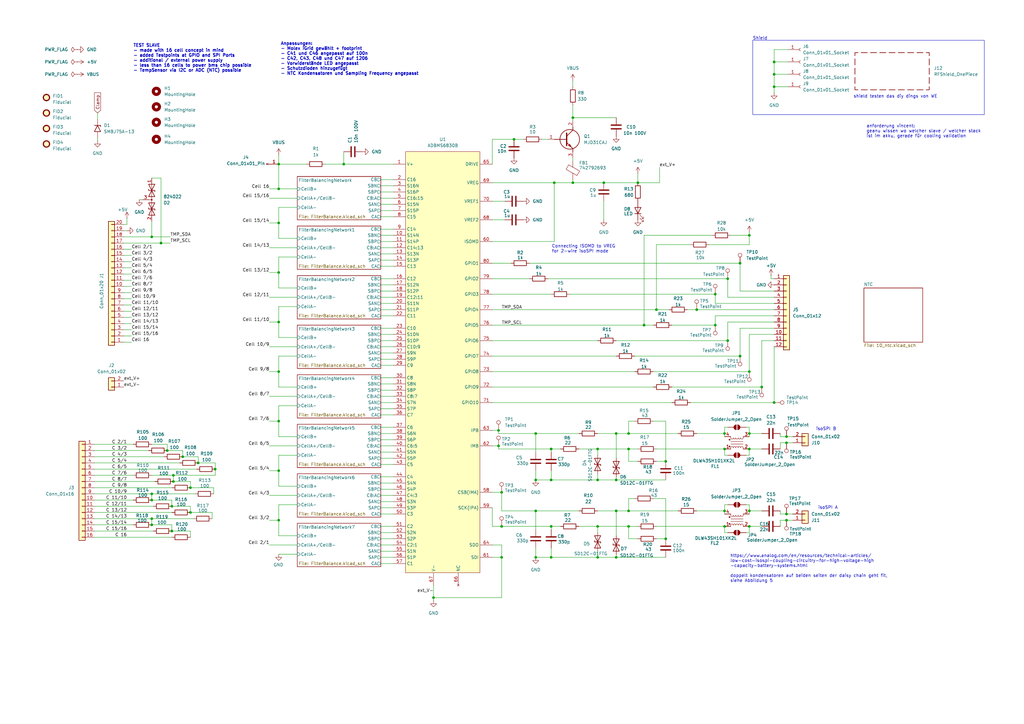
<source format=kicad_sch>
(kicad_sch
	(version 20231120)
	(generator "eeschema")
	(generator_version "8.0")
	(uuid "64eac9c4-e018-49db-b598-a7107a0db15b")
	(paper "A3")
	(lib_symbols
		(symbol "ADBMS6830B_lang:ADBMS6830B_Tall"
			(exclude_from_sim no)
			(in_bom yes)
			(on_board yes)
			(property "Reference" "U"
				(at 0 1.27 0)
				(effects
					(font
						(size 1.27 1.27)
					)
				)
			)
			(property "Value" "ADBMS6830B"
				(at 0 -1.27 0)
				(effects
					(font
						(size 1.27 1.27)
					)
				)
			)
			(property "Footprint" "ADBMS6830:QFP-80_12x12_Pitch0.5mm"
				(at -48.26 53.34 0)
				(effects
					(font
						(size 1.27 1.27)
					)
					(hide yes)
				)
			)
			(property "Datasheet" "~/ADBMS6830B_ADI.pdf"
				(at -48.26 53.34 0)
				(effects
					(font
						(size 1.27 1.27)
					)
					(hide yes)
				)
			)
			(property "Description" ""
				(at 0 0 0)
				(effects
					(font
						(size 1.27 1.27)
					)
					(hide yes)
				)
			)
			(symbol "ADBMS6830B_Tall_1_0"
				(pin input line
					(at -20.32 46.99 0)
					(length 5)
					(name "C14:13"
						(effects
							(font
								(size 1.27 1.27)
							)
						)
					)
					(number "12"
						(effects
							(font
								(size 1.27 1.27)
							)
						)
					)
				)
				(pin input line
					(at -20.32 6.35 0)
					(length 5)
					(name "C10:9"
						(effects
							(font
								(size 1.27 1.27)
							)
						)
					)
					(number "26"
						(effects
							(font
								(size 1.27 1.27)
							)
						)
					)
				)
				(pin input line
					(at -20.32 -13.97 0)
					(length 5)
					(name "C8:7"
						(effects
							(font
								(size 1.27 1.27)
							)
						)
					)
					(number "33"
						(effects
							(font
								(size 1.27 1.27)
							)
						)
					)
				)
				(pin input line
					(at -20.32 -34.29 0)
					(length 5)
					(name "C6:5"
						(effects
							(font
								(size 1.27 1.27)
							)
						)
					)
					(number "40"
						(effects
							(font
								(size 1.27 1.27)
							)
						)
					)
				)
				(pin input line
					(at -20.32 -54.61 0)
					(length 5)
					(name "C4:3"
						(effects
							(font
								(size 1.27 1.27)
							)
						)
					)
					(number "47"
						(effects
							(font
								(size 1.27 1.27)
							)
						)
					)
				)
				(pin input line
					(at -20.32 -74.93 0)
					(length 5)
					(name "C2:1"
						(effects
							(font
								(size 1.27 1.27)
							)
						)
					)
					(number "54"
						(effects
							(font
								(size 1.27 1.27)
							)
						)
					)
				)
				(pin no_connect line
					(at 6.35 -91.44 90)
					(length 5)
					(name "NC"
						(effects
							(font
								(size 1.27 1.27)
							)
						)
					)
					(number "66"
						(effects
							(font
								(size 1.27 1.27)
							)
						)
					)
				)
				(pin bidirectional line
					(at 20.32 -16.51 180)
					(length 5)
					(name "GPIO10"
						(effects
							(font
								(size 1.27 1.27)
							)
						)
					)
					(number "71"
						(effects
							(font
								(size 1.27 1.27)
							)
						)
					)
				)
			)
			(symbol "ADBMS6830B_Tall_1_1"
				(rectangle
					(start -15.24 86.36)
					(end 15.24 -86.36)
					(stroke
						(width 0)
						(type default)
					)
					(fill
						(type background)
					)
				)
				(pin power_out line
					(at -20.32 81.28 0)
					(length 5)
					(name "V+"
						(effects
							(font
								(size 1.27 1.27)
							)
						)
					)
					(number "1"
						(effects
							(font
								(size 1.27 1.27)
							)
						)
					)
				)
				(pin input line
					(at -20.32 52.07 0)
					(length 5)
					(name "S14N"
						(effects
							(font
								(size 1.27 1.27)
							)
						)
					)
					(number "10"
						(effects
							(font
								(size 1.27 1.27)
							)
						)
					)
				)
				(pin input line
					(at -20.32 49.53 0)
					(length 5)
					(name "S14P"
						(effects
							(font
								(size 1.27 1.27)
							)
						)
					)
					(number "11"
						(effects
							(font
								(size 1.27 1.27)
							)
						)
					)
				)
				(pin input line
					(at -20.32 44.45 0)
					(length 5)
					(name "S13N"
						(effects
							(font
								(size 1.27 1.27)
							)
						)
					)
					(number "13"
						(effects
							(font
								(size 1.27 1.27)
							)
						)
					)
				)
				(pin input line
					(at -20.32 41.91 0)
					(length 5)
					(name "S13P"
						(effects
							(font
								(size 1.27 1.27)
							)
						)
					)
					(number "14"
						(effects
							(font
								(size 1.27 1.27)
							)
						)
					)
				)
				(pin input line
					(at -20.32 39.37 0)
					(length 5)
					(name "C13"
						(effects
							(font
								(size 1.27 1.27)
							)
						)
					)
					(number "15"
						(effects
							(font
								(size 1.27 1.27)
							)
						)
					)
				)
				(pin input line
					(at -20.32 34.29 0)
					(length 5)
					(name "C12"
						(effects
							(font
								(size 1.27 1.27)
							)
						)
					)
					(number "16"
						(effects
							(font
								(size 1.27 1.27)
							)
						)
					)
				)
				(pin input line
					(at -20.32 31.75 0)
					(length 5)
					(name "S12N"
						(effects
							(font
								(size 1.27 1.27)
							)
						)
					)
					(number "17"
						(effects
							(font
								(size 1.27 1.27)
							)
						)
					)
				)
				(pin input line
					(at -20.32 29.21 0)
					(length 5)
					(name "S12P"
						(effects
							(font
								(size 1.27 1.27)
							)
						)
					)
					(number "18"
						(effects
							(font
								(size 1.27 1.27)
							)
						)
					)
				)
				(pin input line
					(at -20.32 26.67 0)
					(length 5)
					(name "C12:11"
						(effects
							(font
								(size 1.27 1.27)
							)
						)
					)
					(number "19"
						(effects
							(font
								(size 1.27 1.27)
							)
						)
					)
				)
				(pin input line
					(at -20.32 74.93 0)
					(length 5)
					(name "C16"
						(effects
							(font
								(size 1.27 1.27)
							)
						)
					)
					(number "2"
						(effects
							(font
								(size 1.27 1.27)
							)
						)
					)
				)
				(pin input line
					(at -20.32 24.13 0)
					(length 5)
					(name "S11N"
						(effects
							(font
								(size 1.27 1.27)
							)
						)
					)
					(number "20"
						(effects
							(font
								(size 1.27 1.27)
							)
						)
					)
				)
				(pin input line
					(at -20.32 21.59 0)
					(length 5)
					(name "S11P"
						(effects
							(font
								(size 1.27 1.27)
							)
						)
					)
					(number "21"
						(effects
							(font
								(size 1.27 1.27)
							)
						)
					)
				)
				(pin input line
					(at -20.32 19.05 0)
					(length 5)
					(name "C11"
						(effects
							(font
								(size 1.27 1.27)
							)
						)
					)
					(number "22"
						(effects
							(font
								(size 1.27 1.27)
							)
						)
					)
				)
				(pin input line
					(at -20.32 13.97 0)
					(length 5)
					(name "C10"
						(effects
							(font
								(size 1.27 1.27)
							)
						)
					)
					(number "23"
						(effects
							(font
								(size 1.27 1.27)
							)
						)
					)
				)
				(pin input line
					(at -20.32 11.43 0)
					(length 5)
					(name "S10N"
						(effects
							(font
								(size 1.27 1.27)
							)
						)
					)
					(number "24"
						(effects
							(font
								(size 1.27 1.27)
							)
						)
					)
				)
				(pin input line
					(at -20.32 8.89 0)
					(length 5)
					(name "S10P"
						(effects
							(font
								(size 1.27 1.27)
							)
						)
					)
					(number "25"
						(effects
							(font
								(size 1.27 1.27)
							)
						)
					)
				)
				(pin input line
					(at -20.32 3.81 0)
					(length 5)
					(name "S9N"
						(effects
							(font
								(size 1.27 1.27)
							)
						)
					)
					(number "27"
						(effects
							(font
								(size 1.27 1.27)
							)
						)
					)
				)
				(pin input line
					(at -20.32 1.27 0)
					(length 5)
					(name "S9P"
						(effects
							(font
								(size 1.27 1.27)
							)
						)
					)
					(number "28"
						(effects
							(font
								(size 1.27 1.27)
							)
						)
					)
				)
				(pin input line
					(at -20.32 -1.27 0)
					(length 5)
					(name "C9"
						(effects
							(font
								(size 1.27 1.27)
							)
						)
					)
					(number "29"
						(effects
							(font
								(size 1.27 1.27)
							)
						)
					)
				)
				(pin input line
					(at -20.32 72.39 0)
					(length 5)
					(name "S16N"
						(effects
							(font
								(size 1.27 1.27)
							)
						)
					)
					(number "3"
						(effects
							(font
								(size 1.27 1.27)
							)
						)
					)
				)
				(pin input line
					(at -20.32 -6.35 0)
					(length 5)
					(name "C8"
						(effects
							(font
								(size 1.27 1.27)
							)
						)
					)
					(number "30"
						(effects
							(font
								(size 1.27 1.27)
							)
						)
					)
				)
				(pin input line
					(at -20.32 -8.89 0)
					(length 5)
					(name "S8N"
						(effects
							(font
								(size 1.27 1.27)
							)
						)
					)
					(number "31"
						(effects
							(font
								(size 1.27 1.27)
							)
						)
					)
				)
				(pin input line
					(at -20.32 -11.43 0)
					(length 5)
					(name "S8P"
						(effects
							(font
								(size 1.27 1.27)
							)
						)
					)
					(number "32"
						(effects
							(font
								(size 1.27 1.27)
							)
						)
					)
				)
				(pin input line
					(at -20.32 -16.51 0)
					(length 5)
					(name "S7N"
						(effects
							(font
								(size 1.27 1.27)
							)
						)
					)
					(number "34"
						(effects
							(font
								(size 1.27 1.27)
							)
						)
					)
				)
				(pin input line
					(at -20.32 -19.05 0)
					(length 5)
					(name "S7P"
						(effects
							(font
								(size 1.27 1.27)
							)
						)
					)
					(number "35"
						(effects
							(font
								(size 1.27 1.27)
							)
						)
					)
				)
				(pin input line
					(at -20.32 -21.59 0)
					(length 5)
					(name "C7"
						(effects
							(font
								(size 1.27 1.27)
							)
						)
					)
					(number "36"
						(effects
							(font
								(size 1.27 1.27)
							)
						)
					)
				)
				(pin input line
					(at -20.32 -26.67 0)
					(length 5)
					(name "C6"
						(effects
							(font
								(size 1.27 1.27)
							)
						)
					)
					(number "37"
						(effects
							(font
								(size 1.27 1.27)
							)
						)
					)
				)
				(pin input line
					(at -20.32 -29.21 0)
					(length 5)
					(name "S6N"
						(effects
							(font
								(size 1.27 1.27)
							)
						)
					)
					(number "38"
						(effects
							(font
								(size 1.27 1.27)
							)
						)
					)
				)
				(pin input line
					(at -20.32 -31.75 0)
					(length 5)
					(name "S6P"
						(effects
							(font
								(size 1.27 1.27)
							)
						)
					)
					(number "39"
						(effects
							(font
								(size 1.27 1.27)
							)
						)
					)
				)
				(pin input line
					(at -20.32 69.85 0)
					(length 5)
					(name "S16P"
						(effects
							(font
								(size 1.27 1.27)
							)
						)
					)
					(number "4"
						(effects
							(font
								(size 1.27 1.27)
							)
						)
					)
				)
				(pin input line
					(at -20.32 -36.83 0)
					(length 5)
					(name "S5N"
						(effects
							(font
								(size 1.27 1.27)
							)
						)
					)
					(number "41"
						(effects
							(font
								(size 1.27 1.27)
							)
						)
					)
				)
				(pin input line
					(at -20.32 -39.37 0)
					(length 5)
					(name "S5P"
						(effects
							(font
								(size 1.27 1.27)
							)
						)
					)
					(number "42"
						(effects
							(font
								(size 1.27 1.27)
							)
						)
					)
				)
				(pin input line
					(at -20.32 -41.91 0)
					(length 5)
					(name "C5"
						(effects
							(font
								(size 1.27 1.27)
							)
						)
					)
					(number "43"
						(effects
							(font
								(size 1.27 1.27)
							)
						)
					)
				)
				(pin input line
					(at -20.32 -46.99 0)
					(length 5)
					(name "C4"
						(effects
							(font
								(size 1.27 1.27)
							)
						)
					)
					(number "44"
						(effects
							(font
								(size 1.27 1.27)
							)
						)
					)
				)
				(pin input line
					(at -20.32 -49.53 0)
					(length 5)
					(name "S4N"
						(effects
							(font
								(size 1.27 1.27)
							)
						)
					)
					(number "45"
						(effects
							(font
								(size 1.27 1.27)
							)
						)
					)
				)
				(pin input line
					(at -20.32 -52.07 0)
					(length 5)
					(name "S4P"
						(effects
							(font
								(size 1.27 1.27)
							)
						)
					)
					(number "46"
						(effects
							(font
								(size 1.27 1.27)
							)
						)
					)
				)
				(pin input line
					(at -20.32 -57.15 0)
					(length 5)
					(name "S3N"
						(effects
							(font
								(size 1.27 1.27)
							)
						)
					)
					(number "48"
						(effects
							(font
								(size 1.27 1.27)
							)
						)
					)
				)
				(pin input line
					(at -20.32 -59.69 0)
					(length 5)
					(name "S3P"
						(effects
							(font
								(size 1.27 1.27)
							)
						)
					)
					(number "49"
						(effects
							(font
								(size 1.27 1.27)
							)
						)
					)
				)
				(pin input line
					(at -20.32 67.31 0)
					(length 5)
					(name "C16:15"
						(effects
							(font
								(size 1.27 1.27)
							)
						)
					)
					(number "5"
						(effects
							(font
								(size 1.27 1.27)
							)
						)
					)
				)
				(pin input line
					(at -20.32 -62.23 0)
					(length 5)
					(name "C3"
						(effects
							(font
								(size 1.27 1.27)
							)
						)
					)
					(number "50"
						(effects
							(font
								(size 1.27 1.27)
							)
						)
					)
				)
				(pin input line
					(at -20.32 -67.31 0)
					(length 5)
					(name "C2"
						(effects
							(font
								(size 1.27 1.27)
							)
						)
					)
					(number "51"
						(effects
							(font
								(size 1.27 1.27)
							)
						)
					)
				)
				(pin input line
					(at -20.32 -69.85 0)
					(length 5)
					(name "S2N"
						(effects
							(font
								(size 1.27 1.27)
							)
						)
					)
					(number "52"
						(effects
							(font
								(size 1.27 1.27)
							)
						)
					)
				)
				(pin input line
					(at -20.32 -72.39 0)
					(length 5)
					(name "S2P"
						(effects
							(font
								(size 1.27 1.27)
							)
						)
					)
					(number "53"
						(effects
							(font
								(size 1.27 1.27)
							)
						)
					)
				)
				(pin input line
					(at -20.32 -77.47 0)
					(length 5)
					(name "S1N"
						(effects
							(font
								(size 1.27 1.27)
							)
						)
					)
					(number "55"
						(effects
							(font
								(size 1.27 1.27)
							)
						)
					)
				)
				(pin input line
					(at -20.32 -80.01 0)
					(length 5)
					(name "S1P"
						(effects
							(font
								(size 1.27 1.27)
							)
						)
					)
					(number "56"
						(effects
							(font
								(size 1.27 1.27)
							)
						)
					)
				)
				(pin input line
					(at -20.32 -82.55 0)
					(length 5)
					(name "C1"
						(effects
							(font
								(size 1.27 1.27)
							)
						)
					)
					(number "57"
						(effects
							(font
								(size 1.27 1.27)
							)
						)
					)
				)
				(pin bidirectional line
					(at 20.32 -53.34 180)
					(length 5)
					(name "CSB(IMA)"
						(effects
							(font
								(size 1.27 1.27)
							)
						)
					)
					(number "58"
						(effects
							(font
								(size 1.27 1.27)
							)
						)
					)
				)
				(pin bidirectional line
					(at 20.32 -59.69 180)
					(length 5)
					(name "SCK(IPA)"
						(effects
							(font
								(size 1.27 1.27)
							)
						)
					)
					(number "59"
						(effects
							(font
								(size 1.27 1.27)
							)
						)
					)
				)
				(pin input line
					(at -20.32 64.77 0)
					(length 5)
					(name "S15N"
						(effects
							(font
								(size 1.27 1.27)
							)
						)
					)
					(number "6"
						(effects
							(font
								(size 1.27 1.27)
							)
						)
					)
				)
				(pin bidirectional line
					(at 20.32 49.53 180)
					(length 5)
					(name "ISOMD"
						(effects
							(font
								(size 1.27 1.27)
							)
						)
					)
					(number "60"
						(effects
							(font
								(size 1.27 1.27)
							)
						)
					)
				)
				(pin bidirectional line
					(at 20.32 -80.01 180)
					(length 5)
					(name "SDI"
						(effects
							(font
								(size 1.27 1.27)
							)
						)
					)
					(number "61"
						(effects
							(font
								(size 1.27 1.27)
							)
						)
					)
				)
				(pin bidirectional line
					(at 20.32 -34.29 180)
					(length 5)
					(name "IMB"
						(effects
							(font
								(size 1.27 1.27)
							)
						)
					)
					(number "62"
						(effects
							(font
								(size 1.27 1.27)
							)
						)
					)
				)
				(pin bidirectional line
					(at 20.32 -27.94 180)
					(length 5)
					(name "IPB"
						(effects
							(font
								(size 1.27 1.27)
							)
						)
					)
					(number "63"
						(effects
							(font
								(size 1.27 1.27)
							)
						)
					)
				)
				(pin bidirectional line
					(at 20.32 -74.93 180)
					(length 5)
					(name "SDO"
						(effects
							(font
								(size 1.27 1.27)
							)
						)
					)
					(number "64"
						(effects
							(font
								(size 1.27 1.27)
							)
						)
					)
				)
				(pin bidirectional line
					(at 20.32 81.28 180)
					(length 5)
					(name "DRIVE"
						(effects
							(font
								(size 1.27 1.27)
							)
						)
					)
					(number "65"
						(effects
							(font
								(size 1.27 1.27)
							)
						)
					)
				)
				(pin input line
					(at -3.81 -91.44 90)
					(length 5)
					(name "V-"
						(effects
							(font
								(size 1.27 1.27)
							)
						)
					)
					(number "67"
						(effects
							(font
								(size 1.27 1.27)
							)
						)
					)
				)
				(pin power_out line
					(at 20.32 58.42 180)
					(length 5)
					(name "VREF2"
						(effects
							(font
								(size 1.27 1.27)
							)
						)
					)
					(number "68"
						(effects
							(font
								(size 1.27 1.27)
							)
						)
					)
				)
				(pin input line
					(at 20.32 73.66 180)
					(length 5)
					(name "VREG"
						(effects
							(font
								(size 1.27 1.27)
							)
						)
					)
					(number "69"
						(effects
							(font
								(size 1.27 1.27)
							)
						)
					)
				)
				(pin input line
					(at -20.32 62.23 0)
					(length 5)
					(name "S15P"
						(effects
							(font
								(size 1.27 1.27)
							)
						)
					)
					(number "7"
						(effects
							(font
								(size 1.27 1.27)
							)
						)
					)
				)
				(pin power_out line
					(at 20.32 66.04 180)
					(length 5)
					(name "VREF1"
						(effects
							(font
								(size 1.27 1.27)
							)
						)
					)
					(number "70"
						(effects
							(font
								(size 1.27 1.27)
							)
						)
					)
				)
				(pin bidirectional line
					(at 20.32 -10.16 180)
					(length 5)
					(name "GPIO9"
						(effects
							(font
								(size 1.27 1.27)
							)
						)
					)
					(number "72"
						(effects
							(font
								(size 1.27 1.27)
							)
						)
					)
				)
				(pin bidirectional line
					(at 20.32 -3.81 180)
					(length 5)
					(name "GPIO8"
						(effects
							(font
								(size 1.27 1.27)
							)
						)
					)
					(number "73"
						(effects
							(font
								(size 1.27 1.27)
							)
						)
					)
				)
				(pin bidirectional line
					(at 20.32 2.54 180)
					(length 5)
					(name "GPIO7"
						(effects
							(font
								(size 1.27 1.27)
							)
						)
					)
					(number "74"
						(effects
							(font
								(size 1.27 1.27)
							)
						)
					)
				)
				(pin bidirectional line
					(at 20.32 8.89 180)
					(length 5)
					(name "GPIO6"
						(effects
							(font
								(size 1.27 1.27)
							)
						)
					)
					(number "75"
						(effects
							(font
								(size 1.27 1.27)
							)
						)
					)
				)
				(pin bidirectional line
					(at 20.32 15.24 180)
					(length 5)
					(name "GPIO5"
						(effects
							(font
								(size 1.27 1.27)
							)
						)
					)
					(number "76"
						(effects
							(font
								(size 1.27 1.27)
							)
						)
					)
				)
				(pin bidirectional line
					(at 20.32 21.59 180)
					(length 5)
					(name "GPIO4"
						(effects
							(font
								(size 1.27 1.27)
							)
						)
					)
					(number "77"
						(effects
							(font
								(size 1.27 1.27)
							)
						)
					)
				)
				(pin bidirectional line
					(at 20.32 27.94 180)
					(length 5)
					(name "GPIO3"
						(effects
							(font
								(size 1.27 1.27)
							)
						)
					)
					(number "78"
						(effects
							(font
								(size 1.27 1.27)
							)
						)
					)
				)
				(pin bidirectional line
					(at 20.32 34.29 180)
					(length 5)
					(name "GPIO2"
						(effects
							(font
								(size 1.27 1.27)
							)
						)
					)
					(number "79"
						(effects
							(font
								(size 1.27 1.27)
							)
						)
					)
				)
				(pin input line
					(at -20.32 59.69 0)
					(length 5)
					(name "C15"
						(effects
							(font
								(size 1.27 1.27)
							)
						)
					)
					(number "8"
						(effects
							(font
								(size 1.27 1.27)
							)
						)
					)
				)
				(pin bidirectional line
					(at 20.32 40.64 180)
					(length 5)
					(name "GPIO1"
						(effects
							(font
								(size 1.27 1.27)
							)
						)
					)
					(number "80"
						(effects
							(font
								(size 1.27 1.27)
							)
						)
					)
				)
				(pin input line
					(at -20.32 54.61 0)
					(length 5)
					(name "C14"
						(effects
							(font
								(size 1.27 1.27)
							)
						)
					)
					(number "9"
						(effects
							(font
								(size 1.27 1.27)
							)
						)
					)
				)
			)
		)
		(symbol "Connector:Conn_01x01_Pin"
			(pin_names
				(offset 1.016) hide)
			(exclude_from_sim no)
			(in_bom yes)
			(on_board yes)
			(property "Reference" "J"
				(at 0 2.54 0)
				(effects
					(font
						(size 1.27 1.27)
					)
				)
			)
			(property "Value" "Conn_01x01_Pin"
				(at 0 -2.54 0)
				(effects
					(font
						(size 1.27 1.27)
					)
				)
			)
			(property "Footprint" ""
				(at 0 0 0)
				(effects
					(font
						(size 1.27 1.27)
					)
					(hide yes)
				)
			)
			(property "Datasheet" "~"
				(at 0 0 0)
				(effects
					(font
						(size 1.27 1.27)
					)
					(hide yes)
				)
			)
			(property "Description" "Generic connector, single row, 01x01, script generated"
				(at 0 0 0)
				(effects
					(font
						(size 1.27 1.27)
					)
					(hide yes)
				)
			)
			(property "ki_locked" ""
				(at 0 0 0)
				(effects
					(font
						(size 1.27 1.27)
					)
				)
			)
			(property "ki_keywords" "connector"
				(at 0 0 0)
				(effects
					(font
						(size 1.27 1.27)
					)
					(hide yes)
				)
			)
			(property "ki_fp_filters" "Connector*:*_1x??_*"
				(at 0 0 0)
				(effects
					(font
						(size 1.27 1.27)
					)
					(hide yes)
				)
			)
			(symbol "Conn_01x01_Pin_1_1"
				(polyline
					(pts
						(xy 1.27 0) (xy 0.8636 0)
					)
					(stroke
						(width 0.1524)
						(type default)
					)
					(fill
						(type none)
					)
				)
				(rectangle
					(start 0.8636 0.127)
					(end 0 -0.127)
					(stroke
						(width 0.1524)
						(type default)
					)
					(fill
						(type outline)
					)
				)
				(pin passive line
					(at 5.08 0 180)
					(length 3.81)
					(name "Pin_1"
						(effects
							(font
								(size 1.27 1.27)
							)
						)
					)
					(number "1"
						(effects
							(font
								(size 1.27 1.27)
							)
						)
					)
				)
			)
		)
		(symbol "Connector:Conn_01x01_Socket"
			(pin_names
				(offset 1.016) hide)
			(exclude_from_sim no)
			(in_bom yes)
			(on_board yes)
			(property "Reference" "J"
				(at 0 2.54 0)
				(effects
					(font
						(size 1.27 1.27)
					)
				)
			)
			(property "Value" "Conn_01x01_Socket"
				(at 0 -2.54 0)
				(effects
					(font
						(size 1.27 1.27)
					)
				)
			)
			(property "Footprint" ""
				(at 0 0 0)
				(effects
					(font
						(size 1.27 1.27)
					)
					(hide yes)
				)
			)
			(property "Datasheet" "~"
				(at 0 0 0)
				(effects
					(font
						(size 1.27 1.27)
					)
					(hide yes)
				)
			)
			(property "Description" "Generic connector, single row, 01x01, script generated"
				(at 0 0 0)
				(effects
					(font
						(size 1.27 1.27)
					)
					(hide yes)
				)
			)
			(property "ki_locked" ""
				(at 0 0 0)
				(effects
					(font
						(size 1.27 1.27)
					)
				)
			)
			(property "ki_keywords" "connector"
				(at 0 0 0)
				(effects
					(font
						(size 1.27 1.27)
					)
					(hide yes)
				)
			)
			(property "ki_fp_filters" "Connector*:*_1x??_*"
				(at 0 0 0)
				(effects
					(font
						(size 1.27 1.27)
					)
					(hide yes)
				)
			)
			(symbol "Conn_01x01_Socket_1_1"
				(polyline
					(pts
						(xy -1.27 0) (xy -0.508 0)
					)
					(stroke
						(width 0.1524)
						(type default)
					)
					(fill
						(type none)
					)
				)
				(arc
					(start 0 0.508)
					(mid -0.5058 0)
					(end 0 -0.508)
					(stroke
						(width 0.1524)
						(type default)
					)
					(fill
						(type none)
					)
				)
				(pin passive line
					(at -5.08 0 0)
					(length 3.81)
					(name "Pin_1"
						(effects
							(font
								(size 1.27 1.27)
							)
						)
					)
					(number "1"
						(effects
							(font
								(size 1.27 1.27)
							)
						)
					)
				)
			)
		)
		(symbol "Connector:TestPoint"
			(pin_numbers hide)
			(pin_names
				(offset 0.762) hide)
			(exclude_from_sim no)
			(in_bom yes)
			(on_board yes)
			(property "Reference" "TP"
				(at 0 6.858 0)
				(effects
					(font
						(size 1.27 1.27)
					)
				)
			)
			(property "Value" "TestPoint"
				(at 0 5.08 0)
				(effects
					(font
						(size 1.27 1.27)
					)
				)
			)
			(property "Footprint" ""
				(at 5.08 0 0)
				(effects
					(font
						(size 1.27 1.27)
					)
					(hide yes)
				)
			)
			(property "Datasheet" "~"
				(at 5.08 0 0)
				(effects
					(font
						(size 1.27 1.27)
					)
					(hide yes)
				)
			)
			(property "Description" "test point"
				(at 0 0 0)
				(effects
					(font
						(size 1.27 1.27)
					)
					(hide yes)
				)
			)
			(property "ki_keywords" "test point tp"
				(at 0 0 0)
				(effects
					(font
						(size 1.27 1.27)
					)
					(hide yes)
				)
			)
			(property "ki_fp_filters" "Pin* Test*"
				(at 0 0 0)
				(effects
					(font
						(size 1.27 1.27)
					)
					(hide yes)
				)
			)
			(symbol "TestPoint_0_1"
				(circle
					(center 0 3.302)
					(radius 0.762)
					(stroke
						(width 0)
						(type default)
					)
					(fill
						(type none)
					)
				)
			)
			(symbol "TestPoint_1_1"
				(pin passive line
					(at 0 0 90)
					(length 2.54)
					(name "1"
						(effects
							(font
								(size 1.27 1.27)
							)
						)
					)
					(number "1"
						(effects
							(font
								(size 1.27 1.27)
							)
						)
					)
				)
			)
		)
		(symbol "Connector_Generic:Conn_01x02"
			(pin_names
				(offset 1.016) hide)
			(exclude_from_sim no)
			(in_bom yes)
			(on_board yes)
			(property "Reference" "J"
				(at 0 2.54 0)
				(effects
					(font
						(size 1.27 1.27)
					)
				)
			)
			(property "Value" "Conn_01x02"
				(at 0 -5.08 0)
				(effects
					(font
						(size 1.27 1.27)
					)
				)
			)
			(property "Footprint" ""
				(at 0 0 0)
				(effects
					(font
						(size 1.27 1.27)
					)
					(hide yes)
				)
			)
			(property "Datasheet" "~"
				(at 0 0 0)
				(effects
					(font
						(size 1.27 1.27)
					)
					(hide yes)
				)
			)
			(property "Description" "Generic connector, single row, 01x02, script generated (kicad-library-utils/schlib/autogen/connector/)"
				(at 0 0 0)
				(effects
					(font
						(size 1.27 1.27)
					)
					(hide yes)
				)
			)
			(property "ki_keywords" "connector"
				(at 0 0 0)
				(effects
					(font
						(size 1.27 1.27)
					)
					(hide yes)
				)
			)
			(property "ki_fp_filters" "Connector*:*_1x??_*"
				(at 0 0 0)
				(effects
					(font
						(size 1.27 1.27)
					)
					(hide yes)
				)
			)
			(symbol "Conn_01x02_1_1"
				(rectangle
					(start -1.27 -2.413)
					(end 0 -2.667)
					(stroke
						(width 0.1524)
						(type default)
					)
					(fill
						(type none)
					)
				)
				(rectangle
					(start -1.27 0.127)
					(end 0 -0.127)
					(stroke
						(width 0.1524)
						(type default)
					)
					(fill
						(type none)
					)
				)
				(rectangle
					(start -1.27 1.27)
					(end 1.27 -3.81)
					(stroke
						(width 0.254)
						(type default)
					)
					(fill
						(type background)
					)
				)
				(pin passive line
					(at -5.08 0 0)
					(length 3.81)
					(name "Pin_1"
						(effects
							(font
								(size 1.27 1.27)
							)
						)
					)
					(number "1"
						(effects
							(font
								(size 1.27 1.27)
							)
						)
					)
				)
				(pin passive line
					(at -5.08 -2.54 0)
					(length 3.81)
					(name "Pin_2"
						(effects
							(font
								(size 1.27 1.27)
							)
						)
					)
					(number "2"
						(effects
							(font
								(size 1.27 1.27)
							)
						)
					)
				)
			)
		)
		(symbol "Connector_Generic:Conn_01x12"
			(pin_names
				(offset 1.016) hide)
			(exclude_from_sim no)
			(in_bom yes)
			(on_board yes)
			(property "Reference" "J"
				(at 0 15.24 0)
				(effects
					(font
						(size 1.27 1.27)
					)
				)
			)
			(property "Value" "Conn_01x12"
				(at 0 -17.78 0)
				(effects
					(font
						(size 1.27 1.27)
					)
				)
			)
			(property "Footprint" ""
				(at 0 0 0)
				(effects
					(font
						(size 1.27 1.27)
					)
					(hide yes)
				)
			)
			(property "Datasheet" "~"
				(at 0 0 0)
				(effects
					(font
						(size 1.27 1.27)
					)
					(hide yes)
				)
			)
			(property "Description" "Generic connector, single row, 01x12, script generated (kicad-library-utils/schlib/autogen/connector/)"
				(at 0 0 0)
				(effects
					(font
						(size 1.27 1.27)
					)
					(hide yes)
				)
			)
			(property "ki_keywords" "connector"
				(at 0 0 0)
				(effects
					(font
						(size 1.27 1.27)
					)
					(hide yes)
				)
			)
			(property "ki_fp_filters" "Connector*:*_1x??_*"
				(at 0 0 0)
				(effects
					(font
						(size 1.27 1.27)
					)
					(hide yes)
				)
			)
			(symbol "Conn_01x12_1_1"
				(rectangle
					(start -1.27 -15.113)
					(end 0 -15.367)
					(stroke
						(width 0.1524)
						(type default)
					)
					(fill
						(type none)
					)
				)
				(rectangle
					(start -1.27 -12.573)
					(end 0 -12.827)
					(stroke
						(width 0.1524)
						(type default)
					)
					(fill
						(type none)
					)
				)
				(rectangle
					(start -1.27 -10.033)
					(end 0 -10.287)
					(stroke
						(width 0.1524)
						(type default)
					)
					(fill
						(type none)
					)
				)
				(rectangle
					(start -1.27 -7.493)
					(end 0 -7.747)
					(stroke
						(width 0.1524)
						(type default)
					)
					(fill
						(type none)
					)
				)
				(rectangle
					(start -1.27 -4.953)
					(end 0 -5.207)
					(stroke
						(width 0.1524)
						(type default)
					)
					(fill
						(type none)
					)
				)
				(rectangle
					(start -1.27 -2.413)
					(end 0 -2.667)
					(stroke
						(width 0.1524)
						(type default)
					)
					(fill
						(type none)
					)
				)
				(rectangle
					(start -1.27 0.127)
					(end 0 -0.127)
					(stroke
						(width 0.1524)
						(type default)
					)
					(fill
						(type none)
					)
				)
				(rectangle
					(start -1.27 2.667)
					(end 0 2.413)
					(stroke
						(width 0.1524)
						(type default)
					)
					(fill
						(type none)
					)
				)
				(rectangle
					(start -1.27 5.207)
					(end 0 4.953)
					(stroke
						(width 0.1524)
						(type default)
					)
					(fill
						(type none)
					)
				)
				(rectangle
					(start -1.27 7.747)
					(end 0 7.493)
					(stroke
						(width 0.1524)
						(type default)
					)
					(fill
						(type none)
					)
				)
				(rectangle
					(start -1.27 10.287)
					(end 0 10.033)
					(stroke
						(width 0.1524)
						(type default)
					)
					(fill
						(type none)
					)
				)
				(rectangle
					(start -1.27 12.827)
					(end 0 12.573)
					(stroke
						(width 0.1524)
						(type default)
					)
					(fill
						(type none)
					)
				)
				(rectangle
					(start -1.27 13.97)
					(end 1.27 -16.51)
					(stroke
						(width 0.254)
						(type default)
					)
					(fill
						(type background)
					)
				)
				(pin passive line
					(at -5.08 12.7 0)
					(length 3.81)
					(name "Pin_1"
						(effects
							(font
								(size 1.27 1.27)
							)
						)
					)
					(number "1"
						(effects
							(font
								(size 1.27 1.27)
							)
						)
					)
				)
				(pin passive line
					(at -5.08 -10.16 0)
					(length 3.81)
					(name "Pin_10"
						(effects
							(font
								(size 1.27 1.27)
							)
						)
					)
					(number "10"
						(effects
							(font
								(size 1.27 1.27)
							)
						)
					)
				)
				(pin passive line
					(at -5.08 -12.7 0)
					(length 3.81)
					(name "Pin_11"
						(effects
							(font
								(size 1.27 1.27)
							)
						)
					)
					(number "11"
						(effects
							(font
								(size 1.27 1.27)
							)
						)
					)
				)
				(pin passive line
					(at -5.08 -15.24 0)
					(length 3.81)
					(name "Pin_12"
						(effects
							(font
								(size 1.27 1.27)
							)
						)
					)
					(number "12"
						(effects
							(font
								(size 1.27 1.27)
							)
						)
					)
				)
				(pin passive line
					(at -5.08 10.16 0)
					(length 3.81)
					(name "Pin_2"
						(effects
							(font
								(size 1.27 1.27)
							)
						)
					)
					(number "2"
						(effects
							(font
								(size 1.27 1.27)
							)
						)
					)
				)
				(pin passive line
					(at -5.08 7.62 0)
					(length 3.81)
					(name "Pin_3"
						(effects
							(font
								(size 1.27 1.27)
							)
						)
					)
					(number "3"
						(effects
							(font
								(size 1.27 1.27)
							)
						)
					)
				)
				(pin passive line
					(at -5.08 5.08 0)
					(length 3.81)
					(name "Pin_4"
						(effects
							(font
								(size 1.27 1.27)
							)
						)
					)
					(number "4"
						(effects
							(font
								(size 1.27 1.27)
							)
						)
					)
				)
				(pin passive line
					(at -5.08 2.54 0)
					(length 3.81)
					(name "Pin_5"
						(effects
							(font
								(size 1.27 1.27)
							)
						)
					)
					(number "5"
						(effects
							(font
								(size 1.27 1.27)
							)
						)
					)
				)
				(pin passive line
					(at -5.08 0 0)
					(length 3.81)
					(name "Pin_6"
						(effects
							(font
								(size 1.27 1.27)
							)
						)
					)
					(number "6"
						(effects
							(font
								(size 1.27 1.27)
							)
						)
					)
				)
				(pin passive line
					(at -5.08 -2.54 0)
					(length 3.81)
					(name "Pin_7"
						(effects
							(font
								(size 1.27 1.27)
							)
						)
					)
					(number "7"
						(effects
							(font
								(size 1.27 1.27)
							)
						)
					)
				)
				(pin passive line
					(at -5.08 -5.08 0)
					(length 3.81)
					(name "Pin_8"
						(effects
							(font
								(size 1.27 1.27)
							)
						)
					)
					(number "8"
						(effects
							(font
								(size 1.27 1.27)
							)
						)
					)
				)
				(pin passive line
					(at -5.08 -7.62 0)
					(length 3.81)
					(name "Pin_9"
						(effects
							(font
								(size 1.27 1.27)
							)
						)
					)
					(number "9"
						(effects
							(font
								(size 1.27 1.27)
							)
						)
					)
				)
			)
		)
		(symbol "Connector_Generic:Conn_01x16"
			(pin_names
				(offset 1.016) hide)
			(exclude_from_sim no)
			(in_bom yes)
			(on_board yes)
			(property "Reference" "J"
				(at 0 20.32 0)
				(effects
					(font
						(size 1.27 1.27)
					)
				)
			)
			(property "Value" "Conn_01x16"
				(at 0 -22.86 0)
				(effects
					(font
						(size 1.27 1.27)
					)
				)
			)
			(property "Footprint" ""
				(at 0 0 0)
				(effects
					(font
						(size 1.27 1.27)
					)
					(hide yes)
				)
			)
			(property "Datasheet" "~"
				(at 0 0 0)
				(effects
					(font
						(size 1.27 1.27)
					)
					(hide yes)
				)
			)
			(property "Description" "Generic connector, single row, 01x16, script generated (kicad-library-utils/schlib/autogen/connector/)"
				(at 0 0 0)
				(effects
					(font
						(size 1.27 1.27)
					)
					(hide yes)
				)
			)
			(property "ki_keywords" "connector"
				(at 0 0 0)
				(effects
					(font
						(size 1.27 1.27)
					)
					(hide yes)
				)
			)
			(property "ki_fp_filters" "Connector*:*_1x??_*"
				(at 0 0 0)
				(effects
					(font
						(size 1.27 1.27)
					)
					(hide yes)
				)
			)
			(symbol "Conn_01x16_1_1"
				(rectangle
					(start -1.27 -20.193)
					(end 0 -20.447)
					(stroke
						(width 0.1524)
						(type default)
					)
					(fill
						(type none)
					)
				)
				(rectangle
					(start -1.27 -17.653)
					(end 0 -17.907)
					(stroke
						(width 0.1524)
						(type default)
					)
					(fill
						(type none)
					)
				)
				(rectangle
					(start -1.27 -15.113)
					(end 0 -15.367)
					(stroke
						(width 0.1524)
						(type default)
					)
					(fill
						(type none)
					)
				)
				(rectangle
					(start -1.27 -12.573)
					(end 0 -12.827)
					(stroke
						(width 0.1524)
						(type default)
					)
					(fill
						(type none)
					)
				)
				(rectangle
					(start -1.27 -10.033)
					(end 0 -10.287)
					(stroke
						(width 0.1524)
						(type default)
					)
					(fill
						(type none)
					)
				)
				(rectangle
					(start -1.27 -7.493)
					(end 0 -7.747)
					(stroke
						(width 0.1524)
						(type default)
					)
					(fill
						(type none)
					)
				)
				(rectangle
					(start -1.27 -4.953)
					(end 0 -5.207)
					(stroke
						(width 0.1524)
						(type default)
					)
					(fill
						(type none)
					)
				)
				(rectangle
					(start -1.27 -2.413)
					(end 0 -2.667)
					(stroke
						(width 0.1524)
						(type default)
					)
					(fill
						(type none)
					)
				)
				(rectangle
					(start -1.27 0.127)
					(end 0 -0.127)
					(stroke
						(width 0.1524)
						(type default)
					)
					(fill
						(type none)
					)
				)
				(rectangle
					(start -1.27 2.667)
					(end 0 2.413)
					(stroke
						(width 0.1524)
						(type default)
					)
					(fill
						(type none)
					)
				)
				(rectangle
					(start -1.27 5.207)
					(end 0 4.953)
					(stroke
						(width 0.1524)
						(type default)
					)
					(fill
						(type none)
					)
				)
				(rectangle
					(start -1.27 7.747)
					(end 0 7.493)
					(stroke
						(width 0.1524)
						(type default)
					)
					(fill
						(type none)
					)
				)
				(rectangle
					(start -1.27 10.287)
					(end 0 10.033)
					(stroke
						(width 0.1524)
						(type default)
					)
					(fill
						(type none)
					)
				)
				(rectangle
					(start -1.27 12.827)
					(end 0 12.573)
					(stroke
						(width 0.1524)
						(type default)
					)
					(fill
						(type none)
					)
				)
				(rectangle
					(start -1.27 15.367)
					(end 0 15.113)
					(stroke
						(width 0.1524)
						(type default)
					)
					(fill
						(type none)
					)
				)
				(rectangle
					(start -1.27 17.907)
					(end 0 17.653)
					(stroke
						(width 0.1524)
						(type default)
					)
					(fill
						(type none)
					)
				)
				(rectangle
					(start -1.27 19.05)
					(end 1.27 -21.59)
					(stroke
						(width 0.254)
						(type default)
					)
					(fill
						(type background)
					)
				)
				(pin passive line
					(at -5.08 17.78 0)
					(length 3.81)
					(name "Pin_1"
						(effects
							(font
								(size 1.27 1.27)
							)
						)
					)
					(number "1"
						(effects
							(font
								(size 1.27 1.27)
							)
						)
					)
				)
				(pin passive line
					(at -5.08 -5.08 0)
					(length 3.81)
					(name "Pin_10"
						(effects
							(font
								(size 1.27 1.27)
							)
						)
					)
					(number "10"
						(effects
							(font
								(size 1.27 1.27)
							)
						)
					)
				)
				(pin passive line
					(at -5.08 -7.62 0)
					(length 3.81)
					(name "Pin_11"
						(effects
							(font
								(size 1.27 1.27)
							)
						)
					)
					(number "11"
						(effects
							(font
								(size 1.27 1.27)
							)
						)
					)
				)
				(pin passive line
					(at -5.08 -10.16 0)
					(length 3.81)
					(name "Pin_12"
						(effects
							(font
								(size 1.27 1.27)
							)
						)
					)
					(number "12"
						(effects
							(font
								(size 1.27 1.27)
							)
						)
					)
				)
				(pin passive line
					(at -5.08 -12.7 0)
					(length 3.81)
					(name "Pin_13"
						(effects
							(font
								(size 1.27 1.27)
							)
						)
					)
					(number "13"
						(effects
							(font
								(size 1.27 1.27)
							)
						)
					)
				)
				(pin passive line
					(at -5.08 -15.24 0)
					(length 3.81)
					(name "Pin_14"
						(effects
							(font
								(size 1.27 1.27)
							)
						)
					)
					(number "14"
						(effects
							(font
								(size 1.27 1.27)
							)
						)
					)
				)
				(pin passive line
					(at -5.08 -17.78 0)
					(length 3.81)
					(name "Pin_15"
						(effects
							(font
								(size 1.27 1.27)
							)
						)
					)
					(number "15"
						(effects
							(font
								(size 1.27 1.27)
							)
						)
					)
				)
				(pin passive line
					(at -5.08 -20.32 0)
					(length 3.81)
					(name "Pin_16"
						(effects
							(font
								(size 1.27 1.27)
							)
						)
					)
					(number "16"
						(effects
							(font
								(size 1.27 1.27)
							)
						)
					)
				)
				(pin passive line
					(at -5.08 15.24 0)
					(length 3.81)
					(name "Pin_2"
						(effects
							(font
								(size 1.27 1.27)
							)
						)
					)
					(number "2"
						(effects
							(font
								(size 1.27 1.27)
							)
						)
					)
				)
				(pin passive line
					(at -5.08 12.7 0)
					(length 3.81)
					(name "Pin_3"
						(effects
							(font
								(size 1.27 1.27)
							)
						)
					)
					(number "3"
						(effects
							(font
								(size 1.27 1.27)
							)
						)
					)
				)
				(pin passive line
					(at -5.08 10.16 0)
					(length 3.81)
					(name "Pin_4"
						(effects
							(font
								(size 1.27 1.27)
							)
						)
					)
					(number "4"
						(effects
							(font
								(size 1.27 1.27)
							)
						)
					)
				)
				(pin passive line
					(at -5.08 7.62 0)
					(length 3.81)
					(name "Pin_5"
						(effects
							(font
								(size 1.27 1.27)
							)
						)
					)
					(number "5"
						(effects
							(font
								(size 1.27 1.27)
							)
						)
					)
				)
				(pin passive line
					(at -5.08 5.08 0)
					(length 3.81)
					(name "Pin_6"
						(effects
							(font
								(size 1.27 1.27)
							)
						)
					)
					(number "6"
						(effects
							(font
								(size 1.27 1.27)
							)
						)
					)
				)
				(pin passive line
					(at -5.08 2.54 0)
					(length 3.81)
					(name "Pin_7"
						(effects
							(font
								(size 1.27 1.27)
							)
						)
					)
					(number "7"
						(effects
							(font
								(size 1.27 1.27)
							)
						)
					)
				)
				(pin passive line
					(at -5.08 0 0)
					(length 3.81)
					(name "Pin_8"
						(effects
							(font
								(size 1.27 1.27)
							)
						)
					)
					(number "8"
						(effects
							(font
								(size 1.27 1.27)
							)
						)
					)
				)
				(pin passive line
					(at -5.08 -2.54 0)
					(length 3.81)
					(name "Pin_9"
						(effects
							(font
								(size 1.27 1.27)
							)
						)
					)
					(number "9"
						(effects
							(font
								(size 1.27 1.27)
							)
						)
					)
				)
			)
		)
		(symbol "Connector_Generic:Conn_01x20"
			(pin_names
				(offset 1.016) hide)
			(exclude_from_sim no)
			(in_bom yes)
			(on_board yes)
			(property "Reference" "J"
				(at 0 25.4 0)
				(effects
					(font
						(size 1.27 1.27)
					)
				)
			)
			(property "Value" "Conn_01x20"
				(at 0 -27.94 0)
				(effects
					(font
						(size 1.27 1.27)
					)
				)
			)
			(property "Footprint" ""
				(at 0 0 0)
				(effects
					(font
						(size 1.27 1.27)
					)
					(hide yes)
				)
			)
			(property "Datasheet" "~"
				(at 0 0 0)
				(effects
					(font
						(size 1.27 1.27)
					)
					(hide yes)
				)
			)
			(property "Description" "Generic connector, single row, 01x20, script generated (kicad-library-utils/schlib/autogen/connector/)"
				(at 0 0 0)
				(effects
					(font
						(size 1.27 1.27)
					)
					(hide yes)
				)
			)
			(property "ki_keywords" "connector"
				(at 0 0 0)
				(effects
					(font
						(size 1.27 1.27)
					)
					(hide yes)
				)
			)
			(property "ki_fp_filters" "Connector*:*_1x??_*"
				(at 0 0 0)
				(effects
					(font
						(size 1.27 1.27)
					)
					(hide yes)
				)
			)
			(symbol "Conn_01x20_1_1"
				(rectangle
					(start -1.27 -25.273)
					(end 0 -25.527)
					(stroke
						(width 0.1524)
						(type default)
					)
					(fill
						(type none)
					)
				)
				(rectangle
					(start -1.27 -22.733)
					(end 0 -22.987)
					(stroke
						(width 0.1524)
						(type default)
					)
					(fill
						(type none)
					)
				)
				(rectangle
					(start -1.27 -20.193)
					(end 0 -20.447)
					(stroke
						(width 0.1524)
						(type default)
					)
					(fill
						(type none)
					)
				)
				(rectangle
					(start -1.27 -17.653)
					(end 0 -17.907)
					(stroke
						(width 0.1524)
						(type default)
					)
					(fill
						(type none)
					)
				)
				(rectangle
					(start -1.27 -15.113)
					(end 0 -15.367)
					(stroke
						(width 0.1524)
						(type default)
					)
					(fill
						(type none)
					)
				)
				(rectangle
					(start -1.27 -12.573)
					(end 0 -12.827)
					(stroke
						(width 0.1524)
						(type default)
					)
					(fill
						(type none)
					)
				)
				(rectangle
					(start -1.27 -10.033)
					(end 0 -10.287)
					(stroke
						(width 0.1524)
						(type default)
					)
					(fill
						(type none)
					)
				)
				(rectangle
					(start -1.27 -7.493)
					(end 0 -7.747)
					(stroke
						(width 0.1524)
						(type default)
					)
					(fill
						(type none)
					)
				)
				(rectangle
					(start -1.27 -4.953)
					(end 0 -5.207)
					(stroke
						(width 0.1524)
						(type default)
					)
					(fill
						(type none)
					)
				)
				(rectangle
					(start -1.27 -2.413)
					(end 0 -2.667)
					(stroke
						(width 0.1524)
						(type default)
					)
					(fill
						(type none)
					)
				)
				(rectangle
					(start -1.27 0.127)
					(end 0 -0.127)
					(stroke
						(width 0.1524)
						(type default)
					)
					(fill
						(type none)
					)
				)
				(rectangle
					(start -1.27 2.667)
					(end 0 2.413)
					(stroke
						(width 0.1524)
						(type default)
					)
					(fill
						(type none)
					)
				)
				(rectangle
					(start -1.27 5.207)
					(end 0 4.953)
					(stroke
						(width 0.1524)
						(type default)
					)
					(fill
						(type none)
					)
				)
				(rectangle
					(start -1.27 7.747)
					(end 0 7.493)
					(stroke
						(width 0.1524)
						(type default)
					)
					(fill
						(type none)
					)
				)
				(rectangle
					(start -1.27 10.287)
					(end 0 10.033)
					(stroke
						(width 0.1524)
						(type default)
					)
					(fill
						(type none)
					)
				)
				(rectangle
					(start -1.27 12.827)
					(end 0 12.573)
					(stroke
						(width 0.1524)
						(type default)
					)
					(fill
						(type none)
					)
				)
				(rectangle
					(start -1.27 15.367)
					(end 0 15.113)
					(stroke
						(width 0.1524)
						(type default)
					)
					(fill
						(type none)
					)
				)
				(rectangle
					(start -1.27 17.907)
					(end 0 17.653)
					(stroke
						(width 0.1524)
						(type default)
					)
					(fill
						(type none)
					)
				)
				(rectangle
					(start -1.27 20.447)
					(end 0 20.193)
					(stroke
						(width 0.1524)
						(type default)
					)
					(fill
						(type none)
					)
				)
				(rectangle
					(start -1.27 22.987)
					(end 0 22.733)
					(stroke
						(width 0.1524)
						(type default)
					)
					(fill
						(type none)
					)
				)
				(rectangle
					(start -1.27 24.13)
					(end 1.27 -26.67)
					(stroke
						(width 0.254)
						(type default)
					)
					(fill
						(type background)
					)
				)
				(pin passive line
					(at -5.08 22.86 0)
					(length 3.81)
					(name "Pin_1"
						(effects
							(font
								(size 1.27 1.27)
							)
						)
					)
					(number "1"
						(effects
							(font
								(size 1.27 1.27)
							)
						)
					)
				)
				(pin passive line
					(at -5.08 0 0)
					(length 3.81)
					(name "Pin_10"
						(effects
							(font
								(size 1.27 1.27)
							)
						)
					)
					(number "10"
						(effects
							(font
								(size 1.27 1.27)
							)
						)
					)
				)
				(pin passive line
					(at -5.08 -2.54 0)
					(length 3.81)
					(name "Pin_11"
						(effects
							(font
								(size 1.27 1.27)
							)
						)
					)
					(number "11"
						(effects
							(font
								(size 1.27 1.27)
							)
						)
					)
				)
				(pin passive line
					(at -5.08 -5.08 0)
					(length 3.81)
					(name "Pin_12"
						(effects
							(font
								(size 1.27 1.27)
							)
						)
					)
					(number "12"
						(effects
							(font
								(size 1.27 1.27)
							)
						)
					)
				)
				(pin passive line
					(at -5.08 -7.62 0)
					(length 3.81)
					(name "Pin_13"
						(effects
							(font
								(size 1.27 1.27)
							)
						)
					)
					(number "13"
						(effects
							(font
								(size 1.27 1.27)
							)
						)
					)
				)
				(pin passive line
					(at -5.08 -10.16 0)
					(length 3.81)
					(name "Pin_14"
						(effects
							(font
								(size 1.27 1.27)
							)
						)
					)
					(number "14"
						(effects
							(font
								(size 1.27 1.27)
							)
						)
					)
				)
				(pin passive line
					(at -5.08 -12.7 0)
					(length 3.81)
					(name "Pin_15"
						(effects
							(font
								(size 1.27 1.27)
							)
						)
					)
					(number "15"
						(effects
							(font
								(size 1.27 1.27)
							)
						)
					)
				)
				(pin passive line
					(at -5.08 -15.24 0)
					(length 3.81)
					(name "Pin_16"
						(effects
							(font
								(size 1.27 1.27)
							)
						)
					)
					(number "16"
						(effects
							(font
								(size 1.27 1.27)
							)
						)
					)
				)
				(pin passive line
					(at -5.08 -17.78 0)
					(length 3.81)
					(name "Pin_17"
						(effects
							(font
								(size 1.27 1.27)
							)
						)
					)
					(number "17"
						(effects
							(font
								(size 1.27 1.27)
							)
						)
					)
				)
				(pin passive line
					(at -5.08 -20.32 0)
					(length 3.81)
					(name "Pin_18"
						(effects
							(font
								(size 1.27 1.27)
							)
						)
					)
					(number "18"
						(effects
							(font
								(size 1.27 1.27)
							)
						)
					)
				)
				(pin passive line
					(at -5.08 -22.86 0)
					(length 3.81)
					(name "Pin_19"
						(effects
							(font
								(size 1.27 1.27)
							)
						)
					)
					(number "19"
						(effects
							(font
								(size 1.27 1.27)
							)
						)
					)
				)
				(pin passive line
					(at -5.08 20.32 0)
					(length 3.81)
					(name "Pin_2"
						(effects
							(font
								(size 1.27 1.27)
							)
						)
					)
					(number "2"
						(effects
							(font
								(size 1.27 1.27)
							)
						)
					)
				)
				(pin passive line
					(at -5.08 -25.4 0)
					(length 3.81)
					(name "Pin_20"
						(effects
							(font
								(size 1.27 1.27)
							)
						)
					)
					(number "20"
						(effects
							(font
								(size 1.27 1.27)
							)
						)
					)
				)
				(pin passive line
					(at -5.08 17.78 0)
					(length 3.81)
					(name "Pin_3"
						(effects
							(font
								(size 1.27 1.27)
							)
						)
					)
					(number "3"
						(effects
							(font
								(size 1.27 1.27)
							)
						)
					)
				)
				(pin passive line
					(at -5.08 15.24 0)
					(length 3.81)
					(name "Pin_4"
						(effects
							(font
								(size 1.27 1.27)
							)
						)
					)
					(number "4"
						(effects
							(font
								(size 1.27 1.27)
							)
						)
					)
				)
				(pin passive line
					(at -5.08 12.7 0)
					(length 3.81)
					(name "Pin_5"
						(effects
							(font
								(size 1.27 1.27)
							)
						)
					)
					(number "5"
						(effects
							(font
								(size 1.27 1.27)
							)
						)
					)
				)
				(pin passive line
					(at -5.08 10.16 0)
					(length 3.81)
					(name "Pin_6"
						(effects
							(font
								(size 1.27 1.27)
							)
						)
					)
					(number "6"
						(effects
							(font
								(size 1.27 1.27)
							)
						)
					)
				)
				(pin passive line
					(at -5.08 7.62 0)
					(length 3.81)
					(name "Pin_7"
						(effects
							(font
								(size 1.27 1.27)
							)
						)
					)
					(number "7"
						(effects
							(font
								(size 1.27 1.27)
							)
						)
					)
				)
				(pin passive line
					(at -5.08 5.08 0)
					(length 3.81)
					(name "Pin_8"
						(effects
							(font
								(size 1.27 1.27)
							)
						)
					)
					(number "8"
						(effects
							(font
								(size 1.27 1.27)
							)
						)
					)
				)
				(pin passive line
					(at -5.08 2.54 0)
					(length 3.81)
					(name "Pin_9"
						(effects
							(font
								(size 1.27 1.27)
							)
						)
					)
					(number "9"
						(effects
							(font
								(size 1.27 1.27)
							)
						)
					)
				)
			)
		)
		(symbol "Device:C"
			(pin_numbers hide)
			(pin_names
				(offset 0.254)
			)
			(exclude_from_sim no)
			(in_bom yes)
			(on_board yes)
			(property "Reference" "C"
				(at 0.635 2.54 0)
				(effects
					(font
						(size 1.27 1.27)
					)
					(justify left)
				)
			)
			(property "Value" "C"
				(at 0.635 -2.54 0)
				(effects
					(font
						(size 1.27 1.27)
					)
					(justify left)
				)
			)
			(property "Footprint" ""
				(at 0.9652 -3.81 0)
				(effects
					(font
						(size 1.27 1.27)
					)
					(hide yes)
				)
			)
			(property "Datasheet" "~"
				(at 0 0 0)
				(effects
					(font
						(size 1.27 1.27)
					)
					(hide yes)
				)
			)
			(property "Description" "Unpolarized capacitor"
				(at 0 0 0)
				(effects
					(font
						(size 1.27 1.27)
					)
					(hide yes)
				)
			)
			(property "ki_keywords" "cap capacitor"
				(at 0 0 0)
				(effects
					(font
						(size 1.27 1.27)
					)
					(hide yes)
				)
			)
			(property "ki_fp_filters" "C_*"
				(at 0 0 0)
				(effects
					(font
						(size 1.27 1.27)
					)
					(hide yes)
				)
			)
			(symbol "C_0_1"
				(polyline
					(pts
						(xy -2.032 -0.762) (xy 2.032 -0.762)
					)
					(stroke
						(width 0.508)
						(type default)
					)
					(fill
						(type none)
					)
				)
				(polyline
					(pts
						(xy -2.032 0.762) (xy 2.032 0.762)
					)
					(stroke
						(width 0.508)
						(type default)
					)
					(fill
						(type none)
					)
				)
			)
			(symbol "C_1_1"
				(pin passive line
					(at 0 3.81 270)
					(length 2.794)
					(name "~"
						(effects
							(font
								(size 1.27 1.27)
							)
						)
					)
					(number "1"
						(effects
							(font
								(size 1.27 1.27)
							)
						)
					)
				)
				(pin passive line
					(at 0 -3.81 90)
					(length 2.794)
					(name "~"
						(effects
							(font
								(size 1.27 1.27)
							)
						)
					)
					(number "2"
						(effects
							(font
								(size 1.27 1.27)
							)
						)
					)
				)
			)
		)
		(symbol "Device:D_TVS"
			(pin_numbers hide)
			(pin_names
				(offset 1.016) hide)
			(exclude_from_sim no)
			(in_bom yes)
			(on_board yes)
			(property "Reference" "D"
				(at 0 2.54 0)
				(effects
					(font
						(size 1.27 1.27)
					)
				)
			)
			(property "Value" "D_TVS"
				(at 0 -2.54 0)
				(effects
					(font
						(size 1.27 1.27)
					)
				)
			)
			(property "Footprint" ""
				(at 0 0 0)
				(effects
					(font
						(size 1.27 1.27)
					)
					(hide yes)
				)
			)
			(property "Datasheet" "~"
				(at 0 0 0)
				(effects
					(font
						(size 1.27 1.27)
					)
					(hide yes)
				)
			)
			(property "Description" "Bidirectional transient-voltage-suppression diode"
				(at 0 0 0)
				(effects
					(font
						(size 1.27 1.27)
					)
					(hide yes)
				)
			)
			(property "ki_keywords" "diode TVS thyrector"
				(at 0 0 0)
				(effects
					(font
						(size 1.27 1.27)
					)
					(hide yes)
				)
			)
			(property "ki_fp_filters" "TO-???* *_Diode_* *SingleDiode* D_*"
				(at 0 0 0)
				(effects
					(font
						(size 1.27 1.27)
					)
					(hide yes)
				)
			)
			(symbol "D_TVS_0_1"
				(polyline
					(pts
						(xy 1.27 0) (xy -1.27 0)
					)
					(stroke
						(width 0)
						(type default)
					)
					(fill
						(type none)
					)
				)
				(polyline
					(pts
						(xy 0.508 1.27) (xy 0 1.27) (xy 0 -1.27) (xy -0.508 -1.27)
					)
					(stroke
						(width 0.254)
						(type default)
					)
					(fill
						(type none)
					)
				)
				(polyline
					(pts
						(xy -2.54 1.27) (xy -2.54 -1.27) (xy 2.54 1.27) (xy 2.54 -1.27) (xy -2.54 1.27)
					)
					(stroke
						(width 0.254)
						(type default)
					)
					(fill
						(type none)
					)
				)
			)
			(symbol "D_TVS_1_1"
				(pin passive line
					(at -3.81 0 0)
					(length 2.54)
					(name "A1"
						(effects
							(font
								(size 1.27 1.27)
							)
						)
					)
					(number "1"
						(effects
							(font
								(size 1.27 1.27)
							)
						)
					)
				)
				(pin passive line
					(at 3.81 0 180)
					(length 2.54)
					(name "A2"
						(effects
							(font
								(size 1.27 1.27)
							)
						)
					)
					(number "2"
						(effects
							(font
								(size 1.27 1.27)
							)
						)
					)
				)
			)
		)
		(symbol "Device:D_TVS_Dual_AAC"
			(pin_names
				(offset 1.016) hide)
			(exclude_from_sim no)
			(in_bom yes)
			(on_board yes)
			(property "Reference" "D"
				(at 0 4.445 0)
				(effects
					(font
						(size 1.27 1.27)
					)
				)
			)
			(property "Value" "D_TVS_Dual_AAC"
				(at 0 2.54 0)
				(effects
					(font
						(size 1.27 1.27)
					)
				)
			)
			(property "Footprint" ""
				(at -3.81 0 0)
				(effects
					(font
						(size 1.27 1.27)
					)
					(hide yes)
				)
			)
			(property "Datasheet" "~"
				(at -3.81 0 0)
				(effects
					(font
						(size 1.27 1.27)
					)
					(hide yes)
				)
			)
			(property "Description" "Bidirectional dual transient-voltage-suppression diode, center on pin 3"
				(at 0 0 0)
				(effects
					(font
						(size 1.27 1.27)
					)
					(hide yes)
				)
			)
			(property "ki_keywords" "diode TVS thyrector"
				(at 0 0 0)
				(effects
					(font
						(size 1.27 1.27)
					)
					(hide yes)
				)
			)
			(symbol "D_TVS_Dual_AAC_0_0"
				(polyline
					(pts
						(xy 0 -1.27) (xy 0 0)
					)
					(stroke
						(width 0)
						(type default)
					)
					(fill
						(type none)
					)
				)
			)
			(symbol "D_TVS_Dual_AAC_0_1"
				(polyline
					(pts
						(xy -6.35 0) (xy 6.35 0)
					)
					(stroke
						(width 0)
						(type default)
					)
					(fill
						(type none)
					)
				)
				(polyline
					(pts
						(xy -3.302 1.27) (xy -3.81 1.27) (xy -3.81 -1.27) (xy -4.318 -1.27)
					)
					(stroke
						(width 0.254)
						(type default)
					)
					(fill
						(type none)
					)
				)
				(polyline
					(pts
						(xy 4.318 1.27) (xy 3.81 1.27) (xy 3.81 -1.27) (xy 3.302 -1.27)
					)
					(stroke
						(width 0.254)
						(type default)
					)
					(fill
						(type none)
					)
				)
				(polyline
					(pts
						(xy -6.35 1.27) (xy -1.27 -1.27) (xy -1.27 1.27) (xy -6.35 -1.27) (xy -6.35 1.27)
					)
					(stroke
						(width 0.254)
						(type default)
					)
					(fill
						(type none)
					)
				)
				(polyline
					(pts
						(xy 6.35 1.27) (xy 1.27 -1.27) (xy 1.27 1.27) (xy 6.35 -1.27) (xy 6.35 1.27)
					)
					(stroke
						(width 0.254)
						(type default)
					)
					(fill
						(type none)
					)
				)
				(circle
					(center 0 0)
					(radius 0.254)
					(stroke
						(width 0)
						(type default)
					)
					(fill
						(type outline)
					)
				)
			)
			(symbol "D_TVS_Dual_AAC_1_1"
				(pin passive line
					(at -8.89 0 0)
					(length 2.54)
					(name "A1"
						(effects
							(font
								(size 1.27 1.27)
							)
						)
					)
					(number "1"
						(effects
							(font
								(size 1.27 1.27)
							)
						)
					)
				)
				(pin passive line
					(at 8.89 0 180)
					(length 2.54)
					(name "A2"
						(effects
							(font
								(size 1.27 1.27)
							)
						)
					)
					(number "2"
						(effects
							(font
								(size 1.27 1.27)
							)
						)
					)
				)
				(pin input line
					(at 0 -3.81 90)
					(length 2.54)
					(name "common"
						(effects
							(font
								(size 1.27 1.27)
							)
						)
					)
					(number "3"
						(effects
							(font
								(size 1.27 1.27)
							)
						)
					)
				)
			)
		)
		(symbol "Device:FerriteBead"
			(pin_numbers hide)
			(pin_names
				(offset 0)
			)
			(exclude_from_sim no)
			(in_bom yes)
			(on_board yes)
			(property "Reference" "FB"
				(at -3.81 0.635 90)
				(effects
					(font
						(size 1.27 1.27)
					)
				)
			)
			(property "Value" "FerriteBead"
				(at 3.81 0 90)
				(effects
					(font
						(size 1.27 1.27)
					)
				)
			)
			(property "Footprint" ""
				(at -1.778 0 90)
				(effects
					(font
						(size 1.27 1.27)
					)
					(hide yes)
				)
			)
			(property "Datasheet" "~"
				(at 0 0 0)
				(effects
					(font
						(size 1.27 1.27)
					)
					(hide yes)
				)
			)
			(property "Description" "Ferrite bead"
				(at 0 0 0)
				(effects
					(font
						(size 1.27 1.27)
					)
					(hide yes)
				)
			)
			(property "ki_keywords" "L ferrite bead inductor filter"
				(at 0 0 0)
				(effects
					(font
						(size 1.27 1.27)
					)
					(hide yes)
				)
			)
			(property "ki_fp_filters" "Inductor_* L_* *Ferrite*"
				(at 0 0 0)
				(effects
					(font
						(size 1.27 1.27)
					)
					(hide yes)
				)
			)
			(symbol "FerriteBead_0_1"
				(polyline
					(pts
						(xy 0 -1.27) (xy 0 -1.2192)
					)
					(stroke
						(width 0)
						(type default)
					)
					(fill
						(type none)
					)
				)
				(polyline
					(pts
						(xy 0 1.27) (xy 0 1.2954)
					)
					(stroke
						(width 0)
						(type default)
					)
					(fill
						(type none)
					)
				)
				(polyline
					(pts
						(xy -2.7686 0.4064) (xy -1.7018 2.2606) (xy 2.7686 -0.3048) (xy 1.6764 -2.159) (xy -2.7686 0.4064)
					)
					(stroke
						(width 0)
						(type default)
					)
					(fill
						(type none)
					)
				)
			)
			(symbol "FerriteBead_1_1"
				(pin passive line
					(at 0 3.81 270)
					(length 2.54)
					(name "~"
						(effects
							(font
								(size 1.27 1.27)
							)
						)
					)
					(number "1"
						(effects
							(font
								(size 1.27 1.27)
							)
						)
					)
				)
				(pin passive line
					(at 0 -3.81 90)
					(length 2.54)
					(name "~"
						(effects
							(font
								(size 1.27 1.27)
							)
						)
					)
					(number "2"
						(effects
							(font
								(size 1.27 1.27)
							)
						)
					)
				)
			)
		)
		(symbol "Device:R"
			(pin_numbers hide)
			(pin_names
				(offset 0)
			)
			(exclude_from_sim no)
			(in_bom yes)
			(on_board yes)
			(property "Reference" "R"
				(at 2.032 0 90)
				(effects
					(font
						(size 1.27 1.27)
					)
				)
			)
			(property "Value" "R"
				(at 0 0 90)
				(effects
					(font
						(size 1.27 1.27)
					)
				)
			)
			(property "Footprint" ""
				(at -1.778 0 90)
				(effects
					(font
						(size 1.27 1.27)
					)
					(hide yes)
				)
			)
			(property "Datasheet" "~"
				(at 0 0 0)
				(effects
					(font
						(size 1.27 1.27)
					)
					(hide yes)
				)
			)
			(property "Description" "Resistor"
				(at 0 0 0)
				(effects
					(font
						(size 1.27 1.27)
					)
					(hide yes)
				)
			)
			(property "ki_keywords" "R res resistor"
				(at 0 0 0)
				(effects
					(font
						(size 1.27 1.27)
					)
					(hide yes)
				)
			)
			(property "ki_fp_filters" "R_*"
				(at 0 0 0)
				(effects
					(font
						(size 1.27 1.27)
					)
					(hide yes)
				)
			)
			(symbol "R_0_1"
				(rectangle
					(start -1.016 -2.54)
					(end 1.016 2.54)
					(stroke
						(width 0.254)
						(type default)
					)
					(fill
						(type none)
					)
				)
			)
			(symbol "R_1_1"
				(pin passive line
					(at 0 3.81 270)
					(length 1.27)
					(name "~"
						(effects
							(font
								(size 1.27 1.27)
							)
						)
					)
					(number "1"
						(effects
							(font
								(size 1.27 1.27)
							)
						)
					)
				)
				(pin passive line
					(at 0 -3.81 90)
					(length 1.27)
					(name "~"
						(effects
							(font
								(size 1.27 1.27)
							)
						)
					)
					(number "2"
						(effects
							(font
								(size 1.27 1.27)
							)
						)
					)
				)
			)
		)
		(symbol "Device:RFShield_OnePiece"
			(pin_names
				(offset 1.016)
			)
			(exclude_from_sim no)
			(in_bom yes)
			(on_board yes)
			(property "Reference" "J6"
				(at 17.145 1.27 0)
				(effects
					(font
						(size 1.27 1.27)
					)
					(justify left)
				)
			)
			(property "Value" "RFShield_OnePiece"
				(at 17.145 -1.27 0)
				(effects
					(font
						(size 1.27 1.27)
					)
					(justify left)
				)
			)
			(property "Footprint" ""
				(at 0 -2.54 0)
				(effects
					(font
						(size 1.27 1.27)
					)
					(hide yes)
				)
			)
			(property "Datasheet" "~"
				(at 0 -2.54 0)
				(effects
					(font
						(size 1.27 1.27)
					)
					(hide yes)
				)
			)
			(property "Description" "One-piece EMI RF shielding cabinet"
				(at 0 0 0)
				(effects
					(font
						(size 1.27 1.27)
					)
					(hide yes)
				)
			)
			(property "ki_keywords" "RF EMI shielding cabinet"
				(at 0 0 0)
				(effects
					(font
						(size 1.27 1.27)
					)
					(hide yes)
				)
			)
			(symbol "RFShield_OnePiece_0_1"
				(polyline
					(pts
						(xy -15.24 -5.08) (xy -15.24 -2.54)
					)
					(stroke
						(width 0.254)
						(type default)
					)
					(fill
						(type none)
					)
				)
				(polyline
					(pts
						(xy -15.24 -1.27) (xy -15.24 1.27)
					)
					(stroke
						(width 0.254)
						(type default)
					)
					(fill
						(type none)
					)
				)
				(polyline
					(pts
						(xy -15.24 2.54) (xy -15.24 5.08)
					)
					(stroke
						(width 0.254)
						(type default)
					)
					(fill
						(type none)
					)
				)
				(polyline
					(pts
						(xy -12.7 7.62) (xy -10.16 7.62)
					)
					(stroke
						(width 0.254)
						(type default)
					)
					(fill
						(type none)
					)
				)
				(polyline
					(pts
						(xy -10.16 -7.62) (xy -12.7 -7.62)
					)
					(stroke
						(width 0.254)
						(type default)
					)
					(fill
						(type none)
					)
				)
				(polyline
					(pts
						(xy -6.35 -7.62) (xy -8.89 -7.62)
					)
					(stroke
						(width 0.254)
						(type default)
					)
					(fill
						(type none)
					)
				)
				(polyline
					(pts
						(xy -6.35 7.62) (xy -8.89 7.62)
					)
					(stroke
						(width 0.254)
						(type default)
					)
					(fill
						(type none)
					)
				)
				(polyline
					(pts
						(xy -2.54 -7.62) (xy -5.08 -7.62)
					)
					(stroke
						(width 0.254)
						(type default)
					)
					(fill
						(type none)
					)
				)
				(polyline
					(pts
						(xy -2.54 7.62) (xy -5.08 7.62)
					)
					(stroke
						(width 0.254)
						(type default)
					)
					(fill
						(type none)
					)
				)
				(polyline
					(pts
						(xy -1.27 -7.62) (xy 1.27 -7.62)
					)
					(stroke
						(width 0.254)
						(type default)
					)
					(fill
						(type none)
					)
				)
				(polyline
					(pts
						(xy 1.27 7.62) (xy -1.27 7.62)
					)
					(stroke
						(width 0.254)
						(type default)
					)
					(fill
						(type none)
					)
				)
				(polyline
					(pts
						(xy 2.54 -7.62) (xy 5.08 -7.62)
					)
					(stroke
						(width 0.254)
						(type default)
					)
					(fill
						(type none)
					)
				)
				(polyline
					(pts
						(xy 5.08 7.62) (xy 2.54 7.62)
					)
					(stroke
						(width 0.254)
						(type default)
					)
					(fill
						(type none)
					)
				)
				(polyline
					(pts
						(xy 6.35 -7.62) (xy 8.89 -7.62)
					)
					(stroke
						(width 0.254)
						(type default)
					)
					(fill
						(type none)
					)
				)
				(polyline
					(pts
						(xy 8.89 7.62) (xy 6.35 7.62)
					)
					(stroke
						(width 0.254)
						(type default)
					)
					(fill
						(type none)
					)
				)
				(polyline
					(pts
						(xy 10.16 -7.62) (xy 12.7 -7.62)
					)
					(stroke
						(width 0.254)
						(type default)
					)
					(fill
						(type none)
					)
				)
				(polyline
					(pts
						(xy 12.7 7.62) (xy 10.16 7.62)
					)
					(stroke
						(width 0.254)
						(type default)
					)
					(fill
						(type none)
					)
				)
				(polyline
					(pts
						(xy 15.24 -5.08) (xy 15.24 -2.54)
					)
					(stroke
						(width 0.254)
						(type default)
					)
					(fill
						(type none)
					)
				)
				(polyline
					(pts
						(xy 15.24 -1.27) (xy 15.24 1.27)
					)
					(stroke
						(width 0.254)
						(type default)
					)
					(fill
						(type none)
					)
				)
				(polyline
					(pts
						(xy 15.24 2.54) (xy 15.24 5.08)
					)
					(stroke
						(width 0.254)
						(type default)
					)
					(fill
						(type none)
					)
				)
				(polyline
					(pts
						(xy -15.24 6.35) (xy -15.24 7.62) (xy -13.97 7.62)
					)
					(stroke
						(width 0.254)
						(type default)
					)
					(fill
						(type none)
					)
				)
				(polyline
					(pts
						(xy -13.97 -7.62) (xy -15.24 -7.62) (xy -15.24 -6.35)
					)
					(stroke
						(width 0.254)
						(type default)
					)
					(fill
						(type none)
					)
				)
				(polyline
					(pts
						(xy 13.97 -7.62) (xy 15.24 -7.62) (xy 15.24 -6.35)
					)
					(stroke
						(width 0.254)
						(type default)
					)
					(fill
						(type none)
					)
				)
				(polyline
					(pts
						(xy 15.24 6.35) (xy 15.24 7.62) (xy 13.97 7.62)
					)
					(stroke
						(width 0.254)
						(type default)
					)
					(fill
						(type none)
					)
				)
			)
		)
		(symbol "Diode:SMAJ350A"
			(pin_numbers hide)
			(pin_names
				(offset 1.016) hide)
			(exclude_from_sim no)
			(in_bom yes)
			(on_board yes)
			(property "Reference" "D"
				(at 0 2.54 0)
				(effects
					(font
						(size 1.27 1.27)
					)
				)
			)
			(property "Value" "SMAJ350A"
				(at 0 -2.54 0)
				(effects
					(font
						(size 1.27 1.27)
					)
				)
			)
			(property "Footprint" "Diode_SMD:D_SMA"
				(at 0 -5.08 0)
				(effects
					(font
						(size 1.27 1.27)
					)
					(hide yes)
				)
			)
			(property "Datasheet" "https://www.littelfuse.com/media?resourcetype=datasheets&itemid=75e32973-b177-4ee3-a0ff-cedaf1abdb93&filename=smaj-datasheet"
				(at -1.27 0 0)
				(effects
					(font
						(size 1.27 1.27)
					)
					(hide yes)
				)
			)
			(property "Description" "600W unidirectional Transient Voltage Suppressor, 350.0Vr, SMA(DO-214AC)"
				(at 0 0 0)
				(effects
					(font
						(size 1.27 1.27)
					)
					(hide yes)
				)
			)
			(property "ki_keywords" "unidirectional diode TVS voltage suppressor"
				(at 0 0 0)
				(effects
					(font
						(size 1.27 1.27)
					)
					(hide yes)
				)
			)
			(property "ki_fp_filters" "D*SMA*"
				(at 0 0 0)
				(effects
					(font
						(size 1.27 1.27)
					)
					(hide yes)
				)
			)
			(symbol "SMAJ350A_0_1"
				(polyline
					(pts
						(xy -0.762 1.27) (xy -1.27 1.27) (xy -1.27 -1.27)
					)
					(stroke
						(width 0.254)
						(type default)
					)
					(fill
						(type none)
					)
				)
				(polyline
					(pts
						(xy 1.27 1.27) (xy 1.27 -1.27) (xy -1.27 0) (xy 1.27 1.27)
					)
					(stroke
						(width 0.254)
						(type default)
					)
					(fill
						(type none)
					)
				)
			)
			(symbol "SMAJ350A_1_1"
				(pin passive line
					(at -3.81 0 0)
					(length 2.54)
					(name "A1"
						(effects
							(font
								(size 1.27 1.27)
							)
						)
					)
					(number "1"
						(effects
							(font
								(size 1.27 1.27)
							)
						)
					)
				)
				(pin passive line
					(at 3.81 0 180)
					(length 2.54)
					(name "A2"
						(effects
							(font
								(size 1.27 1.27)
							)
						)
					)
					(number "2"
						(effects
							(font
								(size 1.27 1.27)
							)
						)
					)
				)
			)
		)
		(symbol "FaSTTUBe_LEDs:0603_red"
			(pin_numbers hide)
			(pin_names
				(offset 1.016) hide)
			(exclude_from_sim no)
			(in_bom yes)
			(on_board yes)
			(property "Reference" "D"
				(at 0 2.54 0)
				(effects
					(font
						(size 1.27 1.27)
					)
				)
			)
			(property "Value" "0603_red"
				(at 0 -3.81 0)
				(effects
					(font
						(size 1.27 1.27)
					)
				)
			)
			(property "Footprint" "LED_SMD:LED_0603_1608Metric"
				(at 0 5.08 0)
				(effects
					(font
						(size 1.27 1.27)
					)
					(hide yes)
				)
			)
			(property "Datasheet" "~"
				(at 0 0 0)
				(effects
					(font
						(size 1.27 1.27)
					)
					(hide yes)
				)
			)
			(property "Description" "LED red 150060RS75000"
				(at 0 0 0)
				(effects
					(font
						(size 1.27 1.27)
					)
					(hide yes)
				)
			)
			(property "ki_keywords" "LED diode red"
				(at 0 0 0)
				(effects
					(font
						(size 1.27 1.27)
					)
					(hide yes)
				)
			)
			(property "ki_fp_filters" "LED* LED_SMD:* LED_THT:*"
				(at 0 0 0)
				(effects
					(font
						(size 1.27 1.27)
					)
					(hide yes)
				)
			)
			(symbol "0603_red_0_1"
				(polyline
					(pts
						(xy -1.27 -1.27) (xy -1.27 1.27)
					)
					(stroke
						(width 0.254)
						(type default)
					)
					(fill
						(type none)
					)
				)
				(polyline
					(pts
						(xy -1.27 0) (xy 1.27 0)
					)
					(stroke
						(width 0)
						(type default)
					)
					(fill
						(type none)
					)
				)
				(polyline
					(pts
						(xy 1.27 -1.27) (xy 1.27 1.27) (xy -1.27 0) (xy 1.27 -1.27)
					)
					(stroke
						(width 0.254)
						(type default)
					)
					(fill
						(type none)
					)
				)
				(polyline
					(pts
						(xy -3.048 -0.762) (xy -4.572 -2.286) (xy -3.81 -2.286) (xy -4.572 -2.286) (xy -4.572 -1.524)
					)
					(stroke
						(width 0)
						(type default)
					)
					(fill
						(type none)
					)
				)
				(polyline
					(pts
						(xy -1.778 -0.762) (xy -3.302 -2.286) (xy -2.54 -2.286) (xy -3.302 -2.286) (xy -3.302 -1.524)
					)
					(stroke
						(width 0)
						(type default)
					)
					(fill
						(type none)
					)
				)
			)
			(symbol "0603_red_1_1"
				(pin passive line
					(at -3.81 0 0)
					(length 2.54)
					(name "K"
						(effects
							(font
								(size 1.27 1.27)
							)
						)
					)
					(number "1"
						(effects
							(font
								(size 1.27 1.27)
							)
						)
					)
				)
				(pin passive line
					(at 3.81 0 180)
					(length 2.54)
					(name "A"
						(effects
							(font
								(size 1.27 1.27)
							)
						)
					)
					(number "2"
						(effects
							(font
								(size 1.27 1.27)
							)
						)
					)
				)
			)
		)
		(symbol "Filter:Choke_Coilcraft_0603USB-222"
			(pin_names
				(offset 0.254) hide)
			(exclude_from_sim no)
			(in_bom yes)
			(on_board yes)
			(property "Reference" "FL"
				(at 0 4.445 0)
				(effects
					(font
						(size 1.27 1.27)
					)
				)
			)
			(property "Value" "Choke_Coilcraft_0603USB-222"
				(at 0 -4.445 0)
				(effects
					(font
						(size 1.27 1.27)
					)
				)
			)
			(property "Footprint" "Inductor_SMD:L_CommonModeChoke_Coilcraft_0603USB"
				(at 0 -6.35 0)
				(effects
					(font
						(size 1.27 1.27)
					)
					(hide yes)
				)
			)
			(property "Datasheet" "https://www.coilcraft.com/pdfs/0603usb.pdf"
				(at 0 -8.255 0)
				(effects
					(font
						(size 1.27 1.27)
					)
					(hide yes)
				)
			)
			(property "Description" "Common mode choke, 500mA, 250VAC, 150nH, 209mohm, 0.96Ghz, "
				(at 0 0 0)
				(effects
					(font
						(size 1.27 1.27)
					)
					(hide yes)
				)
			)
			(property "ki_keywords" "common-mode common mode choke signal line filter"
				(at 0 0 0)
				(effects
					(font
						(size 1.27 1.27)
					)
					(hide yes)
				)
			)
			(property "ki_fp_filters" "L*CommonModeChoke*Coilcraft*0603USB*"
				(at 0 0 0)
				(effects
					(font
						(size 1.27 1.27)
					)
					(hide yes)
				)
			)
			(symbol "Choke_Coilcraft_0603USB-222_0_1"
				(circle
					(center -3.048 -1.27)
					(radius 0.254)
					(stroke
						(width 0)
						(type default)
					)
					(fill
						(type outline)
					)
				)
				(circle
					(center -3.048 1.524)
					(radius 0.254)
					(stroke
						(width 0)
						(type default)
					)
					(fill
						(type outline)
					)
				)
				(arc
					(start -2.54 2.032)
					(mid -2.032 1.5262)
					(end -1.524 2.032)
					(stroke
						(width 0)
						(type default)
					)
					(fill
						(type none)
					)
				)
				(arc
					(start -1.524 -2.032)
					(mid -2.032 -1.5262)
					(end -2.54 -2.032)
					(stroke
						(width 0)
						(type default)
					)
					(fill
						(type none)
					)
				)
				(arc
					(start -1.524 2.032)
					(mid -1.016 1.5262)
					(end -0.508 2.032)
					(stroke
						(width 0)
						(type default)
					)
					(fill
						(type none)
					)
				)
				(arc
					(start -0.508 -2.032)
					(mid -1.016 -1.5262)
					(end -1.524 -2.032)
					(stroke
						(width 0)
						(type default)
					)
					(fill
						(type none)
					)
				)
				(arc
					(start -0.508 2.032)
					(mid 0 1.5262)
					(end 0.508 2.032)
					(stroke
						(width 0)
						(type default)
					)
					(fill
						(type none)
					)
				)
				(polyline
					(pts
						(xy -2.54 -2.032) (xy -2.54 -2.54)
					)
					(stroke
						(width 0)
						(type default)
					)
					(fill
						(type none)
					)
				)
				(polyline
					(pts
						(xy -2.54 0.508) (xy 2.54 0.508)
					)
					(stroke
						(width 0)
						(type default)
					)
					(fill
						(type none)
					)
				)
				(polyline
					(pts
						(xy -2.54 2.032) (xy -2.54 2.54)
					)
					(stroke
						(width 0)
						(type default)
					)
					(fill
						(type none)
					)
				)
				(polyline
					(pts
						(xy 2.54 -2.032) (xy 2.54 -2.54)
					)
					(stroke
						(width 0)
						(type default)
					)
					(fill
						(type none)
					)
				)
				(polyline
					(pts
						(xy 2.54 -0.508) (xy -2.54 -0.508)
					)
					(stroke
						(width 0)
						(type default)
					)
					(fill
						(type none)
					)
				)
				(polyline
					(pts
						(xy 2.54 2.54) (xy 2.54 2.032)
					)
					(stroke
						(width 0)
						(type default)
					)
					(fill
						(type none)
					)
				)
				(arc
					(start 0.508 -2.032)
					(mid 0 -1.5262)
					(end -0.508 -2.032)
					(stroke
						(width 0)
						(type default)
					)
					(fill
						(type none)
					)
				)
				(arc
					(start 0.508 2.032)
					(mid 1.016 1.5262)
					(end 1.524 2.032)
					(stroke
						(width 0)
						(type default)
					)
					(fill
						(type none)
					)
				)
				(arc
					(start 1.524 -2.032)
					(mid 1.016 -1.5262)
					(end 0.508 -2.032)
					(stroke
						(width 0)
						(type default)
					)
					(fill
						(type none)
					)
				)
				(arc
					(start 1.524 2.032)
					(mid 2.032 1.5262)
					(end 2.54 2.032)
					(stroke
						(width 0)
						(type default)
					)
					(fill
						(type none)
					)
				)
				(arc
					(start 2.54 -2.032)
					(mid 2.032 -1.5262)
					(end 1.524 -2.032)
					(stroke
						(width 0)
						(type default)
					)
					(fill
						(type none)
					)
				)
			)
			(symbol "Choke_Coilcraft_0603USB-222_1_1"
				(pin passive line
					(at -5.08 2.54 0)
					(length 2.54)
					(name "1"
						(effects
							(font
								(size 1.27 1.27)
							)
						)
					)
					(number "1"
						(effects
							(font
								(size 1.27 1.27)
							)
						)
					)
				)
				(pin passive line
					(at 5.08 2.54 180)
					(length 2.54)
					(name "2"
						(effects
							(font
								(size 1.27 1.27)
							)
						)
					)
					(number "2"
						(effects
							(font
								(size 1.27 1.27)
							)
						)
					)
				)
				(pin passive line
					(at 5.08 -2.54 180)
					(length 2.54)
					(name "3"
						(effects
							(font
								(size 1.27 1.27)
							)
						)
					)
					(number "3"
						(effects
							(font
								(size 1.27 1.27)
							)
						)
					)
				)
				(pin passive line
					(at -5.08 -2.54 0)
					(length 2.54)
					(name "4"
						(effects
							(font
								(size 1.27 1.27)
							)
						)
					)
					(number "4"
						(effects
							(font
								(size 1.27 1.27)
							)
						)
					)
				)
			)
		)
		(symbol "Jumper:SolderJumper_2_Open"
			(pin_numbers hide)
			(pin_names
				(offset 0) hide)
			(exclude_from_sim yes)
			(in_bom no)
			(on_board yes)
			(property "Reference" "JP"
				(at 0 2.032 0)
				(effects
					(font
						(size 1.27 1.27)
					)
				)
			)
			(property "Value" "SolderJumper_2_Open"
				(at 0 -2.54 0)
				(effects
					(font
						(size 1.27 1.27)
					)
				)
			)
			(property "Footprint" ""
				(at 0 0 0)
				(effects
					(font
						(size 1.27 1.27)
					)
					(hide yes)
				)
			)
			(property "Datasheet" "~"
				(at 0 0 0)
				(effects
					(font
						(size 1.27 1.27)
					)
					(hide yes)
				)
			)
			(property "Description" "Solder Jumper, 2-pole, open"
				(at 0 0 0)
				(effects
					(font
						(size 1.27 1.27)
					)
					(hide yes)
				)
			)
			(property "ki_keywords" "solder jumper SPST"
				(at 0 0 0)
				(effects
					(font
						(size 1.27 1.27)
					)
					(hide yes)
				)
			)
			(property "ki_fp_filters" "SolderJumper*Open*"
				(at 0 0 0)
				(effects
					(font
						(size 1.27 1.27)
					)
					(hide yes)
				)
			)
			(symbol "SolderJumper_2_Open_0_1"
				(arc
					(start -0.254 1.016)
					(mid -1.2656 0)
					(end -0.254 -1.016)
					(stroke
						(width 0)
						(type default)
					)
					(fill
						(type none)
					)
				)
				(arc
					(start -0.254 1.016)
					(mid -1.2656 0)
					(end -0.254 -1.016)
					(stroke
						(width 0)
						(type default)
					)
					(fill
						(type outline)
					)
				)
				(polyline
					(pts
						(xy -0.254 1.016) (xy -0.254 -1.016)
					)
					(stroke
						(width 0)
						(type default)
					)
					(fill
						(type none)
					)
				)
				(polyline
					(pts
						(xy 0.254 1.016) (xy 0.254 -1.016)
					)
					(stroke
						(width 0)
						(type default)
					)
					(fill
						(type none)
					)
				)
				(arc
					(start 0.254 -1.016)
					(mid 1.2656 0)
					(end 0.254 1.016)
					(stroke
						(width 0)
						(type default)
					)
					(fill
						(type none)
					)
				)
				(arc
					(start 0.254 -1.016)
					(mid 1.2656 0)
					(end 0.254 1.016)
					(stroke
						(width 0)
						(type default)
					)
					(fill
						(type outline)
					)
				)
			)
			(symbol "SolderJumper_2_Open_1_1"
				(pin passive line
					(at -3.81 0 0)
					(length 2.54)
					(name "A"
						(effects
							(font
								(size 1.27 1.27)
							)
						)
					)
					(number "1"
						(effects
							(font
								(size 1.27 1.27)
							)
						)
					)
				)
				(pin passive line
					(at 3.81 0 180)
					(length 2.54)
					(name "B"
						(effects
							(font
								(size 1.27 1.27)
							)
						)
					)
					(number "2"
						(effects
							(font
								(size 1.27 1.27)
							)
						)
					)
				)
			)
		)
		(symbol "MJD31CAJ:MJD31CAJ"
			(pin_names hide)
			(exclude_from_sim no)
			(in_bom yes)
			(on_board yes)
			(property "Reference" "Q"
				(at 13.97 1.27 0)
				(effects
					(font
						(size 1.27 1.27)
					)
					(justify left top)
				)
			)
			(property "Value" "MJD31CAJ"
				(at 13.97 -1.27 0)
				(effects
					(font
						(size 1.27 1.27)
					)
					(justify left top)
				)
			)
			(property "Footprint" "MJD31CAJ"
				(at 13.97 -101.27 0)
				(effects
					(font
						(size 1.27 1.27)
					)
					(justify left top)
					(hide yes)
				)
			)
			(property "Datasheet" "https://assets.nexperia.com/documents/data-sheet/MJD31CA.pdf"
				(at 13.97 -201.27 0)
				(effects
					(font
						(size 1.27 1.27)
					)
					(justify left top)
					(hide yes)
				)
			)
			(property "Description" "Bipolar (BJT) Transistor NPN 100 V 3 A 3MHz 1.6 W Surface Mount DPAK"
				(at 0 0 0)
				(effects
					(font
						(size 1.27 1.27)
					)
					(hide yes)
				)
			)
			(property "Height" "2.38"
				(at 13.97 -401.27 0)
				(effects
					(font
						(size 1.27 1.27)
					)
					(justify left top)
					(hide yes)
				)
			)
			(property "Mouser Part Number" "771-MJD31CAJ"
				(at 13.97 -501.27 0)
				(effects
					(font
						(size 1.27 1.27)
					)
					(justify left top)
					(hide yes)
				)
			)
			(property "Mouser Price/Stock" "https://www.mouser.co.uk/ProductDetail/Nexperia/MJD31CAJ?qs=Lw5w8Rbia2XIR2GSKHXSCQ%3D%3D"
				(at 13.97 -601.27 0)
				(effects
					(font
						(size 1.27 1.27)
					)
					(justify left top)
					(hide yes)
				)
			)
			(property "Manufacturer_Name" "Nexperia"
				(at 13.97 -701.27 0)
				(effects
					(font
						(size 1.27 1.27)
					)
					(justify left top)
					(hide yes)
				)
			)
			(property "Manufacturer_Part_Number" "MJD31CAJ"
				(at 13.97 -801.27 0)
				(effects
					(font
						(size 1.27 1.27)
					)
					(justify left top)
					(hide yes)
				)
			)
			(symbol "MJD31CAJ_1_1"
				(polyline
					(pts
						(xy 2.54 0) (xy 7.62 0)
					)
					(stroke
						(width 0.254)
						(type default)
					)
					(fill
						(type none)
					)
				)
				(polyline
					(pts
						(xy 7.62 -1.27) (xy 10.16 -3.81)
					)
					(stroke
						(width 0.254)
						(type default)
					)
					(fill
						(type none)
					)
				)
				(polyline
					(pts
						(xy 7.62 1.27) (xy 10.16 3.81)
					)
					(stroke
						(width 0.254)
						(type default)
					)
					(fill
						(type none)
					)
				)
				(polyline
					(pts
						(xy 7.62 2.54) (xy 7.62 -2.54)
					)
					(stroke
						(width 0.508)
						(type default)
					)
					(fill
						(type none)
					)
				)
				(polyline
					(pts
						(xy 10.16 -3.81) (xy 10.16 -5.08)
					)
					(stroke
						(width 0.254)
						(type default)
					)
					(fill
						(type none)
					)
				)
				(polyline
					(pts
						(xy 10.16 3.81) (xy 10.16 5.08)
					)
					(stroke
						(width 0.254)
						(type default)
					)
					(fill
						(type none)
					)
				)
				(polyline
					(pts
						(xy 8.382 -2.54) (xy 8.89 -2.032) (xy 9.398 -3.048) (xy 8.382 -2.54)
					)
					(stroke
						(width 0.254)
						(type default)
					)
					(fill
						(type outline)
					)
				)
				(circle
					(center 8.89 0)
					(radius 4.016)
					(stroke
						(width 0.254)
						(type default)
					)
					(fill
						(type none)
					)
				)
				(pin passive line
					(at 0 0 0)
					(length 2.54)
					(name "B"
						(effects
							(font
								(size 1.27 1.27)
							)
						)
					)
					(number "1"
						(effects
							(font
								(size 1.27 1.27)
							)
						)
					)
				)
				(pin passive line
					(at 10.16 7.62 270)
					(length 2.54)
					(name "C"
						(effects
							(font
								(size 1.27 1.27)
							)
						)
					)
					(number "2"
						(effects
							(font
								(size 1.27 1.27)
							)
						)
					)
				)
				(pin passive line
					(at 10.16 -7.62 90)
					(length 2.54)
					(name "E"
						(effects
							(font
								(size 1.27 1.27)
							)
						)
					)
					(number "3"
						(effects
							(font
								(size 1.27 1.27)
							)
						)
					)
				)
			)
		)
		(symbol "Mechanical:Fiducial"
			(exclude_from_sim no)
			(in_bom yes)
			(on_board yes)
			(property "Reference" "FID"
				(at 0 5.08 0)
				(effects
					(font
						(size 1.27 1.27)
					)
				)
			)
			(property "Value" "Fiducial"
				(at 0 3.175 0)
				(effects
					(font
						(size 1.27 1.27)
					)
				)
			)
			(property "Footprint" ""
				(at 0 0 0)
				(effects
					(font
						(size 1.27 1.27)
					)
					(hide yes)
				)
			)
			(property "Datasheet" "~"
				(at 0 0 0)
				(effects
					(font
						(size 1.27 1.27)
					)
					(hide yes)
				)
			)
			(property "Description" "Fiducial Marker"
				(at 0 0 0)
				(effects
					(font
						(size 1.27 1.27)
					)
					(hide yes)
				)
			)
			(property "ki_keywords" "fiducial marker"
				(at 0 0 0)
				(effects
					(font
						(size 1.27 1.27)
					)
					(hide yes)
				)
			)
			(property "ki_fp_filters" "Fiducial*"
				(at 0 0 0)
				(effects
					(font
						(size 1.27 1.27)
					)
					(hide yes)
				)
			)
			(symbol "Fiducial_0_1"
				(circle
					(center 0 0)
					(radius 1.27)
					(stroke
						(width 0.508)
						(type default)
					)
					(fill
						(type background)
					)
				)
			)
		)
		(symbol "Mechanical:MountingHole"
			(pin_names
				(offset 1.016)
			)
			(exclude_from_sim yes)
			(in_bom no)
			(on_board yes)
			(property "Reference" "H"
				(at 0 5.08 0)
				(effects
					(font
						(size 1.27 1.27)
					)
				)
			)
			(property "Value" "MountingHole"
				(at 0 3.175 0)
				(effects
					(font
						(size 1.27 1.27)
					)
				)
			)
			(property "Footprint" ""
				(at 0 0 0)
				(effects
					(font
						(size 1.27 1.27)
					)
					(hide yes)
				)
			)
			(property "Datasheet" "~"
				(at 0 0 0)
				(effects
					(font
						(size 1.27 1.27)
					)
					(hide yes)
				)
			)
			(property "Description" "Mounting Hole without connection"
				(at 0 0 0)
				(effects
					(font
						(size 1.27 1.27)
					)
					(hide yes)
				)
			)
			(property "ki_keywords" "mounting hole"
				(at 0 0 0)
				(effects
					(font
						(size 1.27 1.27)
					)
					(hide yes)
				)
			)
			(property "ki_fp_filters" "MountingHole*"
				(at 0 0 0)
				(effects
					(font
						(size 1.27 1.27)
					)
					(hide yes)
				)
			)
			(symbol "MountingHole_0_1"
				(circle
					(center 0 0)
					(radius 1.27)
					(stroke
						(width 1.27)
						(type default)
					)
					(fill
						(type none)
					)
				)
			)
		)
		(symbol "VBUS_1"
			(power)
			(pin_numbers hide)
			(pin_names
				(offset 0) hide)
			(exclude_from_sim no)
			(in_bom yes)
			(on_board yes)
			(property "Reference" "#PWR"
				(at 0 -3.81 0)
				(effects
					(font
						(size 1.27 1.27)
					)
					(hide yes)
				)
			)
			(property "Value" "VBUS"
				(at 0 3.556 0)
				(effects
					(font
						(size 1.27 1.27)
					)
				)
			)
			(property "Footprint" ""
				(at 0 0 0)
				(effects
					(font
						(size 1.27 1.27)
					)
					(hide yes)
				)
			)
			(property "Datasheet" ""
				(at 0 0 0)
				(effects
					(font
						(size 1.27 1.27)
					)
					(hide yes)
				)
			)
			(property "Description" "Power symbol creates a global label with name \"VBUS\""
				(at 0 0 0)
				(effects
					(font
						(size 1.27 1.27)
					)
					(hide yes)
				)
			)
			(property "ki_keywords" "global power"
				(at 0 0 0)
				(effects
					(font
						(size 1.27 1.27)
					)
					(hide yes)
				)
			)
			(symbol "VBUS_1_0_1"
				(polyline
					(pts
						(xy -0.762 1.27) (xy 0 2.54)
					)
					(stroke
						(width 0)
						(type default)
					)
					(fill
						(type none)
					)
				)
				(polyline
					(pts
						(xy 0 0) (xy 0 2.54)
					)
					(stroke
						(width 0)
						(type default)
					)
					(fill
						(type none)
					)
				)
				(polyline
					(pts
						(xy 0 2.54) (xy 0.762 1.27)
					)
					(stroke
						(width 0)
						(type default)
					)
					(fill
						(type none)
					)
				)
			)
			(symbol "VBUS_1_1_1"
				(pin power_in line
					(at 0 0 90)
					(length 0)
					(name "~"
						(effects
							(font
								(size 1.27 1.27)
							)
						)
					)
					(number "1"
						(effects
							(font
								(size 1.27 1.27)
							)
						)
					)
				)
			)
		)
		(symbol "VBUS_2"
			(power)
			(pin_numbers hide)
			(pin_names
				(offset 0) hide)
			(exclude_from_sim no)
			(in_bom yes)
			(on_board yes)
			(property "Reference" "#PWR"
				(at 0 -3.81 0)
				(effects
					(font
						(size 1.27 1.27)
					)
					(hide yes)
				)
			)
			(property "Value" "VBUS"
				(at 0 3.556 0)
				(effects
					(font
						(size 1.27 1.27)
					)
				)
			)
			(property "Footprint" ""
				(at 0 0 0)
				(effects
					(font
						(size 1.27 1.27)
					)
					(hide yes)
				)
			)
			(property "Datasheet" ""
				(at 0 0 0)
				(effects
					(font
						(size 1.27 1.27)
					)
					(hide yes)
				)
			)
			(property "Description" "Power symbol creates a global label with name \"VBUS\""
				(at 0 0 0)
				(effects
					(font
						(size 1.27 1.27)
					)
					(hide yes)
				)
			)
			(property "ki_keywords" "global power"
				(at 0 0 0)
				(effects
					(font
						(size 1.27 1.27)
					)
					(hide yes)
				)
			)
			(symbol "VBUS_2_0_1"
				(polyline
					(pts
						(xy -0.762 1.27) (xy 0 2.54)
					)
					(stroke
						(width 0)
						(type default)
					)
					(fill
						(type none)
					)
				)
				(polyline
					(pts
						(xy 0 0) (xy 0 2.54)
					)
					(stroke
						(width 0)
						(type default)
					)
					(fill
						(type none)
					)
				)
				(polyline
					(pts
						(xy 0 2.54) (xy 0.762 1.27)
					)
					(stroke
						(width 0)
						(type default)
					)
					(fill
						(type none)
					)
				)
			)
			(symbol "VBUS_2_1_1"
				(pin power_in line
					(at 0 0 90)
					(length 0)
					(name "~"
						(effects
							(font
								(size 1.27 1.27)
							)
						)
					)
					(number "1"
						(effects
							(font
								(size 1.27 1.27)
							)
						)
					)
				)
			)
		)
		(symbol "power:+5V"
			(power)
			(pin_numbers hide)
			(pin_names
				(offset 0) hide)
			(exclude_from_sim no)
			(in_bom yes)
			(on_board yes)
			(property "Reference" "#PWR"
				(at 0 -3.81 0)
				(effects
					(font
						(size 1.27 1.27)
					)
					(hide yes)
				)
			)
			(property "Value" "+5V"
				(at 0 3.556 0)
				(effects
					(font
						(size 1.27 1.27)
					)
				)
			)
			(property "Footprint" ""
				(at 0 0 0)
				(effects
					(font
						(size 1.27 1.27)
					)
					(hide yes)
				)
			)
			(property "Datasheet" ""
				(at 0 0 0)
				(effects
					(font
						(size 1.27 1.27)
					)
					(hide yes)
				)
			)
			(property "Description" "Power symbol creates a global label with name \"+5V\""
				(at 0 0 0)
				(effects
					(font
						(size 1.27 1.27)
					)
					(hide yes)
				)
			)
			(property "ki_keywords" "global power"
				(at 0 0 0)
				(effects
					(font
						(size 1.27 1.27)
					)
					(hide yes)
				)
			)
			(symbol "+5V_0_1"
				(polyline
					(pts
						(xy -0.762 1.27) (xy 0 2.54)
					)
					(stroke
						(width 0)
						(type default)
					)
					(fill
						(type none)
					)
				)
				(polyline
					(pts
						(xy 0 0) (xy 0 2.54)
					)
					(stroke
						(width 0)
						(type default)
					)
					(fill
						(type none)
					)
				)
				(polyline
					(pts
						(xy 0 2.54) (xy 0.762 1.27)
					)
					(stroke
						(width 0)
						(type default)
					)
					(fill
						(type none)
					)
				)
			)
			(symbol "+5V_1_1"
				(pin power_in line
					(at 0 0 90)
					(length 0)
					(name "~"
						(effects
							(font
								(size 1.27 1.27)
							)
						)
					)
					(number "1"
						(effects
							(font
								(size 1.27 1.27)
							)
						)
					)
				)
			)
		)
		(symbol "power:GND"
			(power)
			(pin_numbers hide)
			(pin_names
				(offset 0) hide)
			(exclude_from_sim no)
			(in_bom yes)
			(on_board yes)
			(property "Reference" "#PWR"
				(at 0 -6.35 0)
				(effects
					(font
						(size 1.27 1.27)
					)
					(hide yes)
				)
			)
			(property "Value" "GND"
				(at 0 -3.81 0)
				(effects
					(font
						(size 1.27 1.27)
					)
				)
			)
			(property "Footprint" ""
				(at 0 0 0)
				(effects
					(font
						(size 1.27 1.27)
					)
					(hide yes)
				)
			)
			(property "Datasheet" ""
				(at 0 0 0)
				(effects
					(font
						(size 1.27 1.27)
					)
					(hide yes)
				)
			)
			(property "Description" "Power symbol creates a global label with name \"GND\" , ground"
				(at 0 0 0)
				(effects
					(font
						(size 1.27 1.27)
					)
					(hide yes)
				)
			)
			(property "ki_keywords" "global power"
				(at 0 0 0)
				(effects
					(font
						(size 1.27 1.27)
					)
					(hide yes)
				)
			)
			(symbol "GND_0_1"
				(polyline
					(pts
						(xy 0 0) (xy 0 -1.27) (xy 1.27 -1.27) (xy 0 -2.54) (xy -1.27 -1.27) (xy 0 -1.27)
					)
					(stroke
						(width 0)
						(type default)
					)
					(fill
						(type none)
					)
				)
			)
			(symbol "GND_1_1"
				(pin power_in line
					(at 0 0 270)
					(length 0)
					(name "~"
						(effects
							(font
								(size 1.27 1.27)
							)
						)
					)
					(number "1"
						(effects
							(font
								(size 1.27 1.27)
							)
						)
					)
				)
			)
		)
		(symbol "power:PWR_FLAG"
			(power)
			(pin_numbers hide)
			(pin_names
				(offset 0) hide)
			(exclude_from_sim no)
			(in_bom yes)
			(on_board yes)
			(property "Reference" "#FLG"
				(at 0 1.905 0)
				(effects
					(font
						(size 1.27 1.27)
					)
					(hide yes)
				)
			)
			(property "Value" "PWR_FLAG"
				(at 0 3.81 0)
				(effects
					(font
						(size 1.27 1.27)
					)
				)
			)
			(property "Footprint" ""
				(at 0 0 0)
				(effects
					(font
						(size 1.27 1.27)
					)
					(hide yes)
				)
			)
			(property "Datasheet" "~"
				(at 0 0 0)
				(effects
					(font
						(size 1.27 1.27)
					)
					(hide yes)
				)
			)
			(property "Description" "Special symbol for telling ERC where power comes from"
				(at 0 0 0)
				(effects
					(font
						(size 1.27 1.27)
					)
					(hide yes)
				)
			)
			(property "ki_keywords" "flag power"
				(at 0 0 0)
				(effects
					(font
						(size 1.27 1.27)
					)
					(hide yes)
				)
			)
			(symbol "PWR_FLAG_0_0"
				(pin power_out line
					(at 0 0 90)
					(length 0)
					(name "~"
						(effects
							(font
								(size 1.27 1.27)
							)
						)
					)
					(number "1"
						(effects
							(font
								(size 1.27 1.27)
							)
						)
					)
				)
			)
			(symbol "PWR_FLAG_0_1"
				(polyline
					(pts
						(xy 0 0) (xy 0 1.27) (xy -1.016 1.905) (xy 0 2.54) (xy 1.016 1.905) (xy 0 1.27)
					)
					(stroke
						(width 0)
						(type default)
					)
					(fill
						(type none)
					)
				)
			)
		)
		(symbol "power:VBUS"
			(power)
			(pin_numbers hide)
			(pin_names
				(offset 0) hide)
			(exclude_from_sim no)
			(in_bom yes)
			(on_board yes)
			(property "Reference" "#PWR"
				(at 0 -3.81 0)
				(effects
					(font
						(size 1.27 1.27)
					)
					(hide yes)
				)
			)
			(property "Value" "VBUS"
				(at 0 3.556 0)
				(effects
					(font
						(size 1.27 1.27)
					)
				)
			)
			(property "Footprint" ""
				(at 0 0 0)
				(effects
					(font
						(size 1.27 1.27)
					)
					(hide yes)
				)
			)
			(property "Datasheet" ""
				(at 0 0 0)
				(effects
					(font
						(size 1.27 1.27)
					)
					(hide yes)
				)
			)
			(property "Description" "Power symbol creates a global label with name \"VBUS\""
				(at 0 0 0)
				(effects
					(font
						(size 1.27 1.27)
					)
					(hide yes)
				)
			)
			(property "ki_keywords" "global power"
				(at 0 0 0)
				(effects
					(font
						(size 1.27 1.27)
					)
					(hide yes)
				)
			)
			(symbol "VBUS_0_1"
				(polyline
					(pts
						(xy -0.762 1.27) (xy 0 2.54)
					)
					(stroke
						(width 0)
						(type default)
					)
					(fill
						(type none)
					)
				)
				(polyline
					(pts
						(xy 0 0) (xy 0 2.54)
					)
					(stroke
						(width 0)
						(type default)
					)
					(fill
						(type none)
					)
				)
				(polyline
					(pts
						(xy 0 2.54) (xy 0.762 1.27)
					)
					(stroke
						(width 0)
						(type default)
					)
					(fill
						(type none)
					)
				)
			)
			(symbol "VBUS_1_1"
				(pin power_in line
					(at 0 0 90)
					(length 0)
					(name "~"
						(effects
							(font
								(size 1.27 1.27)
							)
						)
					)
					(number "1"
						(effects
							(font
								(size 1.27 1.27)
							)
						)
					)
				)
			)
		)
	)
	(junction
		(at 205.74 228.6)
		(diameter 0)
		(color 0 0 0 0)
		(uuid "0321ae80-1d13-427c-b8df-0ee35cc5d692")
	)
	(junction
		(at 114.3 67.31)
		(diameter 0)
		(color 0 0 0 0)
		(uuid "0338c4b5-72fc-45e4-9ec4-fda63b5cf9aa")
	)
	(junction
		(at 68.58 184.785)
		(diameter 0)
		(color 0 0 0 0)
		(uuid "034da8e5-def7-4ced-a1d1-e4a6eb42df41")
	)
	(junction
		(at 114.3 91.44)
		(diameter 0)
		(color 0 0 0 0)
		(uuid "04d130f2-48ac-424b-a826-4dc9795579d0")
	)
	(junction
		(at 312.42 158.75)
		(diameter 0)
		(color 0 0 0 0)
		(uuid "094cdbf1-787e-46f0-a181-a680504cc672")
	)
	(junction
		(at 322.58 213.36)
		(diameter 0)
		(color 0 0 0 0)
		(uuid "0a956bd1-e12e-4587-9e0b-42df1881fd52")
	)
	(junction
		(at 298.45 114.3)
		(diameter 0)
		(color 0 0 0 0)
		(uuid "0c3c17ee-6c68-4d96-be3d-9d6ba8122b08")
	)
	(junction
		(at 247.65 74.93)
		(diameter 0)
		(color 0 0 0 0)
		(uuid "10725970-18f8-4d98-876c-0bda7df23bc0")
	)
	(junction
		(at 269.24 127)
		(diameter 0)
		(color 0 0 0 0)
		(uuid "10d58861-4d77-42ca-bcd4-f41c1b147cd9")
	)
	(junction
		(at 62.23 202.565)
		(diameter 0)
		(color 0 0 0 0)
		(uuid "17aaf6f7-707e-4b63-996a-d11da87a87e8")
	)
	(junction
		(at 297.18 184.15)
		(diameter 0)
		(color 0 0 0 0)
		(uuid "1af4fc3b-bac2-447c-b393-dbe61cb9946d")
	)
	(junction
		(at 70.485 217.805)
		(diameter 0)
		(color 0 0 0 0)
		(uuid "1e435810-daca-4b4f-9238-cb98b1733073")
	)
	(junction
		(at 317.5 30.48)
		(diameter 0)
		(color 0 0 0 0)
		(uuid "2537e6f6-9a06-4580-884b-df060af75df8")
	)
	(junction
		(at 62.23 205.105)
		(diameter 0)
		(color 0 0 0 0)
		(uuid "2b235ead-ad04-4fea-9a9b-274a402a647d")
	)
	(junction
		(at 293.37 120.65)
		(diameter 0)
		(color 0 0 0 0)
		(uuid "2f12bb97-087d-4877-9bc1-9d5c407b49ec")
	)
	(junction
		(at 210.82 57.15)
		(diameter 0)
		(color 0 0 0 0)
		(uuid "3123fa91-7a03-4eda-b137-b6e84eb66033")
	)
	(junction
		(at 252.73 177.8)
		(diameter 0)
		(color 0 0 0 0)
		(uuid "362d7d90-849d-4946-a567-17a9b79943de")
	)
	(junction
		(at 285.75 127)
		(diameter 0)
		(color 0 0 0 0)
		(uuid "37266c45-c067-42ce-84a5-8bebfa59b30b")
	)
	(junction
		(at 88.265 192.405)
		(diameter 0)
		(color 0 0 0 0)
		(uuid "3be9c66d-ee65-425a-bf71-5dd54089cb77")
	)
	(junction
		(at 317.5 165.1)
		(diameter 0)
		(color 0 0 0 0)
		(uuid "405face1-9ab6-437b-b4e9-20eeaf18c19c")
	)
	(junction
		(at 261.62 74.93)
		(diameter 0)
		(color 0 0 0 0)
		(uuid "4275216c-5a51-4a8f-806c-d8a6d6efce4a")
	)
	(junction
		(at 234.95 74.93)
		(diameter 0)
		(color 0 0 0 0)
		(uuid "4675c689-448b-46c0-8f9e-c22979937adc")
	)
	(junction
		(at 307.34 209.55)
		(diameter 0)
		(color 0 0 0 0)
		(uuid "46da73e7-a3c7-4e75-8e7c-5aa077686401")
	)
	(junction
		(at 114.3 172.72)
		(diameter 0)
		(color 0 0 0 0)
		(uuid "47897780-22c4-44f4-94c6-2e5c6018e092")
	)
	(junction
		(at 307.34 96.52)
		(diameter 0)
		(color 0 0 0 0)
		(uuid "478fd425-28ba-4620-98e4-0b2be0a1ea78")
	)
	(junction
		(at 297.18 209.55)
		(diameter 0)
		(color 0 0 0 0)
		(uuid "48d00205-344f-4fe7-bb0d-f84b62dd6bd5")
	)
	(junction
		(at 70.485 207.645)
		(diameter 0)
		(color 0 0 0 0)
		(uuid "4d1981c4-8b5f-4dd4-b5e1-2cd4bbc60995")
	)
	(junction
		(at 257.81 215.9)
		(diameter 0)
		(color 0 0 0 0)
		(uuid "4d67ab5b-2095-4942-b6ee-c22fafcb3326")
	)
	(junction
		(at 307.34 177.8)
		(diameter 0)
		(color 0 0 0 0)
		(uuid "51dbe123-e0d1-44fe-960e-102c719a2861")
	)
	(junction
		(at 219.71 228.6)
		(diameter 0)
		(color 0 0 0 0)
		(uuid "52871513-bbf0-4cc7-a65f-9f0d8b822b13")
	)
	(junction
		(at 226.06 196.85)
		(diameter 0)
		(color 0 0 0 0)
		(uuid "52992cf4-d829-4562-b163-ef73b3e61cee")
	)
	(junction
		(at 298.45 139.7)
		(diameter 0)
		(color 0 0 0 0)
		(uuid "57f8749e-4ecc-4ad6-9f8e-8eb19134f66c")
	)
	(junction
		(at 273.05 189.23)
		(diameter 0)
		(color 0 0 0 0)
		(uuid "582f9a58-4297-4677-9337-ce14da0e3690")
	)
	(junction
		(at 322.58 179.07)
		(diameter 0)
		(color 0 0 0 0)
		(uuid "5b71e099-d0c7-41d6-89de-fa54963d7bf4")
	)
	(junction
		(at 293.37 133.35)
		(diameter 0)
		(color 0 0 0 0)
		(uuid "5c9171dc-1d22-4ddc-9dba-85317848cf7f")
	)
	(junction
		(at 78.105 210.185)
		(diameter 0)
		(color 0 0 0 0)
		(uuid "5dc0e13f-7499-45be-9e43-86ef30bce787")
	)
	(junction
		(at 219.71 177.8)
		(diameter 0)
		(color 0 0 0 0)
		(uuid "5e63f531-6f72-4b31-ac19-bffd7fa24818")
	)
	(junction
		(at 205.74 215.9)
		(diameter 0)
		(color 0 0 0 0)
		(uuid "5f2ba569-1cb4-4d3e-aa7d-6f8f5e0a5263")
	)
	(junction
		(at 317.5 35.56)
		(diameter 0)
		(color 0 0 0 0)
		(uuid "66967ff6-dce5-410d-8c47-1a9d1e295e37")
	)
	(junction
		(at 204.47 176.53)
		(diameter 0)
		(color 0 0 0 0)
		(uuid "6a404e1d-54b4-4be2-876e-d4588a5a980c")
	)
	(junction
		(at 245.11 228.6)
		(diameter 0)
		(color 0 0 0 0)
		(uuid "719915fd-1f41-4d71-8f08-08960b838a56")
	)
	(junction
		(at 257.81 177.8)
		(diameter 0)
		(color 0 0 0 0)
		(uuid "72da08a5-ad18-439f-88d0-71e549834d56")
	)
	(junction
		(at 303.53 107.95)
		(diameter 0)
		(color 0 0 0 0)
		(uuid "74f9d044-4756-419e-addf-acffe5fb1768")
	)
	(junction
		(at 62.23 97.155)
		(diameter 0)
		(color 0 0 0 0)
		(uuid "75699991-fa43-42d6-a20f-ab99d021dae1")
	)
	(junction
		(at 114.3 152.4)
		(diameter 0)
		(color 0 0 0 0)
		(uuid "7662e49f-45fd-4a6d-aefc-a1982904dd69")
	)
	(junction
		(at 205.74 201.93)
		(diameter 0)
		(color 0 0 0 0)
		(uuid "7f13c58c-f8bc-499c-9868-11d3e605a031")
	)
	(junction
		(at 264.16 133.35)
		(diameter 0)
		(color 0 0 0 0)
		(uuid "7fa98ace-bfad-4bbd-ae71-4a5c858a01da")
	)
	(junction
		(at 114.3 193.04)
		(diameter 0)
		(color 0 0 0 0)
		(uuid "82f6fe30-d790-4fca-affa-e0dfa2b7744c")
	)
	(junction
		(at 322.58 181.61)
		(diameter 0)
		(color 0 0 0 0)
		(uuid "8b8b8feb-48d6-48bc-adb4-a85f19150211")
	)
	(junction
		(at 62.23 212.725)
		(diameter 0)
		(color 0 0 0 0)
		(uuid "8bd70b94-5b02-482d-a1d7-af3dbb241312")
	)
	(junction
		(at 226.06 215.9)
		(diameter 0)
		(color 0 0 0 0)
		(uuid "90bc8d72-353a-43ce-a251-d345c4b73f37")
	)
	(junction
		(at 257.81 184.15)
		(diameter 0)
		(color 0 0 0 0)
		(uuid "953e009d-eb62-4eb5-ac9f-6d4dfa9a48ed")
	)
	(junction
		(at 297.18 177.8)
		(diameter 0)
		(color 0 0 0 0)
		(uuid "965adc3d-7806-48d7-a43e-5e616223df9d")
	)
	(junction
		(at 71.12 197.485)
		(diameter 0)
		(color 0 0 0 0)
		(uuid "9c4e28ae-1865-44e5-a7be-91b1cf3cd29b")
	)
	(junction
		(at 257.81 209.55)
		(diameter 0)
		(color 0 0 0 0)
		(uuid "9db31d49-26c4-46f1-86d6-a2414b78bb73")
	)
	(junction
		(at 62.23 215.265)
		(diameter 0)
		(color 0 0 0 0)
		(uuid "a597a7d8-300f-4a75-93a8-9a148a3b5ab3")
	)
	(junction
		(at 307.34 215.9)
		(diameter 0)
		(color 0 0 0 0)
		(uuid "a6130fbd-a673-4281-a0c2-30c4da8926d1")
	)
	(junction
		(at 317.5 25.4)
		(diameter 0)
		(color 0 0 0 0)
		(uuid "a7c45355-8f9c-429a-9b27-5114829e8bf4")
	)
	(junction
		(at 307.34 152.4)
		(diameter 0)
		(color 0 0 0 0)
		(uuid "a808ce7b-defa-4463-b02f-af410c50ae36")
	)
	(junction
		(at 114.3 132.08)
		(diameter 0)
		(color 0 0 0 0)
		(uuid "ab7ce259-1614-45cb-8cff-5fb70cdf2b28")
	)
	(junction
		(at 74.93 187.325)
		(diameter 0)
		(color 0 0 0 0)
		(uuid "ae8b6f5c-535f-48a0-a761-084ab8de77af")
	)
	(junction
		(at 114.3 213.36)
		(diameter 0)
		(color 0 0 0 0)
		(uuid "b461f488-f611-48c9-9b61-8ecc1a01493d")
	)
	(junction
		(at 322.58 210.82)
		(diameter 0)
		(color 0 0 0 0)
		(uuid "b74732d6-055f-40b3-a522-2f8f38f3c232")
	)
	(junction
		(at 204.47 182.88)
		(diameter 0)
		(color 0 0 0 0)
		(uuid "bb516b5c-cc8f-4231-95e4-fcdf04dede50")
	)
	(junction
		(at 219.71 209.55)
		(diameter 0)
		(color 0 0 0 0)
		(uuid "bb734bb9-8271-4de8-acfe-53b1d60b2483")
	)
	(junction
		(at 66.04 99.695)
		(diameter 0)
		(color 0 0 0 0)
		(uuid "bdd89976-62c7-44b9-b7ae-5e5444d015cf")
	)
	(junction
		(at 303.53 146.05)
		(diameter 0)
		(color 0 0 0 0)
		(uuid "c082b225-bde6-4546-9d93-11155877e63e")
	)
	(junction
		(at 177.8 245.11)
		(diameter 0)
		(color 0 0 0 0)
		(uuid "c0a54ea1-9c93-4dde-b7a3-5f375705ae46")
	)
	(junction
		(at 219.71 196.85)
		(diameter 0)
		(color 0 0 0 0)
		(uuid "cf8e5ffb-94aa-46cf-8c94-f87a17570742")
	)
	(junction
		(at 227.33 74.93)
		(diameter 0)
		(color 0 0 0 0)
		(uuid "d842d554-874c-4f11-94ea-d57798cffd69")
	)
	(junction
		(at 71.12 194.945)
		(diameter 0)
		(color 0 0 0 0)
		(uuid "db22f8b1-114d-4ffe-8137-1d4dc28808f3")
	)
	(junction
		(at 114.3 111.76)
		(diameter 0)
		(color 0 0 0 0)
		(uuid "dc7d67c9-1a6d-4e52-a282-f7f72930de92")
	)
	(junction
		(at 81.28 189.865)
		(diameter 0)
		(color 0 0 0 0)
		(uuid "e094ff30-ef4e-4a66-b77c-692657163891")
	)
	(junction
		(at 245.11 184.15)
		(diameter 0)
		(color 0 0 0 0)
		(uuid "e7b6e235-dbce-45f4-bcaf-a0cb7157ba3b")
	)
	(junction
		(at 273.05 220.98)
		(diameter 0)
		(color 0 0 0 0)
		(uuid "e86fded8-83f1-4bd0-8602-3127825c40e5")
	)
	(junction
		(at 234.95 48.26)
		(diameter 0)
		(color 0 0 0 0)
		(uuid "e9082205-991a-4da8-9436-fbc65b391924")
	)
	(junction
		(at 114.3 77.47)
		(diameter 0)
		(color 0 0 0 0)
		(uuid "eadf1f6e-a4db-41db-b9b0-7091e73435ec")
	)
	(junction
		(at 245.11 196.85)
		(diameter 0)
		(color 0 0 0 0)
		(uuid "f2623360-d024-4691-b79a-bbe5f7e0e27a")
	)
	(junction
		(at 252.73 228.6)
		(diameter 0)
		(color 0 0 0 0)
		(uuid "f26eb8dc-4957-4a03-8990-baa4eab2687b")
	)
	(junction
		(at 78.105 200.025)
		(diameter 0)
		(color 0 0 0 0)
		(uuid "f3fc046f-b628-4fe8-b433-c62aaecd6419")
	)
	(junction
		(at 297.18 215.9)
		(diameter 0)
		(color 0 0 0 0)
		(uuid "f414683c-7526-4124-8a19-ca080c0cb03d")
	)
	(junction
		(at 226.06 184.15)
		(diameter 0)
		(color 0 0 0 0)
		(uuid "f516c014-a86d-4354-8318-7dc7a5aa65c9")
	)
	(junction
		(at 140.97 67.31)
		(diameter 0)
		(color 0 0 0 0)
		(uuid "f71cca4b-163e-42e9-abbb-4b78998817cb")
	)
	(junction
		(at 252.73 196.85)
		(diameter 0)
		(color 0 0 0 0)
		(uuid "f7b6b824-d397-43d2-9d8f-752b849f5dc0")
	)
	(junction
		(at 226.06 228.6)
		(diameter 0)
		(color 0 0 0 0)
		(uuid "fa0c0443-0fa5-4d61-820c-e644d85f48f1")
	)
	(junction
		(at 307.34 184.15)
		(diameter 0)
		(color 0 0 0 0)
		(uuid "fbebe2b8-1a6e-4ee7-84bf-23ec16cb5a61")
	)
	(junction
		(at 245.11 215.9)
		(diameter 0)
		(color 0 0 0 0)
		(uuid "fc7456d4-0dfc-405c-909f-a19ed93aea40")
	)
	(junction
		(at 252.73 209.55)
		(diameter 0)
		(color 0 0 0 0)
		(uuid "fcf03bfc-449b-4854-8fad-09ab3de9a175")
	)
	(wire
		(pts
			(xy 320.04 181.61) (xy 320.04 184.15)
		)
		(stroke
			(width 0)
			(type default)
		)
		(uuid "01d2d53b-f814-44be-a9b6-aa2b50aebbea")
	)
	(wire
		(pts
			(xy 156.21 73.66) (xy 161.29 73.66)
		)
		(stroke
			(width 0)
			(type default)
		)
		(uuid "027c99a8-0185-43ee-9c9b-daceb39f5783")
	)
	(wire
		(pts
			(xy 307.34 96.52) (xy 307.34 100.33)
		)
		(stroke
			(width 0)
			(type default)
		)
		(uuid "043422d5-76f2-4767-ae5c-a971b9fa2c0b")
	)
	(wire
		(pts
			(xy 226.06 196.85) (xy 245.11 196.85)
		)
		(stroke
			(width 0)
			(type default)
		)
		(uuid "0445547d-4e7e-4afd-afe7-19afc03262a1")
	)
	(wire
		(pts
			(xy 297.18 177.8) (xy 285.75 177.8)
		)
		(stroke
			(width 0)
			(type default)
		)
		(uuid "04981d2f-0ffb-4402-bc47-aae19b2fdcf1")
	)
	(wire
		(pts
			(xy 303.53 146.05) (xy 303.53 134.62)
		)
		(stroke
			(width 0)
			(type default)
		)
		(uuid "04b7be57-9ea4-4b67-9607-290044a8c897")
	)
	(wire
		(pts
			(xy 114.3 172.72) (xy 114.3 179.07)
		)
		(stroke
			(width 0)
			(type default)
		)
		(uuid "072fe8ad-dd65-4cb5-916d-7e16136bfb24")
	)
	(wire
		(pts
			(xy 114.3 67.31) (xy 125.73 67.31)
		)
		(stroke
			(width 0)
			(type default)
		)
		(uuid "07576066-477f-493f-a8db-3507443681c1")
	)
	(wire
		(pts
			(xy 317.5 35.56) (xy 323.215 35.56)
		)
		(stroke
			(width 0)
			(type default)
		)
		(uuid "07762496-291a-4210-83db-55a3cb978a3c")
	)
	(wire
		(pts
			(xy 320.04 177.8) (xy 320.04 179.07)
		)
		(stroke
			(width 0)
			(type default)
		)
		(uuid "0777a477-c6d6-4b39-96f1-d47b80a0260e")
	)
	(wire
		(pts
			(xy 87.63 202.565) (xy 87.63 200.025)
		)
		(stroke
			(width 0)
			(type default)
		)
		(uuid "08b8f944-a1a5-4d37-84e9-0aeec3c65e51")
	)
	(wire
		(pts
			(xy 78.105 200.025) (xy 78.105 197.485)
		)
		(stroke
			(width 0)
			(type default)
		)
		(uuid "09037d10-048b-497f-a477-c9821bc425d2")
	)
	(wire
		(pts
			(xy 110.49 152.4) (xy 114.3 152.4)
		)
		(stroke
			(width 0)
			(type default)
		)
		(uuid "09b62f8e-3b0b-421f-9caa-627b73554dbc")
	)
	(wire
		(pts
			(xy 317.5 25.4) (xy 317.5 30.48)
		)
		(stroke
			(width 0)
			(type default)
		)
		(uuid "0b491ab7-ba23-4570-af1b-df19f052fb9e")
	)
	(wire
		(pts
			(xy 316.23 113.03) (xy 316.23 114.3)
		)
		(stroke
			(width 0)
			(type default)
		)
		(uuid "0cd324be-9c45-4f6c-a81d-9bb660ca79b1")
	)
	(wire
		(pts
			(xy 257.81 204.47) (xy 260.35 204.47)
		)
		(stroke
			(width 0)
			(type default)
		)
		(uuid "0d3ad743-667a-4ea1-8e8b-193e3ce6ef45")
	)
	(wire
		(pts
			(xy 307.34 137.16) (xy 317.5 137.16)
		)
		(stroke
			(width 0)
			(type default)
		)
		(uuid "0d5a5551-63bc-46db-81fa-6f8221ee3115")
	)
	(wire
		(pts
			(xy 260.35 146.05) (xy 303.53 146.05)
		)
		(stroke
			(width 0)
			(type default)
		)
		(uuid "0e812195-fba4-48ff-a91d-9952b1813e63")
	)
	(wire
		(pts
			(xy 293.37 133.35) (xy 293.37 129.54)
		)
		(stroke
			(width 0)
			(type default)
		)
		(uuid "0f57f051-4c9d-416d-b6d0-c8b032fb545e")
	)
	(wire
		(pts
			(xy 270.51 68.58) (xy 270.51 74.93)
		)
		(stroke
			(width 0)
			(type default)
		)
		(uuid "104221ca-ff9d-42c4-8e9b-6180e33d9a07")
	)
	(wire
		(pts
			(xy 307.34 186.69) (xy 307.34 184.15)
		)
		(stroke
			(width 0)
			(type default)
		)
		(uuid "109082ec-6ec8-4fad-95c6-62310f43a30d")
	)
	(wire
		(pts
			(xy 226.06 193.04) (xy 226.06 196.85)
		)
		(stroke
			(width 0)
			(type default)
		)
		(uuid "115b347a-9297-45eb-97c8-7045677b9644")
	)
	(wire
		(pts
			(xy 60.96 184.785) (xy 38.735 184.785)
		)
		(stroke
			(width 0)
			(type default)
		)
		(uuid "1189ba67-3446-466a-8f64-35860900eee8")
	)
	(wire
		(pts
			(xy 110.49 101.6) (xy 121.92 101.6)
		)
		(stroke
			(width 0)
			(type default)
		)
		(uuid "11eca655-65ed-4d84-b5da-a813fef9911f")
	)
	(wire
		(pts
			(xy 156.21 101.6) (xy 161.29 101.6)
		)
		(stroke
			(width 0)
			(type default)
		)
		(uuid "122fedf0-75b1-46ef-8a80-e5622e8b6094")
	)
	(wire
		(pts
			(xy 273.05 204.47) (xy 273.05 220.98)
		)
		(stroke
			(width 0)
			(type default)
		)
		(uuid "1287777e-48bd-46c6-aa2d-1de9f5cc9486")
	)
	(wire
		(pts
			(xy 307.34 215.9) (xy 307.34 218.44)
		)
		(stroke
			(width 0)
			(type default)
		)
		(uuid "1358189d-9d56-4db2-b169-6a84e0f41958")
	)
	(wire
		(pts
			(xy 257.81 220.98) (xy 261.62 220.98)
		)
		(stroke
			(width 0)
			(type default)
		)
		(uuid "13b42257-e59f-4736-be61-3aa76a33ba25")
	)
	(wire
		(pts
			(xy 67.31 187.325) (xy 38.735 187.325)
		)
		(stroke
			(width 0)
			(type default)
		)
		(uuid "14da39fc-e90e-4f8a-b4c7-ca15a6597316")
	)
	(wire
		(pts
			(xy 110.49 77.47) (xy 114.3 77.47)
		)
		(stroke
			(width 0)
			(type default)
		)
		(uuid "14f6a812-6328-4930-92a9-9bd6238fa947")
	)
	(wire
		(pts
			(xy 293.37 120.65) (xy 293.37 124.46)
		)
		(stroke
			(width 0)
			(type default)
		)
		(uuid "1534068d-645b-42ce-8db1-1f5bf5a07d0d")
	)
	(wire
		(pts
			(xy 114.3 227.33) (xy 121.92 227.33)
		)
		(stroke
			(width 0)
			(type default)
		)
		(uuid "160b9d4c-84d0-4980-888d-8e3af6bff498")
	)
	(wire
		(pts
			(xy 307.34 210.82) (xy 307.34 209.55)
		)
		(stroke
			(width 0)
			(type default)
		)
		(uuid "16477373-0c32-417f-bb5c-5243e3325d6d")
	)
	(wire
		(pts
			(xy 110.49 182.88) (xy 121.92 182.88)
		)
		(stroke
			(width 0)
			(type default)
		)
		(uuid "165dd179-4f97-4803-b192-9ec71d2989bb")
	)
	(wire
		(pts
			(xy 257.81 215.9) (xy 257.81 220.98)
		)
		(stroke
			(width 0)
			(type default)
		)
		(uuid "16a0b762-7020-419a-b9cf-b96651b7779c")
	)
	(wire
		(pts
			(xy 226.06 217.17) (xy 226.06 215.9)
		)
		(stroke
			(width 0)
			(type default)
		)
		(uuid "170ccf13-6dfd-4c3c-8299-e1835d9e8422")
	)
	(wire
		(pts
			(xy 307.34 209.55) (xy 312.42 209.55)
		)
		(stroke
			(width 0)
			(type default)
		)
		(uuid "178505b3-2f9d-4601-adb6-474334d88cf4")
	)
	(wire
		(pts
			(xy 245.11 226.06) (xy 245.11 228.6)
		)
		(stroke
			(width 0)
			(type default)
		)
		(uuid "17bfe70b-9427-4811-8f40-9dab27551c71")
	)
	(wire
		(pts
			(xy 156.21 129.54) (xy 161.29 129.54)
		)
		(stroke
			(width 0)
			(type default)
		)
		(uuid "18214d91-0c3d-443a-8f6a-fc514da50355")
	)
	(wire
		(pts
			(xy 52.07 89.535) (xy 52.07 92.075)
		)
		(stroke
			(width 0)
			(type default)
		)
		(uuid "18f1d8c0-73ac-4f6c-ba6c-85733ee926f5")
	)
	(wire
		(pts
			(xy 81.28 189.865) (xy 81.28 187.325)
		)
		(stroke
			(width 0)
			(type default)
		)
		(uuid "19ce7358-8eb2-4670-b3b3-2846d68ff811")
	)
	(wire
		(pts
			(xy 233.68 120.65) (xy 293.37 120.65)
		)
		(stroke
			(width 0)
			(type default)
		)
		(uuid "1b8f1146-9dc6-47d9-931e-b55143359e21")
	)
	(wire
		(pts
			(xy 322.58 213.36) (xy 325.12 213.36)
		)
		(stroke
			(width 0)
			(type default)
		)
		(uuid "1ba945d2-57c2-46c6-bb4a-2786dc4e28e4")
	)
	(wire
		(pts
			(xy 226.06 184.15) (xy 229.87 184.15)
		)
		(stroke
			(width 0)
			(type default)
		)
		(uuid "1be00a22-eb0c-468d-883b-de53311210d5")
	)
	(wire
		(pts
			(xy 66.04 73.025) (xy 62.23 73.025)
		)
		(stroke
			(width 0)
			(type default)
		)
		(uuid "1d096471-b63a-43fb-a083-a116ff43bcf2")
	)
	(wire
		(pts
			(xy 219.71 217.17) (xy 219.71 209.55)
		)
		(stroke
			(width 0)
			(type default)
		)
		(uuid "1d252f34-d916-48ac-bd8e-65d4bef35e19")
	)
	(wire
		(pts
			(xy 269.24 215.9) (xy 297.18 215.9)
		)
		(stroke
			(width 0)
			(type default)
		)
		(uuid "1d9bbf60-f363-4db8-90e5-fc4db87940de")
	)
	(wire
		(pts
			(xy 156.21 157.48) (xy 161.29 157.48)
		)
		(stroke
			(width 0)
			(type default)
		)
		(uuid "1e29b51d-8d4a-4494-b162-bdb7b9fd62c8")
	)
	(wire
		(pts
			(xy 269.24 100.33) (xy 269.24 127)
		)
		(stroke
			(width 0)
			(type default)
		)
		(uuid "1edba3b5-26e4-4631-80b8-5f5561357074")
	)
	(wire
		(pts
			(xy 234.95 74.93) (xy 247.65 74.93)
		)
		(stroke
			(width 0)
			(type default)
		)
		(uuid "1eed60a8-1f18-4656-ba75-e790e12b50f7")
	)
	(wire
		(pts
			(xy 110.49 203.2) (xy 121.92 203.2)
		)
		(stroke
			(width 0)
			(type default)
		)
		(uuid "22187f52-1f81-48d6-b337-553545466458")
	)
	(wire
		(pts
			(xy 110.49 162.56) (xy 121.92 162.56)
		)
		(stroke
			(width 0)
			(type default)
		)
		(uuid "23027e83-2852-4aa8-bcaf-0b0985ea5b6c")
	)
	(wire
		(pts
			(xy 50.8 122.555) (xy 53.975 122.555)
		)
		(stroke
			(width 0)
			(type default)
		)
		(uuid "24103f8b-e034-4c37-aa94-3fb3837c745c")
	)
	(wire
		(pts
			(xy 78.105 210.185) (xy 78.105 207.645)
		)
		(stroke
			(width 0)
			(type default)
		)
		(uuid "247a9a20-ef03-4498-ab4b-d2ae3f5a03c3")
	)
	(wire
		(pts
			(xy 306.07 175.26) (xy 307.34 175.26)
		)
		(stroke
			(width 0)
			(type default)
		)
		(uuid "24c07660-d31d-46a3-8796-517665a96de6")
	)
	(wire
		(pts
			(xy 307.34 177.8) (xy 312.42 177.8)
		)
		(stroke
			(width 0)
			(type default)
		)
		(uuid "24f09ea3-8658-458e-b707-f8212ff65639")
	)
	(wire
		(pts
			(xy 66.04 73.025) (xy 66.04 99.695)
		)
		(stroke
			(width 0)
			(type default)
		)
		(uuid "2533beca-9256-4858-bca6-44adaf7526e6")
	)
	(wire
		(pts
			(xy 219.71 209.55) (xy 237.49 209.55)
		)
		(stroke
			(width 0)
			(type default)
		)
		(uuid "25758ba9-5d4e-4fd1-b8e6-3e6ad7019355")
	)
	(wire
		(pts
			(xy 114.3 166.37) (xy 114.3 172.72)
		)
		(stroke
			(width 0)
			(type default)
		)
		(uuid "258dc274-7b05-4455-aa66-af28fcafb95f")
	)
	(wire
		(pts
			(xy 70.485 205.105) (xy 62.23 205.105)
		)
		(stroke
			(width 0)
			(type default)
		)
		(uuid "25b9cc2e-2cb4-43ef-96a0-b9dd1427b035")
	)
	(wire
		(pts
			(xy 50.8 137.795) (xy 53.975 137.795)
		)
		(stroke
			(width 0)
			(type default)
		)
		(uuid "26be28ee-0859-497e-bf65-539dcfec3d9a")
	)
	(wire
		(pts
			(xy 62.23 90.805) (xy 62.23 97.155)
		)
		(stroke
			(width 0)
			(type default)
		)
		(uuid "26d1c03f-d493-4bd8-bf45-3f0bcd0ce9d1")
	)
	(wire
		(pts
			(xy 156.21 205.74) (xy 161.29 205.74)
		)
		(stroke
			(width 0)
			(type default)
		)
		(uuid "27004681-96d2-4cd4-bf82-dcf3fba3b555")
	)
	(wire
		(pts
			(xy 219.71 185.42) (xy 219.71 177.8)
		)
		(stroke
			(width 0)
			(type default)
		)
		(uuid "27c40206-fbaa-4af1-9f6b-49d6a1b2dd59")
	)
	(wire
		(pts
			(xy 156.21 121.92) (xy 161.29 121.92)
		)
		(stroke
			(width 0)
			(type default)
		)
		(uuid "2986f6bd-ba1d-49f2-8e7b-28dd3ecd3a46")
	)
	(wire
		(pts
			(xy 222.25 57.15) (xy 224.79 57.15)
		)
		(stroke
			(width 0)
			(type default)
		)
		(uuid "29b01216-62ac-4a3a-86bf-0900f8d32893")
	)
	(wire
		(pts
			(xy 312.42 139.7) (xy 317.5 139.7)
		)
		(stroke
			(width 0)
			(type default)
		)
		(uuid "29b3dd15-55ed-44b9-bac6-91d1728fbe7c")
	)
	(wire
		(pts
			(xy 161.29 67.31) (xy 140.97 67.31)
		)
		(stroke
			(width 0)
			(type default)
		)
		(uuid "29c9f9b2-bd47-40ef-b170-1a7f91b17513")
	)
	(wire
		(pts
			(xy 114.3 207.01) (xy 114.3 213.36)
		)
		(stroke
			(width 0)
			(type default)
		)
		(uuid "2b1d9f51-2eb9-4506-95b3-8f73e19b25a4")
	)
	(wire
		(pts
			(xy 71.12 194.945) (xy 88.265 194.945)
		)
		(stroke
			(width 0)
			(type default)
		)
		(uuid "2b353f14-8f88-48f9-b259-8453c8c83974")
	)
	(wire
		(pts
			(xy 50.8 135.255) (xy 53.975 135.255)
		)
		(stroke
			(width 0)
			(type default)
		)
		(uuid "2b7993f1-b859-4a16-9e05-cff986087cac")
	)
	(wire
		(pts
			(xy 156.21 182.88) (xy 161.29 182.88)
		)
		(stroke
			(width 0)
			(type default)
		)
		(uuid "2bd00c51-a395-4333-b290-ee7f7860b9bf")
	)
	(wire
		(pts
			(xy 68.58 182.245) (xy 68.58 184.785)
		)
		(stroke
			(width 0)
			(type default)
		)
		(uuid "2bd6d6b3-0e87-4001-8c1c-e6660973dcfc")
	)
	(wire
		(pts
			(xy 156.21 147.32) (xy 161.29 147.32)
		)
		(stroke
			(width 0)
			(type default)
		)
		(uuid "2c01413b-0b8a-4881-9552-66118f397be2")
	)
	(wire
		(pts
			(xy 320.04 213.36) (xy 320.04 215.9)
		)
		(stroke
			(width 0)
			(type default)
		)
		(uuid "2c7e7a25-43a9-4513-81d0-adf1926ee15b")
	)
	(wire
		(pts
			(xy 226.06 185.42) (xy 226.06 184.15)
		)
		(stroke
			(width 0)
			(type default)
		)
		(uuid "2d1a9806-a021-4f00-bfda-b9b9c39cafe0")
	)
	(wire
		(pts
			(xy 234.95 73.66) (xy 234.95 74.93)
		)
		(stroke
			(width 0)
			(type default)
		)
		(uuid "2d5407f0-a914-4d2a-9fcb-9b957b152c8e")
	)
	(wire
		(pts
			(xy 237.49 184.15) (xy 245.11 184.15)
		)
		(stroke
			(width 0)
			(type default)
		)
		(uuid "2ed19e7d-a4dc-4315-a444-09412ebc4694")
	)
	(wire
		(pts
			(xy 234.95 48.26) (xy 252.73 48.26)
		)
		(stroke
			(width 0)
			(type default)
		)
		(uuid "2fab9d70-9f1e-4fbf-94d2-3cab2b1367db")
	)
	(wire
		(pts
			(xy 74.93 187.325) (xy 74.93 184.785)
		)
		(stroke
			(width 0)
			(type default)
		)
		(uuid "301544ba-9323-4111-8e83-e71ebae150f8")
	)
	(wire
		(pts
			(xy 306.07 186.69) (xy 307.34 186.69)
		)
		(stroke
			(width 0)
			(type default)
		)
		(uuid "302f1cdf-3c55-4680-a34c-020becb9ba3f")
	)
	(wire
		(pts
			(xy 156.21 114.3) (xy 161.29 114.3)
		)
		(stroke
			(width 0)
			(type default)
		)
		(uuid "32394d09-56ab-4861-a37e-345cc80f75ce")
	)
	(wire
		(pts
			(xy 156.21 139.7) (xy 161.29 139.7)
		)
		(stroke
			(width 0)
			(type default)
		)
		(uuid "33164397-41cf-4bbd-b88e-54cfa377d12f")
	)
	(wire
		(pts
			(xy 297.18 218.44) (xy 298.45 218.44)
		)
		(stroke
			(width 0)
			(type default)
		)
		(uuid "33650ae1-406a-4812-ae84-15f61c423b88")
	)
	(wire
		(pts
			(xy 201.93 158.75) (xy 267.97 158.75)
		)
		(stroke
			(width 0)
			(type default)
		)
		(uuid "34c7866e-1dd5-458d-b65f-4a46001674a7")
	)
	(wire
		(pts
			(xy 50.8 94.615) (xy 52.07 94.615)
		)
		(stroke
			(width 0)
			(type default)
		)
		(uuid "35a6c66d-f9c6-4175-b57f-656dd85cf2e9")
	)
	(wire
		(pts
			(xy 52.07 92.075) (xy 50.8 92.075)
		)
		(stroke
			(width 0)
			(type default)
		)
		(uuid "361b5ed7-096c-4e66-a062-e179c7fb7eb2")
	)
	(wire
		(pts
			(xy 217.17 107.95) (xy 303.53 107.95)
		)
		(stroke
			(width 0)
			(type default)
		)
		(uuid "3804a900-b270-4b07-b119-d0405c126d6b")
	)
	(wire
		(pts
			(xy 285.75 209.55) (xy 297.18 209.55)
		)
		(stroke
			(width 0)
			(type default)
		)
		(uuid "3950bc79-64db-485f-9c83-37207da0a9c6")
	)
	(wire
		(pts
			(xy 261.62 74.93) (xy 270.51 74.93)
		)
		(stroke
			(width 0)
			(type default)
		)
		(uuid "3a2083c1-1ef5-40a9-a4a6-a4a5a26ba63b")
	)
	(wire
		(pts
			(xy 245.11 184.15) (xy 245.11 186.69)
		)
		(stroke
			(width 0)
			(type default)
		)
		(uuid "3a42ad5c-e8a3-42fd-960c-f9b3f833c459")
	)
	(wire
		(pts
			(xy 156.21 76.2) (xy 161.29 76.2)
		)
		(stroke
			(width 0)
			(type default)
		)
		(uuid "3b507fc8-7003-4185-a0dc-4559b4e909cf")
	)
	(wire
		(pts
			(xy 80.645 192.405) (xy 38.735 192.405)
		)
		(stroke
			(width 0)
			(type default)
		)
		(uuid "3c45f449-6455-49b5-84f7-9cbe7b59992d")
	)
	(wire
		(pts
			(xy 298.45 121.92) (xy 317.5 121.92)
		)
		(stroke
			(width 0)
			(type default)
		)
		(uuid "3d1fb4ee-1277-4eb5-ba54-8fa536d645ac")
	)
	(wire
		(pts
			(xy 306.07 207.01) (xy 307.34 207.01)
		)
		(stroke
			(width 0)
			(type default)
		)
		(uuid "3d45e11e-1c76-4877-bb32-4d646a3fdcbd")
	)
	(wire
		(pts
			(xy 63.5 197.485) (xy 38.735 197.485)
		)
		(stroke
			(width 0)
			(type default)
		)
		(uuid "3e078979-f125-4001-9817-f413e62dae9c")
	)
	(wire
		(pts
			(xy 267.97 204.47) (xy 273.05 204.47)
		)
		(stroke
			(width 0)
			(type default)
		)
		(uuid "3e320282-90ea-47b6-95ee-823d81339c1e")
	)
	(wire
		(pts
			(xy 320.04 210.82) (xy 322.58 210.82)
		)
		(stroke
			(width 0)
			(type default)
		)
		(uuid "3eeb76be-9705-42b6-b609-82c5497d3f19")
	)
	(wire
		(pts
			(xy 156.21 228.6) (xy 161.29 228.6)
		)
		(stroke
			(width 0)
			(type default)
		)
		(uuid "403c07d8-e1b9-4a73-bf26-f595078cee97")
	)
	(wire
		(pts
			(xy 79.375 212.725) (xy 62.23 212.725)
		)
		(stroke
			(width 0)
			(type default)
		)
		(uuid "406e2030-f02d-41be-8b0e-0a13a127177d")
	)
	(wire
		(pts
			(xy 245.11 177.8) (xy 252.73 177.8)
		)
		(stroke
			(width 0)
			(type default)
		)
		(uuid "40eafd90-7398-40f9-bdcc-ee6e986e2ec4")
	)
	(wire
		(pts
			(xy 226.06 228.6) (xy 245.11 228.6)
		)
		(stroke
			(width 0)
			(type default)
		)
		(uuid "416ff0d7-1510-45c6-a025-78c30b336354")
	)
	(wire
		(pts
			(xy 298.45 215.9) (xy 297.18 215.9)
		)
		(stroke
			(width 0)
			(type default)
		)
		(uuid "41c9f265-4111-4a4f-84c3-5c2194b84063")
	)
	(wire
		(pts
			(xy 114.3 166.37) (xy 121.92 166.37)
		)
		(stroke
			(width 0)
			(type default)
		)
		(uuid "42668e92-0a2b-4ebc-bcbb-9341ba548e18")
	)
	(wire
		(pts
			(xy 201.93 223.52) (xy 205.74 223.52)
		)
		(stroke
			(width 0)
			(type default)
		)
		(uuid "42683faf-01e7-4ed6-8ad8-92c78d0efc28")
	)
	(wire
		(pts
			(xy 88.265 194.945) (xy 88.265 192.405)
		)
		(stroke
			(width 0)
			(type default)
		)
		(uuid "426d293d-cca6-4a3f-8608-f5ddefffa3cb")
	)
	(wire
		(pts
			(xy 227.33 99.06) (xy 227.33 74.93)
		)
		(stroke
			(width 0)
			(type default)
		)
		(uuid "433e67bd-2515-43aa-9775-5a843545624f")
	)
	(wire
		(pts
			(xy 252.73 139.7) (xy 298.45 139.7)
		)
		(stroke
			(width 0)
			(type default)
		)
		(uuid "43bed0b4-e8a0-488b-be63-9e07d0e745dd")
	)
	(wire
		(pts
			(xy 234.95 43.18) (xy 234.95 48.26)
		)
		(stroke
			(width 0)
			(type default)
		)
		(uuid "45fc0fe2-5d96-49eb-a2a1-e48c9623bbc9")
	)
	(wire
		(pts
			(xy 87.63 200.025) (xy 78.105 200.025)
		)
		(stroke
			(width 0)
			(type default)
		)
		(uuid "46486041-c794-461a-8990-855e15e20b77")
	)
	(wire
		(pts
			(xy 62.23 212.725) (xy 38.735 212.725)
		)
		(stroke
			(width 0)
			(type default)
		)
		(uuid "46a7677f-de00-4ff5-adaa-a66f74f165c4")
	)
	(wire
		(pts
			(xy 226.06 215.9) (xy 229.87 215.9)
		)
		(stroke
			(width 0)
			(type default)
		)
		(uuid "46cdb9b4-a264-484a-8658-b89fe685d477")
	)
	(wire
		(pts
			(xy 156.21 142.24) (xy 161.29 142.24)
		)
		(stroke
			(width 0)
			(type default)
		)
		(uuid "487c3d60-4d7f-45bb-b60b-c310ac8102b2")
	)
	(wire
		(pts
			(xy 54.61 205.105) (xy 38.735 205.105)
		)
		(stroke
			(width 0)
			(type default)
		)
		(uuid "491ad4ec-4f6b-4f44-8c67-c9cae4aac2a6")
	)
	(wire
		(pts
			(xy 50.8 102.235) (xy 53.975 102.235)
		)
		(stroke
			(width 0)
			(type default)
		)
		(uuid "497aacd6-eaf2-48e7-901a-b42e579e953f")
	)
	(wire
		(pts
			(xy 156.21 154.94) (xy 161.29 154.94)
		)
		(stroke
			(width 0)
			(type default)
		)
		(uuid "4a213a75-15f5-4919-8062-95cf1d35e21a")
	)
	(wire
		(pts
			(xy 219.71 228.6) (xy 219.71 224.79)
		)
		(stroke
			(width 0)
			(type default)
		)
		(uuid "4ac3d7fd-4773-4d94-af5a-7ab5f6b0254f")
	)
	(wire
		(pts
			(xy 156.21 149.86) (xy 161.29 149.86)
		)
		(stroke
			(width 0)
			(type default)
		)
		(uuid "4cbfb485-d013-4511-96f9-a444a71b05bb")
	)
	(wire
		(pts
			(xy 219.71 196.85) (xy 219.71 193.04)
		)
		(stroke
			(width 0)
			(type default)
		)
		(uuid "4ea478be-a4ba-4b01-8a25-dfa639b4d97e")
	)
	(wire
		(pts
			(xy 62.23 194.945) (xy 71.12 194.945)
		)
		(stroke
			(width 0)
			(type default)
		)
		(uuid "4ebdf1b1-19dc-4e3b-b374-631604de624e")
	)
	(wire
		(pts
			(xy 156.21 116.84) (xy 161.29 116.84)
		)
		(stroke
			(width 0)
			(type default)
		)
		(uuid "4ee9cbcb-2bb6-4464-97d7-acdf880d70d7")
	)
	(wire
		(pts
			(xy 66.04 99.695) (xy 69.85 99.695)
		)
		(stroke
			(width 0)
			(type default)
		)
		(uuid "4f0227da-e4d8-46b1-bbb6-c06d4e3227fe")
	)
	(wire
		(pts
			(xy 303.53 107.95) (xy 303.53 119.38)
		)
		(stroke
			(width 0)
			(type default)
		)
		(uuid "502b3718-1f21-4209-a5a8-066a66029f32")
	)
	(wire
		(pts
			(xy 290.83 100.33) (xy 307.34 100.33)
		)
		(stroke
			(width 0)
			(type default)
		)
		(uuid "50e0c7ca-4188-4d34-9696-9ff4e3ff097a")
	)
	(wire
		(pts
			(xy 73.66 189.865) (xy 38.735 189.865)
		)
		(stroke
			(width 0)
			(type default)
		)
		(uuid "515db86c-4df8-4c8d-af2d-d24658015cfa")
	)
	(wire
		(pts
			(xy 121.92 199.39) (xy 114.3 199.39)
		)
		(stroke
			(width 0)
			(type default)
		)
		(uuid "51ba0161-0720-4e66-851a-c4e8ea77299e")
	)
	(wire
		(pts
			(xy 323.215 25.4) (xy 317.5 25.4)
		)
		(stroke
			(width 0)
			(type default)
		)
		(uuid "522ea2e3-6e95-4a61-874d-68825a5422c2")
	)
	(wire
		(pts
			(xy 312.42 158.75) (xy 312.42 139.7)
		)
		(stroke
			(width 0)
			(type default)
		)
		(uuid "52e14ce5-c589-4310-a6ce-0cc9cf234ce3")
	)
	(wire
		(pts
			(xy 114.3 125.73) (xy 121.92 125.73)
		)
		(stroke
			(width 0)
			(type default)
		)
		(uuid "53f3ffa4-8f66-4fa6-9ba3-2313bbf41941")
	)
	(wire
		(pts
			(xy 156.21 177.8) (xy 161.29 177.8)
		)
		(stroke
			(width 0)
			(type default)
		)
		(uuid "56af7151-4841-4510-a0c6-c500d3cb7484")
	)
	(wire
		(pts
			(xy 269.24 127) (xy 274.32 127)
		)
		(stroke
			(width 0)
			(type default)
		)
		(uuid "574545cf-426d-451e-9c56-11529eff4b83")
	)
	(wire
		(pts
			(xy 78.105 207.645) (xy 70.485 207.645)
		)
		(stroke
			(width 0)
			(type default)
		)
		(uuid "586d470e-258b-4fbd-9301-a366d2d69d3a")
	)
	(wire
		(pts
			(xy 70.485 200.025) (xy 38.735 200.025)
		)
		(stroke
			(width 0)
			(type default)
		)
		(uuid "58e20aa3-d606-4486-ac03-d9d9764b2e08")
	)
	(wire
		(pts
			(xy 273.05 172.72) (xy 273.05 189.23)
		)
		(stroke
			(width 0)
			(type default)
		)
		(uuid "591bd59d-5b9e-472d-ae3f-287b170799a1")
	)
	(wire
		(pts
			(xy 110.49 142.24) (xy 121.92 142.24)
		)
		(stroke
			(width 0)
			(type default)
		)
		(uuid "592b63b1-91c7-4464-b3d5-be5eea6818b2")
	)
	(wire
		(pts
			(xy 201.93 152.4) (xy 260.35 152.4)
		)
		(stroke
			(width 0)
			(type default)
		)
		(uuid "5ab066a9-e8e7-407a-857e-b032b796de03")
	)
	(wire
		(pts
			(xy 204.47 184.15) (xy 226.06 184.15)
		)
		(stroke
			(width 0)
			(type default)
		)
		(uuid "5b6bf064-f25a-44a7-aeba-71edcbf5eb99")
	)
	(wire
		(pts
			(xy 257.81 215.9) (xy 261.62 215.9)
		)
		(stroke
			(width 0)
			(type default)
		)
		(uuid "5c3a329e-e587-414f-8e1d-da9ed0f5b8a9")
	)
	(wire
		(pts
			(xy 78.105 220.345) (xy 78.105 217.805)
		)
		(stroke
			(width 0)
			(type default)
		)
		(uuid "5f82594e-6dc8-4196-8ce7-7b828c2e44d6")
	)
	(wire
		(pts
			(xy 70.485 207.645) (xy 70.485 205.105)
		)
		(stroke
			(width 0)
			(type default)
		)
		(uuid "5f9aeb8c-a16c-481f-bcef-09f5e9939c6d")
	)
	(wire
		(pts
			(xy 201.93 120.65) (xy 226.06 120.65)
		)
		(stroke
			(width 0)
			(type default)
		)
		(uuid "5fc4b58c-d8a2-4d33-bf20-cbbf2973dd2e")
	)
	(wire
		(pts
			(xy 264.16 96.52) (xy 264.16 133.35)
		)
		(stroke
			(width 0)
			(type default)
		)
		(uuid "605c9c59-4b18-4973-a0cb-30dbb9b0d465")
	)
	(wire
		(pts
			(xy 299.72 96.52) (xy 307.34 96.52)
		)
		(stroke
			(width 0)
			(type default)
		)
		(uuid "60e59188-48a1-48e4-990d-ab32d663aafa")
	)
	(wire
		(pts
			(xy 114.3 91.44) (xy 114.3 97.79)
		)
		(stroke
			(width 0)
			(type default)
		)
		(uuid "61a22e83-0ce4-44a9-8d00-2e5c9bf9a486")
	)
	(wire
		(pts
			(xy 306.07 218.44) (xy 307.34 218.44)
		)
		(stroke
			(width 0)
			(type default)
		)
		(uuid "623688e0-9378-427f-b73e-1597696aa29e")
	)
	(wire
		(pts
			(xy 156.21 109.22) (xy 161.29 109.22)
		)
		(stroke
			(width 0)
			(type default)
		)
		(uuid "6374ab91-cc0a-46b6-b41c-2dc13ce3d1a8")
	)
	(wire
		(pts
			(xy 269.24 184.15) (xy 297.18 184.15)
		)
		(stroke
			(width 0)
			(type default)
		)
		(uuid "656b0a38-a27b-4af6-9166-fb3e6c424515")
	)
	(wire
		(pts
			(xy 50.8 97.155) (xy 62.23 97.155)
		)
		(stroke
			(width 0)
			(type default)
		)
		(uuid "6577faa9-fc4e-4d37-8444-57d5b84ca41f")
	)
	(wire
		(pts
			(xy 110.49 111.76) (xy 114.3 111.76)
		)
		(stroke
			(width 0)
			(type default)
		)
		(uuid "661abda0-fa94-4142-b733-b8410024626a")
	)
	(wire
		(pts
			(xy 114.3 213.36) (xy 114.3 219.71)
		)
		(stroke
			(width 0)
			(type default)
		)
		(uuid "6746306a-2513-479f-8609-902fefc82629")
	)
	(wire
		(pts
			(xy 298.45 132.08) (xy 317.5 132.08)
		)
		(stroke
			(width 0)
			(type default)
		)
		(uuid "6768ba4c-1ca9-4cae-98d1-43a3a591cb1c")
	)
	(wire
		(pts
			(xy 70.485 210.185) (xy 38.735 210.185)
		)
		(stroke
			(width 0)
			(type default)
		)
		(uuid "67716f5c-466a-4998-ab11-9f91700c7cee")
	)
	(wire
		(pts
			(xy 293.37 129.54) (xy 317.5 129.54)
		)
		(stroke
			(width 0)
			(type default)
		)
		(uuid "6771ddf3-79d8-43f8-bbfa-d972a4a4f5cc")
	)
	(wire
		(pts
			(xy 114.3 105.41) (xy 121.92 105.41)
		)
		(stroke
			(width 0)
			(type default)
		)
		(uuid "68125833-68c2-4b19-8646-08f994d05da7")
	)
	(wire
		(pts
			(xy 275.59 158.75) (xy 312.42 158.75)
		)
		(stroke
			(width 0)
			(type default)
		)
		(uuid "690bdd4a-cf16-4fe3-a62c-9522e520188a")
	)
	(wire
		(pts
			(xy 156.21 190.5) (xy 161.29 190.5)
		)
		(stroke
			(width 0)
			(type default)
		)
		(uuid "698fd71c-42c4-4a08-a4b4-a3bcac63075c")
	)
	(wire
		(pts
			(xy 252.73 196.85) (xy 273.05 196.85)
		)
		(stroke
			(width 0)
			(type default)
		)
		(uuid "699457d8-6dbb-4c89-affd-63e4787bd6fc")
	)
	(wire
		(pts
			(xy 114.3 186.69) (xy 114.3 193.04)
		)
		(stroke
			(width 0)
			(type default)
		)
		(uuid "69c4158f-efed-4af3-a15f-14f55fc318a2")
	)
	(wire
		(pts
			(xy 121.92 97.79) (xy 114.3 97.79)
		)
		(stroke
			(width 0)
			(type default)
		)
		(uuid "69e66c02-cdeb-40c7-898c-73edf5c8997e")
	)
	(wire
		(pts
			(xy 245.11 196.85) (xy 252.73 196.85)
		)
		(stroke
			(width 0)
			(type default)
		)
		(uuid "6b2b6b34-4776-4b67-9df1-93ab13fed340")
	)
	(wire
		(pts
			(xy 307.34 184.15) (xy 312.42 184.15)
		)
		(stroke
			(width 0)
			(type default)
		)
		(uuid "6ba3cd70-93ef-4649-926f-bfffbbf605d9")
	)
	(wire
		(pts
			(xy 156.21 93.98) (xy 161.29 93.98)
		)
		(stroke
			(width 0)
			(type default)
		)
		(uuid "6c1497c5-795c-4878-a572-14fc1dd384b8")
	)
	(wire
		(pts
			(xy 224.79 114.3) (xy 298.45 114.3)
		)
		(stroke
			(width 0)
			(type default)
		)
		(uuid "6ccaab7c-c10f-47bd-b58d-653bed9b6e3d")
	)
	(wire
		(pts
			(xy 156.21 86.36) (xy 161.29 86.36)
		)
		(stroke
			(width 0)
			(type default)
		)
		(uuid "6d0dcfcf-5f4b-4278-b854-9dbdf9d8aeda")
	)
	(wire
		(pts
			(xy 50.8 104.775) (xy 53.975 104.775)
		)
		(stroke
			(width 0)
			(type default)
		)
		(uuid "6e1d728a-89e3-4f10-b78a-857308caf84b")
	)
	(wire
		(pts
			(xy 114.3 67.31) (xy 114.3 77.47)
		)
		(stroke
			(width 0)
			(type default)
		)
		(uuid "6f0642ac-6c4f-46bc-aaae-a9f969425c37")
	)
	(wire
		(pts
			(xy 80.01 202.565) (xy 62.23 202.565)
		)
		(stroke
			(width 0)
			(type default)
		)
		(uuid "70a3cfe4-f53a-46f4-a996-2919195efa9f")
	)
	(wire
		(pts
			(xy 156.21 167.64) (xy 161.29 167.64)
		)
		(stroke
			(width 0)
			(type default)
		)
		(uuid "72ca8380-b184-44e4-ad75-3ef9efe40740")
	)
	(wire
		(pts
			(xy 201.93 165.1) (xy 275.59 165.1)
		)
		(stroke
			(width 0)
			(type default)
		)
		(uuid "752fe7e8-49c4-4add-b1a4-72f19679c5c2")
	)
	(wire
		(pts
			(xy 110.49 213.36) (xy 114.3 213.36)
		)
		(stroke
			(width 0)
			(type default)
		)
		(uuid "75aa87c9-d3d1-427a-ae0b-13ebae165498")
	)
	(wire
		(pts
			(xy 156.21 88.9) (xy 161.29 88.9)
		)
		(stroke
			(width 0)
			(type default)
		)
		(uuid "75ad05c6-e65a-41dc-8852-69f74553bcb1")
	)
	(wire
		(pts
			(xy 50.8 130.175) (xy 53.975 130.175)
		)
		(stroke
			(width 0)
			(type default)
		)
		(uuid "75e8ed1d-14e6-4092-8b54-c1dbbea54f5a")
	)
	(wire
		(pts
			(xy 252.73 177.8) (xy 252.73 187.96)
		)
		(stroke
			(width 0)
			(type default)
		)
		(uuid "77878439-6751-484e-b899-6cad3cec7451")
	)
	(wire
		(pts
			(xy 298.45 114.3) (xy 298.45 121.92)
		)
		(stroke
			(width 0)
			(type default)
		)
		(uuid "781f5fb1-16c8-4ebc-919a-2afe8e3fd871")
	)
	(wire
		(pts
			(xy 201.93 182.88) (xy 204.47 182.88)
		)
		(stroke
			(width 0)
			(type default)
		)
		(uuid "78cea7ad-137c-4061-a4f7-6bb9e003cae1")
	)
	(wire
		(pts
			(xy 114.3 105.41) (xy 114.3 111.76)
		)
		(stroke
			(width 0)
			(type default)
		)
		(uuid "7a1d971a-74be-4a27-aa40-e0589fff8305")
	)
	(wire
		(pts
			(xy 269.24 100.33) (xy 283.21 100.33)
		)
		(stroke
			(width 0)
			(type default)
		)
		(uuid "7a5bccfd-6d72-4286-87f4-938b0dc25307")
	)
	(wire
		(pts
			(xy 283.21 165.1) (xy 317.5 165.1)
		)
		(stroke
			(width 0)
			(type default)
		)
		(uuid "7d74be38-5636-44a8-a94c-113e23cb6371")
	)
	(wire
		(pts
			(xy 316.23 114.3) (xy 317.5 114.3)
		)
		(stroke
			(width 0)
			(type default)
		)
		(uuid "7e409c1b-674d-48c1-b4b6-591780fc7c09")
	)
	(wire
		(pts
			(xy 247.65 74.93) (xy 261.62 74.93)
		)
		(stroke
			(width 0)
			(type default)
		)
		(uuid "7eb8e644-7627-4e14-8ae2-dd5519732001")
	)
	(wire
		(pts
			(xy 201.93 176.53) (xy 204.47 176.53)
		)
		(stroke
			(width 0)
			(type default)
		)
		(uuid "7eceb42d-55d0-4c58-a6cd-e7e82e041f1c")
	)
	(wire
		(pts
			(xy 156.21 198.12) (xy 161.29 198.12)
		)
		(stroke
			(width 0)
			(type default)
		)
		(uuid "7f207b78-04ec-4cd7-9c49-557272938fd6")
	)
	(wire
		(pts
			(xy 204.47 182.88) (xy 204.47 184.15)
		)
		(stroke
			(width 0)
			(type default)
		)
		(uuid "7f252c6e-e174-4bc5-b60d-f9ea3c49900f")
	)
	(wire
		(pts
			(xy 322.58 179.07) (xy 325.12 179.07)
		)
		(stroke
			(width 0)
			(type default)
		)
		(uuid "805f8f4c-70f8-47d8-8451-ef89382d6a6f")
	)
	(wire
		(pts
			(xy 257.81 209.55) (xy 257.81 204.47)
		)
		(stroke
			(width 0)
			(type default)
		)
		(uuid "80f38981-c7a5-408f-993f-a0236994aea7")
	)
	(wire
		(pts
			(xy 201.93 99.06) (xy 227.33 99.06)
		)
		(stroke
			(width 0)
			(type default)
		)
		(uuid "80f5d6ff-ae9d-4a8d-a625-a2a458e20b25")
	)
	(wire
		(pts
			(xy 322.58 210.82) (xy 325.12 210.82)
		)
		(stroke
			(width 0)
			(type default)
		)
		(uuid "816a122f-6fd3-47f4-b1a9-905067726a65")
	)
	(wire
		(pts
			(xy 252.73 227.33) (xy 252.73 228.6)
		)
		(stroke
			(width 0)
			(type default)
		)
		(uuid "8210d4dd-8c2e-4af7-bb71-866903aea6c6")
	)
	(wire
		(pts
			(xy 307.34 175.26) (xy 307.34 177.8)
		)
		(stroke
			(width 0)
			(type default)
		)
		(uuid "825e7323-10ea-4e84-92af-3a35049ca67f")
	)
	(wire
		(pts
			(xy 293.37 124.46) (xy 317.5 124.46)
		)
		(stroke
			(width 0)
			(type default)
		)
		(uuid "838e4550-fc0b-4faf-80e3-3eb5dea68fa3")
	)
	(wire
		(pts
			(xy 156.21 180.34) (xy 161.29 180.34)
		)
		(stroke
			(width 0)
			(type default)
		)
		(uuid "83d2763d-47ad-44a9-80f5-7163aaa23ea8")
	)
	(wire
		(pts
			(xy 297.18 215.9) (xy 297.18 218.44)
		)
		(stroke
			(width 0)
			(type default)
		)
		(uuid "84f0e31e-8357-4218-aa2f-f1ac43c8e20a")
	)
	(wire
		(pts
			(xy 156.21 165.1) (xy 161.29 165.1)
		)
		(stroke
			(width 0)
			(type default)
		)
		(uuid "85b95ec0-5984-4248-bd98-76f3dba8f011")
	)
	(wire
		(pts
			(xy 317.5 35.56) (xy 317.5 38.1)
		)
		(stroke
			(width 0)
			(type default)
		)
		(uuid "86562087-2acd-4efa-99b1-a3157417936a")
	)
	(wire
		(pts
			(xy 50.8 114.935) (xy 53.975 114.935)
		)
		(stroke
			(width 0)
			(type default)
		)
		(uuid "87c0e1a5-9b9f-4c20-b5a3-b9ad551ebe22")
	)
	(wire
		(pts
			(xy 114.3 85.09) (xy 121.92 85.09)
		)
		(stroke
			(width 0)
			(type default)
		)
		(uuid "89e8ecba-e681-4f3f-b07b-886f7d35169b")
	)
	(wire
		(pts
			(xy 219.71 228.6) (xy 226.06 228.6)
		)
		(stroke
			(width 0)
			(type default)
		)
		(uuid "8a1f403f-980a-4487-98c7-7bd38d293524")
	)
	(wire
		(pts
			(xy 121.92 158.75) (xy 114.3 158.75)
		)
		(stroke
			(width 0)
			(type default)
		)
		(uuid "8b39dfc1-8c97-406d-92a3-92a2fb0661da")
	)
	(wire
		(pts
			(xy 297.18 207.01) (xy 297.18 209.55)
		)
		(stroke
			(width 0)
			(type default)
		)
		(uuid "8c230f62-55f2-4864-a4a1-27f630caa378")
	)
	(wire
		(pts
			(xy 114.3 125.73) (xy 114.3 132.08)
		)
		(stroke
			(width 0)
			(type default)
		)
		(uuid "8c2a5002-e6b0-4bf6-a0bf-545154930930")
	)
	(wire
		(pts
			(xy 156.21 223.52) (xy 161.29 223.52)
		)
		(stroke
			(width 0)
			(type default)
		)
		(uuid "8c364044-cabe-43e3-b330-d0f353cf099d")
	)
	(wire
		(pts
			(xy 252.73 177.8) (xy 257.81 177.8)
		)
		(stroke
			(width 0)
			(type default)
		)
		(uuid "8d2fd9fb-e05f-4722-bfa0-a889ffc73596")
	)
	(wire
		(pts
			(xy 62.23 202.565) (xy 38.735 202.565)
		)
		(stroke
			(width 0)
			(type default)
		)
		(uuid "8db10242-008c-4521-8d4b-79dc2e860f04")
	)
	(wire
		(pts
			(xy 156.21 106.68) (xy 161.29 106.68)
		)
		(stroke
			(width 0)
			(type default)
		)
		(uuid "8de9b2af-433e-4539-9eb2-2150b6a4a234")
	)
	(wire
		(pts
			(xy 219.71 177.8) (xy 237.49 177.8)
		)
		(stroke
			(width 0)
			(type default)
		)
		(uuid "8df0f854-4eff-450c-b881-b1473c71bdf9")
	)
	(wire
		(pts
			(xy 110.49 121.92) (xy 121.92 121.92)
		)
		(stroke
			(width 0)
			(type default)
		)
		(uuid "8e9f1a1b-77b5-4fdf-8828-9fecc879e468")
	)
	(wire
		(pts
			(xy 320.04 181.61) (xy 322.58 181.61)
		)
		(stroke
			(width 0)
			(type default)
		)
		(uuid "8edfa69a-29ea-44f2-a7dd-cb61a389d4f5")
	)
	(wire
		(pts
			(xy 50.8 109.855) (xy 53.975 109.855)
		)
		(stroke
			(width 0)
			(type default)
		)
		(uuid "8fef237f-a514-4eb2-9da1-8713215b6ace")
	)
	(wire
		(pts
			(xy 273.05 220.98) (xy 269.24 220.98)
		)
		(stroke
			(width 0)
			(type default)
		)
		(uuid "91ade569-9797-414b-ad0b-ea9e4665adc6")
	)
	(wire
		(pts
			(xy 317.5 20.32) (xy 323.215 20.32)
		)
		(stroke
			(width 0)
			(type default)
		)
		(uuid "92ae0648-31b3-4c4f-bb47-705c6160ad22")
	)
	(wire
		(pts
			(xy 297.18 186.69) (xy 298.45 186.69)
		)
		(stroke
			(width 0)
			(type default)
		)
		(uuid "931ae769-6611-47ee-98f1-3f288ec0d028")
	)
	(wire
		(pts
			(xy 204.47 176.53) (xy 204.47 177.8)
		)
		(stroke
			(width 0)
			(type default)
		)
		(uuid "93385b96-3f72-40fc-bac3-95524e9ab46e")
	)
	(wire
		(pts
			(xy 156.21 200.66) (xy 161.29 200.66)
		)
		(stroke
			(width 0)
			(type default)
		)
		(uuid "933cd1b9-2366-48c4-aae9-1f7835aff497")
	)
	(wire
		(pts
			(xy 110.49 132.08) (xy 114.3 132.08)
		)
		(stroke
			(width 0)
			(type default)
		)
		(uuid "93886553-9194-42a7-a638-b53dd1747b1d")
	)
	(wire
		(pts
			(xy 114.3 146.05) (xy 121.92 146.05)
		)
		(stroke
			(width 0)
			(type default)
		)
		(uuid "9395a59e-7e79-41e5-80ef-bfa2ba41de3c")
	)
	(wire
		(pts
			(xy 257.81 177.8) (xy 257.81 172.72)
		)
		(stroke
			(width 0)
			(type default)
		)
		(uuid "939658ef-0822-4afa-9e3f-af1c9b132c6a")
	)
	(wire
		(pts
			(xy 245.11 209.55) (xy 252.73 209.55)
		)
		(stroke
			(width 0)
			(type default)
		)
		(uuid "955b6309-8e83-4ec2-8552-524b49ec2c3d")
	)
	(wire
		(pts
			(xy 320.04 213.36) (xy 322.58 213.36)
		)
		(stroke
			(width 0)
			(type default)
		)
		(uuid "95ea1b5d-4f3a-44ce-912c-dbb4019a7bff")
	)
	(wire
		(pts
			(xy 297.18 210.82) (xy 297.18 209.55)
		)
		(stroke
			(width 0)
			(type default)
		)
		(uuid "96a0eb12-4970-456a-b2f7-ef3dff9e34c2")
	)
	(wire
		(pts
			(xy 81.28 187.325) (xy 74.93 187.325)
		)
		(stroke
			(width 0)
			(type default)
		)
		(uuid "96fc816e-83e6-44c8-9e1b-c46a0956dba5")
	)
	(wire
		(pts
			(xy 156.21 124.46) (xy 161.29 124.46)
		)
		(stroke
			(width 0)
			(type default)
		)
		(uuid "97c5edc0-1e68-4f99-802f-7c1aefd5ab25")
	)
	(wire
		(pts
			(xy 201.93 57.15) (xy 201.93 67.31)
		)
		(stroke
			(width 0)
			(type default)
		)
		(uuid "988758f2-a5e1-4041-9ef4-f91d09635c8a")
	)
	(wire
		(pts
			(xy 50.8 132.715) (xy 53.975 132.715)
		)
		(stroke
			(width 0)
			(type default)
		)
		(uuid "9905e410-d9e2-40fe-902b-602e7a594b9a")
	)
	(wire
		(pts
			(xy 257.81 177.8) (xy 278.13 177.8)
		)
		(stroke
			(width 0)
			(type default)
		)
		(uuid "99a9e377-91a4-4807-b2d9-1024b414109c")
	)
	(wire
		(pts
			(xy 267.97 172.72) (xy 273.05 172.72)
		)
		(stroke
			(width 0)
			(type default)
		)
		(uuid "9a5b0493-faed-49fa-a2af-616532b500dc")
	)
	(wire
		(pts
			(xy 110.49 81.28) (xy 121.92 81.28)
		)
		(stroke
			(width 0)
			(type default)
		)
		(uuid "9a7a5fb5-0a86-41c2-b180-18f31a80fe0d")
	)
	(wire
		(pts
			(xy 114.3 193.04) (xy 114.3 199.39)
		)
		(stroke
			(width 0)
			(type default)
		)
		(uuid "9a9806ca-6313-4641-bbb2-f6224be2f283")
	)
	(wire
		(pts
			(xy 70.485 215.265) (xy 62.23 215.265)
		)
		(stroke
			(width 0)
			(type default)
		)
		(uuid "9af3eb0a-65a7-4d9d-9f2f-5440988945cd")
	)
	(wire
		(pts
			(xy 156.21 160.02) (xy 161.29 160.02)
		)
		(stroke
			(width 0)
			(type default)
		)
		(uuid "9c413bb9-d82d-4e88-9cc5-4ae8851eb4f6")
	)
	(wire
		(pts
			(xy 307.34 207.01) (xy 307.34 209.55)
		)
		(stroke
			(width 0)
			(type default)
		)
		(uuid "9c858bbd-6f3d-4e29-a722-9e1f97efb6b3")
	)
	(wire
		(pts
			(xy 205.74 245.11) (xy 177.8 245.11)
		)
		(stroke
			(width 0)
			(type default)
		)
		(uuid "9e2022a8-2fda-473c-960c-639b06471b0e")
	)
	(wire
		(pts
			(xy 247.65 82.55) (xy 247.65 90.17)
		)
		(stroke
			(width 0)
			(type default)
		)
		(uuid "9e4301f2-6155-4300-b9d1-ac967568c19c")
	)
	(wire
		(pts
			(xy 205.74 201.93) (xy 205.74 209.55)
		)
		(stroke
			(width 0)
			(type default)
		)
		(uuid "9e5c1681-89f9-4bfd-9e7b-172e24fe860d")
	)
	(wire
		(pts
			(xy 303.53 134.62) (xy 317.5 134.62)
		)
		(stroke
			(width 0)
			(type default)
		)
		(uuid "9fa88a42-e6b3-4049-a258-2c893dbd4fa3")
	)
	(wire
		(pts
			(xy 50.8 107.315) (xy 53.975 107.315)
		)
		(stroke
			(width 0)
			(type default)
		)
		(uuid "9fb3613a-6d84-407b-88c9-bf4cbb99deb3")
	)
	(wire
		(pts
			(xy 264.16 96.52) (xy 292.1 96.52)
		)
		(stroke
			(width 0)
			(type default)
		)
		(uuid "a05a26ae-34bb-427c-8f52-f8e76b2671dc")
	)
	(wire
		(pts
			(xy 273.05 189.23) (xy 269.24 189.23)
		)
		(stroke
			(width 0)
			(type default)
		)
		(uuid "a08aa4e7-7b2a-4126-b1dd-5dddb59262d3")
	)
	(wire
		(pts
			(xy 156.21 134.62) (xy 161.29 134.62)
		)
		(stroke
			(width 0)
			(type default)
		)
		(uuid "a238496b-c38b-402c-8c19-98b06e29eff2")
	)
	(wire
		(pts
			(xy 285.75 127) (xy 317.5 127)
		)
		(stroke
			(width 0)
			(type default)
		)
		(uuid "a275ee20-b3a8-4b13-9d3c-9e7435ced894")
	)
	(wire
		(pts
			(xy 298.45 139.7) (xy 298.45 132.08)
		)
		(stroke
			(width 0)
			(type default)
		)
		(uuid "a388b0db-b52d-4a55-9997-ebd7f34324eb")
	)
	(wire
		(pts
			(xy 156.21 99.06) (xy 161.29 99.06)
		)
		(stroke
			(width 0)
			(type default)
		)
		(uuid "a3a05fc3-152e-443a-aa04-2b1d735af0aa")
	)
	(wire
		(pts
			(xy 245.11 184.15) (xy 257.81 184.15)
		)
		(stroke
			(width 0)
			(type default)
		)
		(uuid "a3fbd932-6825-4c1c-8bd2-be537f9befe5")
	)
	(wire
		(pts
			(xy 156.21 78.74) (xy 161.29 78.74)
		)
		(stroke
			(width 0)
			(type default)
		)
		(uuid "a6a3e152-65c7-476b-b18a-71e2631045c8")
	)
	(wire
		(pts
			(xy 156.21 210.82) (xy 161.29 210.82)
		)
		(stroke
			(width 0)
			(type default)
		)
		(uuid "a749991d-0294-4133-8045-648be19af1e8")
	)
	(wire
		(pts
			(xy 62.865 217.805) (xy 38.735 217.805)
		)
		(stroke
			(width 0)
			(type default)
		)
		(uuid "a7a24a88-d62f-4d59-ad7a-0c2aa86501ba")
	)
	(wire
		(pts
			(xy 245.11 215.9) (xy 245.11 218.44)
		)
		(stroke
			(width 0)
			(type default)
		)
		(uuid "a80dfa98-faa1-4a47-b31d-478028179dd4")
	)
	(wire
		(pts
			(xy 201.93 133.35) (xy 264.16 133.35)
		)
		(stroke
			(width 0)
			(type default)
		)
		(uuid "a930118d-d259-47f8-a31d-82800eb013d3")
	)
	(wire
		(pts
			(xy 114.3 132.08) (xy 114.3 138.43)
		)
		(stroke
			(width 0)
			(type default)
		)
		(uuid "a95efa6c-2579-450b-ad2f-6f5e31c86b0d")
	)
	(wire
		(pts
			(xy 307.34 215.9) (xy 312.42 215.9)
		)
		(stroke
			(width 0)
			(type default)
		)
		(uuid "a9777e43-e97d-49d1-a968-5feb4ae9d73c")
	)
	(wire
		(pts
			(xy 50.8 125.095) (xy 53.975 125.095)
		)
		(stroke
			(width 0)
			(type default)
		)
		(uuid "a9f5d7f7-7db3-40b8-a74c-4f16a9d19e91")
	)
	(wire
		(pts
			(xy 307.34 152.4) (xy 307.34 137.16)
		)
		(stroke
			(width 0)
			(type default)
		)
		(uuid "aa0fb0c6-3c31-4c18-9be0-eec421e40172")
	)
	(wire
		(pts
			(xy 201.93 201.93) (xy 205.74 201.93)
		)
		(stroke
			(width 0)
			(type default)
		)
		(uuid "aa273ba9-f65f-4309-8efa-d1aff7442fc8")
	)
	(wire
		(pts
			(xy 205.74 228.6) (xy 205.74 245.11)
		)
		(stroke
			(width 0)
			(type default)
		)
		(uuid "abf5a693-3677-4630-918c-08db2c2d2a0c")
	)
	(wire
		(pts
			(xy 201.93 74.93) (xy 227.33 74.93)
		)
		(stroke
			(width 0)
			(type default)
		)
		(uuid "ac2a17ec-5212-47b1-ab5c-048c52bad3c9")
	)
	(wire
		(pts
			(xy 201.93 215.9) (xy 205.74 215.9)
		)
		(stroke
			(width 0)
			(type default)
		)
		(uuid "ad00f7a3-0f0a-42bd-901d-7a66f87b6cc9")
	)
	(wire
		(pts
			(xy 70.485 217.805) (xy 70.485 215.265)
		)
		(stroke
			(width 0)
			(type default)
		)
		(uuid "ad4b8b98-b10b-44ee-9d8f-9cce79bc8a00")
	)
	(wire
		(pts
			(xy 201.93 127) (xy 269.24 127)
		)
		(stroke
			(width 0)
			(type default)
		)
		(uuid "af8317ae-67a6-458d-9b9c-b2052d2358c5")
	)
	(wire
		(pts
			(xy 78.105 217.805) (xy 70.485 217.805)
		)
		(stroke
			(width 0)
			(type default)
		)
		(uuid "b123e377-d444-4285-86e2-d62c6d9a85b7")
	)
	(wire
		(pts
			(xy 245.11 228.6) (xy 252.73 228.6)
		)
		(stroke
			(width 0)
			(type default)
		)
		(uuid "b2673c4d-8990-4f7a-9a03-78363c59eaf8")
	)
	(wire
		(pts
			(xy 201.93 146.05) (xy 252.73 146.05)
		)
		(stroke
			(width 0)
			(type default)
		)
		(uuid "b35463bf-0390-4606-bd9e-c11223883d53")
	)
	(wire
		(pts
			(xy 114.3 85.09) (xy 114.3 91.44)
		)
		(stroke
			(width 0)
			(type default)
		)
		(uuid "b390eccb-d1b7-469b-907d-e74d71de8f12")
	)
	(wire
		(pts
			(xy 156.21 119.38) (xy 161.29 119.38)
		)
		(stroke
			(width 0)
			(type default)
		)
		(uuid "b413e41a-bbb3-4e82-9155-a03a1175a8a6")
	)
	(wire
		(pts
			(xy 62.23 182.245) (xy 68.58 182.245)
		)
		(stroke
			(width 0)
			(type default)
		)
		(uuid "b47cea07-03a6-4b3c-85bf-fc30fcf40802")
	)
	(wire
		(pts
			(xy 88.265 192.405) (xy 88.265 189.865)
		)
		(stroke
			(width 0)
			(type default)
		)
		(uuid "b636d8a6-8220-45b6-a4e6-ea11c9836a32")
	)
	(wire
		(pts
			(xy 323.215 30.48) (xy 317.5 30.48)
		)
		(stroke
			(width 0)
			(type default)
		)
		(uuid "b69d4d50-7efe-42a2-83ff-c4f9265e2b8a")
	)
	(wire
		(pts
			(xy 320.04 209.55) (xy 320.04 210.82)
		)
		(stroke
			(width 0)
			(type default)
		)
		(uuid "b6a50dfa-9316-449b-894d-7c0fa12e54bb")
	)
	(wire
		(pts
			(xy 57.15 81.915) (xy 58.42 81.915)
		)
		(stroke
			(width 0)
			(type default)
		)
		(uuid "b6cf63a1-d8a4-4839-973b-bcc7e55cf6e4")
	)
	(wire
		(pts
			(xy 156.21 170.18) (xy 161.29 170.18)
		)
		(stroke
			(width 0)
			(type default)
		)
		(uuid "b7096050-05a9-41cb-9492-cdf4989dcbb4")
	)
	(wire
		(pts
			(xy 156.21 96.52) (xy 161.29 96.52)
		)
		(stroke
			(width 0)
			(type default)
		)
		(uuid "b726fe1e-e57f-4893-8cf7-9b86efa3f80f")
	)
	(wire
		(pts
			(xy 317.5 30.48) (xy 317.5 35.56)
		)
		(stroke
			(width 0)
			(type default)
		)
		(uuid "b736b560-0264-4cf0-b62a-f712e471a239")
	)
	(wire
		(pts
			(xy 156.21 185.42) (xy 161.29 185.42)
		)
		(stroke
			(width 0)
			(type default)
		)
		(uuid "b796a5af-5fba-439a-91af-577704635170")
	)
	(wire
		(pts
			(xy 156.21 81.28) (xy 161.29 81.28)
		)
		(stroke
			(width 0)
			(type default)
		)
		(uuid "b7e4a440-0b16-43df-b14f-2ff4e80ed012")
	)
	(wire
		(pts
			(xy 201.93 228.6) (xy 205.74 228.6)
		)
		(stroke
			(width 0)
			(type default)
		)
		(uuid "b862c9a4-6231-4bbc-9e05-f3866fab4f7e")
	)
	(wire
		(pts
			(xy 234.95 33.02) (xy 234.95 35.56)
		)
		(stroke
			(width 0)
			(type default)
		)
		(uuid "b9031b18-5f8f-45fb-b270-d6d1e4a1a55e")
	)
	(wire
		(pts
			(xy 74.93 184.785) (xy 68.58 184.785)
		)
		(stroke
			(width 0)
			(type default)
		)
		(uuid "b9fc6cb2-0c11-4ca3-a822-34d91eb5609c")
	)
	(wire
		(pts
			(xy 156.21 220.98) (xy 161.29 220.98)
		)
		(stroke
			(width 0)
			(type default)
		)
		(uuid "bae5c8eb-6395-41dd-9dd1-67d25ff65551")
	)
	(wire
		(pts
			(xy 177.8 246.38) (xy 177.8 245.11)
		)
		(stroke
			(width 0)
			(type default)
		)
		(uuid "bbb4a6ab-e22f-475e-9a28-36ae50995c75")
	)
	(wire
		(pts
			(xy 201.93 139.7) (xy 245.11 139.7)
		)
		(stroke
			(width 0)
			(type default)
		)
		(uuid "bbc6064e-42d4-4e35-a2fc-390a0b2362e9")
	)
	(wire
		(pts
			(xy 257.81 209.55) (xy 278.13 209.55)
		)
		(stroke
			(width 0)
			(type default)
		)
		(uuid "bc48055c-486d-42bc-a036-60e75a683d36")
	)
	(wire
		(pts
			(xy 201.93 208.28) (xy 201.93 215.9)
		)
		(stroke
			(width 0)
			(type default)
		)
		(uuid "bcaa80e7-53f0-42c9-9dcc-cb5eed97e834")
	)
	(wire
		(pts
			(xy 62.23 202.565) (xy 62.23 205.105)
		)
		(stroke
			(width 0)
			(type default)
		)
		(uuid "bcfe24e5-6268-426b-a341-ea157f5e7c2f")
	)
	(wire
		(pts
			(xy 156.21 187.96) (xy 161.29 187.96)
		)
		(stroke
			(width 0)
			(type default)
		)
		(uuid "bd5d444d-b611-46ec-9078-8faa458d638a")
	)
	(wire
		(pts
			(xy 121.92 219.71) (xy 114.3 219.71)
		)
		(stroke
			(width 0)
			(type default)
		)
		(uuid "bde81849-030d-400b-8b0c-28977357922c")
	)
	(wire
		(pts
			(xy 156.21 208.28) (xy 161.29 208.28)
		)
		(stroke
			(width 0)
			(type default)
		)
		(uuid "be43dc4a-b2d2-4056-b4d4-ac5e818c75f8")
	)
	(wire
		(pts
			(xy 50.8 120.015) (xy 53.975 120.015)
		)
		(stroke
			(width 0)
			(type default)
		)
		(uuid "c007d2f3-b048-46bd-a763-2ac6c984b2e2")
	)
	(wire
		(pts
			(xy 317.5 142.24) (xy 317.5 165.1)
		)
		(stroke
			(width 0)
			(type default)
		)
		(uuid "c04e25ff-f134-483e-aea0-204bb5643bfe")
	)
	(wire
		(pts
			(xy 71.12 194.945) (xy 71.12 197.485)
		)
		(stroke
			(width 0)
			(type default)
		)
		(uuid "c0611d1b-d010-4f9b-a372-5c4afd1f5e9e")
	)
	(wire
		(pts
			(xy 245.11 215.9) (xy 257.81 215.9)
		)
		(stroke
			(width 0)
			(type default)
		)
		(uuid "c0aa8884-069f-47b3-8e34-9de06def8f72")
	)
	(wire
		(pts
			(xy 261.62 71.12) (xy 261.62 74.93)
		)
		(stroke
			(width 0)
			(type default)
		)
		(uuid "c1a86fcd-ade0-477c-8e9f-0f9af1fc7a0f")
	)
	(wire
		(pts
			(xy 237.49 215.9) (xy 245.11 215.9)
		)
		(stroke
			(width 0)
			(type default)
		)
		(uuid "c1c94b75-379f-4b2f-94d6-65d7a0b2d9cb")
	)
	(wire
		(pts
			(xy 156.21 218.44) (xy 161.29 218.44)
		)
		(stroke
			(width 0)
			(type default)
		)
		(uuid "c2084a30-6833-4a50-8ac4-049f5735f535")
	)
	(wire
		(pts
			(xy 114.3 207.01) (xy 121.92 207.01)
		)
		(stroke
			(width 0)
			(type default)
		)
		(uuid "c20a6283-a94a-4066-9ddd-d6b3745b34fb")
	)
	(wire
		(pts
			(xy 267.97 152.4) (xy 307.34 152.4)
		)
		(stroke
			(width 0)
			(type default)
		)
		(uuid "c2774e22-2268-4ab8-b0fb-49c92f8402ed")
	)
	(wire
		(pts
			(xy 88.265 189.865) (xy 81.28 189.865)
		)
		(stroke
			(width 0)
			(type default)
		)
		(uuid "c3667892-3160-472b-a638-a6e08d276e2b")
	)
	(wire
		(pts
			(xy 54.61 182.245) (xy 38.735 182.245)
		)
		(stroke
			(width 0)
			(type default)
		)
		(uuid "c484b39c-7435-49f5-a899-27e9e87eb4c6")
	)
	(wire
		(pts
			(xy 252.73 209.55) (xy 252.73 219.71)
		)
		(stroke
			(width 0)
			(type default)
		)
		(uuid "c7598eb5-1829-4a1f-9ed2-ee0a7a13838c")
	)
	(wire
		(pts
			(xy 177.8 240.03) (xy 177.8 245.11)
		)
		(stroke
			(width 0)
			(type default)
		)
		(uuid "c7b111f9-d42f-41f8-ba7e-c489799cbd13")
	)
	(wire
		(pts
			(xy 297.18 175.26) (xy 297.18 177.8)
		)
		(stroke
			(width 0)
			(type default)
		)
		(uuid "c84f8445-1bb4-40c9-8772-9ec8ca888b1b")
	)
	(wire
		(pts
			(xy 201.93 57.15) (xy 210.82 57.15)
		)
		(stroke
			(width 0)
			(type default)
		)
		(uuid "c8ab48a8-057d-46e7-a06b-68d427be68ab")
	)
	(wire
		(pts
			(xy 156.21 195.58) (xy 161.29 195.58)
		)
		(stroke
			(width 0)
			(type default)
		)
		(uuid "c991f672-919a-46d6-9478-9f06f4260105")
	)
	(wire
		(pts
			(xy 297.18 177.8) (xy 297.18 179.07)
		)
		(stroke
			(width 0)
			(type default)
		)
		(uuid "c9ba19b5-d9a1-4545-81d5-4246603dedc2")
	)
	(wire
		(pts
			(xy 62.23 97.155) (xy 69.85 97.155)
		)
		(stroke
			(width 0)
			(type default)
		)
		(uuid "c9f3e9fb-d95b-41f1-ab49-5c34df3c906c")
	)
	(wire
		(pts
			(xy 62.23 212.725) (xy 62.23 215.265)
		)
		(stroke
			(width 0)
			(type default)
		)
		(uuid "ca323801-5f69-4381-81ff-3683ff115136")
	)
	(wire
		(pts
			(xy 156.21 83.82) (xy 161.29 83.82)
		)
		(stroke
			(width 0)
			(type default)
		)
		(uuid "cdd35d58-d672-456a-a70e-42a52aad8772")
	)
	(wire
		(pts
			(xy 307.34 95.25) (xy 307.34 96.52)
		)
		(stroke
			(width 0)
			(type default)
		)
		(uuid "ce424bf2-8696-48f2-8070-7205e01ebc18")
	)
	(wire
		(pts
			(xy 54.61 215.265) (xy 38.735 215.265)
		)
		(stroke
			(width 0)
			(type default)
		)
		(uuid "ce6a3db4-b822-4cff-ae50-73651f53adb5")
	)
	(wire
		(pts
			(xy 201.93 107.95) (xy 209.55 107.95)
		)
		(stroke
			(width 0)
			(type default)
		)
		(uuid "ce996270-aad3-482c-b3c6-730c074d5770")
	)
	(wire
		(pts
			(xy 156.21 215.9) (xy 161.29 215.9)
		)
		(stroke
			(width 0)
			(type default)
		)
		(uuid "cf871335-b8d3-43d4-b9d5-aff5f1290ee9")
	)
	(wire
		(pts
			(xy 156.21 203.2) (xy 161.29 203.2)
		)
		(stroke
			(width 0)
			(type default)
		)
		(uuid "cfc0f776-0f28-4b70-a4aa-e2b85a523922")
	)
	(wire
		(pts
			(xy 234.95 64.77) (xy 234.95 66.04)
		)
		(stroke
			(width 0)
			(type default)
		)
		(uuid "cfeb7ef7-3422-47ed-ad50-c265f4d0ecd7")
	)
	(wire
		(pts
			(xy 121.92 77.47) (xy 114.3 77.47)
		)
		(stroke
			(width 0)
			(type default)
		)
		(uuid "d03780f5-5736-4c84-93fb-ce6d3e67d3da")
	)
	(wire
		(pts
			(xy 62.865 207.645) (xy 38.735 207.645)
		)
		(stroke
			(width 0)
			(type default)
		)
		(uuid "d0cc3c75-66ae-4a51-be89-af82d1615561")
	)
	(wire
		(pts
			(xy 281.94 127) (xy 285.75 127)
		)
		(stroke
			(width 0)
			(type default)
		)
		(uuid "d1b58965-8755-47b3-b089-4b3cb9243dab")
	)
	(wire
		(pts
			(xy 257.81 184.15) (xy 257.81 189.23)
		)
		(stroke
			(width 0)
			(type default)
		)
		(uuid "d3baddba-0425-4986-8d04-77815e2f7120")
	)
	(wire
		(pts
			(xy 50.8 140.335) (xy 53.975 140.335)
		)
		(stroke
			(width 0)
			(type default)
		)
		(uuid "d439a51c-1b82-473a-ba9d-0710b40cd3b6")
	)
	(wire
		(pts
			(xy 252.73 209.55) (xy 257.81 209.55)
		)
		(stroke
			(width 0)
			(type default)
		)
		(uuid "d49c1662-f3b0-42ec-9b0f-242f65cd19bb")
	)
	(wire
		(pts
			(xy 205.74 223.52) (xy 205.74 228.6)
		)
		(stroke
			(width 0)
			(type default)
		)
		(uuid "d58cdda8-4011-4291-ad79-1f5f023a308d")
	)
	(wire
		(pts
			(xy 140.97 62.23) (xy 140.97 67.31)
		)
		(stroke
			(width 0)
			(type default)
		)
		(uuid "d5a77d2d-50e5-478e-b88d-702eab178709")
	)
	(wire
		(pts
			(xy 54.61 194.945) (xy 38.735 194.945)
		)
		(stroke
			(width 0)
			(type default)
		)
		(uuid "d637f278-72da-422c-befd-c4391e457b9c")
	)
	(wire
		(pts
			(xy 317.5 20.32) (xy 317.5 25.4)
		)
		(stroke
			(width 0)
			(type default)
		)
		(uuid "d7077b80-bd98-41b6-b15c-dd4a45fc5b7a")
	)
	(wire
		(pts
			(xy 140.97 67.31) (xy 133.35 67.31)
		)
		(stroke
			(width 0)
			(type default)
		)
		(uuid "d8bf19df-d12a-4f6b-903a-206ae667c65c")
	)
	(wire
		(pts
			(xy 86.995 212.725) (xy 86.995 210.185)
		)
		(stroke
			(width 0)
			(type default)
		)
		(uuid "db1cbbc5-271c-4536-9b83-894faaf9543d")
	)
	(wire
		(pts
			(xy 110.49 193.04) (xy 114.3 193.04)
		)
		(stroke
			(width 0)
			(type default)
		)
		(uuid "dcd24bee-6b16-46b3-983f-21a275b95404")
	)
	(wire
		(pts
			(xy 297.18 184.15) (xy 297.18 186.69)
		)
		(stroke
			(width 0)
			(type default)
		)
		(uuid "ddb87b28-bcd3-42c0-8435-0fd0a66bd715")
	)
	(wire
		(pts
			(xy 226.06 224.79) (xy 226.06 228.6)
		)
		(stroke
			(width 0)
			(type default)
		)
		(uuid "de4c8437-5244-4654-8761-270b3a27ca2a")
	)
	(wire
		(pts
			(xy 70.485 220.345) (xy 38.735 220.345)
		)
		(stroke
			(width 0)
			(type default)
		)
		(uuid "df73ccc2-de2e-4e61-8a03-61d7d3a7379a")
	)
	(wire
		(pts
			(xy 252.73 195.58) (xy 252.73 196.85)
		)
		(stroke
			(width 0)
			(type default)
		)
		(uuid "e0bf6e1b-ec0e-43d6-a144-bdc531c397fc")
	)
	(wire
		(pts
			(xy 156.21 162.56) (xy 161.29 162.56)
		)
		(stroke
			(width 0)
			(type default)
		)
		(uuid "e12dff48-070c-4bc7-ae3e-1bc458bdab3b")
	)
	(wire
		(pts
			(xy 297.18 207.01) (xy 298.45 207.01)
		)
		(stroke
			(width 0)
			(type default)
		)
		(uuid "e2259f2a-2ce5-4372-9c11-27dbd4901e5a")
	)
	(wire
		(pts
			(xy 121.92 179.07) (xy 114.3 179.07)
		)
		(stroke
			(width 0)
			(type default)
		)
		(uuid "e564b41e-2f65-43c9-b2d8-733485c28447")
	)
	(wire
		(pts
			(xy 322.58 181.61) (xy 325.12 181.61)
		)
		(stroke
			(width 0)
			(type default)
		)
		(uuid "e5f66fa2-4d0e-413a-b8b2-c483046c8e87")
	)
	(wire
		(pts
			(xy 307.34 177.8) (xy 307.34 179.07)
		)
		(stroke
			(width 0)
			(type default)
		)
		(uuid "e64946be-60ac-42b4-9dbd-1443ef01d0d1")
	)
	(wire
		(pts
			(xy 156.21 104.14) (xy 161.29 104.14)
		)
		(stroke
			(width 0)
			(type default)
		)
		(uuid "e7896eb0-9b6d-4c74-8570-21e37b03d7bc")
	)
	(wire
		(pts
			(xy 257.81 184.15) (xy 261.62 184.15)
		)
		(stroke
			(width 0)
			(type default)
		)
		(uuid "e7e2fae1-c193-4f4b-801b-d6d0f80e42a4")
	)
	(wire
		(pts
			(xy 121.92 138.43) (xy 114.3 138.43)
		)
		(stroke
			(width 0)
			(type default)
		)
		(uuid "e8480fb6-4247-46bf-b86c-81af7f4087ae")
	)
	(wire
		(pts
			(xy 110.49 172.72) (xy 114.3 172.72)
		)
		(stroke
			(width 0)
			(type default)
		)
		(uuid "e8912189-d733-489a-a1f4-9263376e3c31")
	)
	(wire
		(pts
			(xy 121.92 118.11) (xy 114.3 118.11)
		)
		(stroke
			(width 0)
			(type default)
		)
		(uuid "e8ca2f09-3121-4943-95d6-f0bb87ff7c22")
	)
	(wire
		(pts
			(xy 201.93 114.3) (xy 217.17 114.3)
		)
		(stroke
			(width 0)
			(type default)
		)
		(uuid "e90f3635-e08c-4847-9827-4d74aaee8070")
	)
	(wire
		(pts
			(xy 201.93 82.55) (xy 207.01 82.55)
		)
		(stroke
			(width 0)
			(type default)
		)
		(uuid "e926465c-6223-4a1e-94aa-73ece9604431")
	)
	(wire
		(pts
			(xy 219.71 196.85) (xy 226.06 196.85)
		)
		(stroke
			(width 0)
			(type default)
		)
		(uuid "e9545b2c-bbbc-4545-aa49-c7809ff4ab05")
	)
	(wire
		(pts
			(xy 114.3 146.05) (xy 114.3 152.4)
		)
		(stroke
			(width 0)
			(type default)
		)
		(uuid "ea42c1c5-fa11-44bd-9877-c1dfb0ad0adb")
	)
	(wire
		(pts
			(xy 201.93 90.17) (xy 207.01 90.17)
		)
		(stroke
			(width 0)
			(type default)
		)
		(uuid "ea54d83d-b1d9-43e6-a369-8205e6dec494")
	)
	(wire
		(pts
			(xy 297.18 175.26) (xy 298.45 175.26)
		)
		(stroke
			(width 0)
			(type default)
		)
		(uuid "ea7259f0-1d7c-4720-a0b1-e396e7413604")
	)
	(wire
		(pts
			(xy 156.21 137.16) (xy 161.29 137.16)
		)
		(stroke
			(width 0)
			(type default)
		)
		(uuid "ead3f392-e627-4e24-9155-8fb030cc7abf")
	)
	(wire
		(pts
			(xy 110.49 223.52) (xy 121.92 223.52)
		)
		(stroke
			(width 0)
			(type default)
		)
		(uuid "ec95ce9d-57d4-4e0d-b4ba-b81809342c35")
	)
	(wire
		(pts
			(xy 257.81 172.72) (xy 260.35 172.72)
		)
		(stroke
			(width 0)
			(type default)
		)
		(uuid "ecda4803-17ed-43da-9481-ff9f89f499c1")
	)
	(wire
		(pts
			(xy 40.005 56.515) (xy 40.005 57.785)
		)
		(stroke
			(width 0)
			(type default)
		)
		(uuid "eea66f62-50c4-45e4-9cf0-61d6208faca4")
	)
	(wire
		(pts
			(xy 50.8 99.695) (xy 66.04 99.695)
		)
		(stroke
			(width 0)
			(type default)
		)
		(uuid "ef630259-d190-437d-917f-85c8ce317df5")
	)
	(wire
		(pts
			(xy 264.16 133.35) (xy 267.97 133.35)
		)
		(stroke
			(width 0)
			(type default)
		)
		(uuid "efe251a7-9ced-4515-9e52-53f85ebdd245")
	)
	(wire
		(pts
			(xy 114.3 63.5) (xy 114.3 67.31)
		)
		(stroke
			(width 0)
			(type default)
		)
		(uuid "f0ea9b36-3c5e-4777-bf08-9d4ce23b0e05")
	)
	(wire
		(pts
			(xy 252.73 228.6) (xy 273.05 228.6)
		)
		(stroke
			(width 0)
			(type default)
		)
		(uuid "f1615316-ba1b-49f2-9ac6-cb0717fdfd01")
	)
	(wire
		(pts
			(xy 114.3 111.76) (xy 114.3 118.11)
		)
		(stroke
			(width 0)
			(type default)
		)
		(uuid "f1f9b12d-9e25-4633-901c-7a11176ba8db")
	)
	(wire
		(pts
			(xy 204.47 177.8) (xy 219.71 177.8)
		)
		(stroke
			(width 0)
			(type default)
		)
		(uuid "f31448f4-e569-4f1f-88ce-1785f8bd18b2")
	)
	(wire
		(pts
			(xy 40.005 46.355) (xy 40.005 48.895)
		)
		(stroke
			(width 0)
			(type default)
		)
		(uuid "f350dd8f-ab18-4341-937a-ff1bf6715f94")
	)
	(wire
		(pts
			(xy 156.21 144.78) (xy 161.29 144.78)
		)
		(stroke
			(width 0)
			(type default)
		)
		(uuid "f3834fce-9191-4a82-841e-7f9f0c8d90ba")
	)
	(wire
		(pts
			(xy 210.82 57.15) (xy 214.63 57.15)
		)
		(stroke
			(width 0)
			(type default)
		)
		(uuid "f38febc7-3ea9-49b0-8913-35512c7a1d91")
	)
	(wire
		(pts
			(xy 156.21 231.14) (xy 161.29 231.14)
		)
		(stroke
			(width 0)
			(type default)
		)
		(uuid "f44c0a96-6fa8-4d79-9726-9e6ba31066a2")
	)
	(wire
		(pts
			(xy 114.3 186.69) (xy 121.92 186.69)
		)
		(stroke
			(width 0)
			(type default)
		)
		(uuid "f4687d94-95ad-42c2-aec1-6cae5466d1ac")
	)
	(wire
		(pts
			(xy 257.81 189.23) (xy 261.62 189.23)
		)
		(stroke
			(width 0)
			(type default)
		)
		(uuid "f67b250d-e4b1-4592-910b-55810de7e1ad")
	)
	(wire
		(pts
			(xy 205.74 215.9) (xy 226.06 215.9)
		)
		(stroke
			(width 0)
			(type default)
		)
		(uuid "f6d4a3e6-bb0e-46a6-82c8-2a229078f763")
	)
	(wire
		(pts
			(xy 245.11 194.31) (xy 245.11 196.85)
		)
		(stroke
			(width 0)
			(type default)
		)
		(uuid "fab63281-8d20-406c-a458-6a9ebcc95676")
	)
	(wire
		(pts
			(xy 205.74 209.55) (xy 219.71 209.55)
		)
		(stroke
			(width 0)
			(type default)
		)
		(uuid "fb3f994b-535a-4c85-8d21-228d5af58897")
	)
	(wire
		(pts
			(xy 320.04 179.07) (xy 322.58 179.07)
		)
		(stroke
			(width 0)
			(type default)
		)
		(uuid "fb7ac3b0-fe36-4903-a6ad-f28ff1263db6")
	)
	(wire
		(pts
			(xy 156.21 175.26) (xy 161.29 175.26)
		)
		(stroke
			(width 0)
			(type default)
		)
		(uuid "fb95ef29-1610-4b12-b6b9-c5d5c0cdf6e4")
	)
	(wire
		(pts
			(xy 110.49 91.44) (xy 114.3 91.44)
		)
		(stroke
			(width 0)
			(type default)
		)
		(uuid "fbbf9e2f-a790-460e-a7e1-0aaf2ce17740")
	)
	(wire
		(pts
			(xy 50.8 127.635) (xy 53.975 127.635)
		)
		(stroke
			(width 0)
			(type default)
		)
		(uuid "fc0fc6ef-d731-49c7-8b71-cd4215492dd5")
	)
	(wire
		(pts
			(xy 86.995 210.185) (xy 78.105 210.185)
		)
		(stroke
			(width 0)
			(type default)
		)
		(uuid "fc2fc90e-0f4d-466f-ab0b-1745ac775c49")
	)
	(wire
		(pts
			(xy 50.8 112.395) (xy 53.975 112.395)
		)
		(stroke
			(width 0)
			(type default)
		)
		(uuid "fd0c5ee4-c684-4dd3-905e-7ad5d3c4476d")
	)
	(wire
		(pts
			(xy 50.8 117.475) (xy 53.975 117.475)
		)
		(stroke
			(width 0)
			(type default)
		)
		(uuid "fd358bee-2e40-436a-9ca6-bdad4c1ad289")
	)
	(wire
		(pts
			(xy 303.53 119.38) (xy 317.5 119.38)
		)
		(stroke
			(width 0)
			(type default)
		)
		(uuid "fd5f6144-65c6-4c96-89a9-41c96b1916ea")
	)
	(wire
		(pts
			(xy 234.95 48.26) (xy 234.95 49.53)
		)
		(stroke
			(width 0)
			(type default)
		)
		(uuid "fd61c07f-1d29-4eb5-b323-8ef370e83d9c")
	)
	(wire
		(pts
			(xy 156.21 226.06) (xy 161.29 226.06)
		)
		(stroke
			(width 0)
			(type default)
		)
		(uuid "fd758a20-f170-4829-a3be-f1edc054ff07")
	)
	(wire
		(pts
			(xy 275.59 133.35) (xy 293.37 133.35)
		)
		(stroke
			(width 0)
			(type default)
		)
		(uuid "fee1eced-e5f7-49d6-ab65-f648ebe82f88")
	)
	(wire
		(pts
			(xy 227.33 74.93) (xy 234.95 74.93)
		)
		(stroke
			(width 0)
			(type default)
		)
		(uuid "feff217b-0a19-45d2-b1f0-eb318ab36680")
	)
	(wire
		(pts
			(xy 156.21 127) (xy 161.29 127)
		)
		(stroke
			(width 0)
			(type default)
		)
		(uuid "ffa10672-2bb7-4f1a-bd21-b689fa433e5d")
	)
	(wire
		(pts
			(xy 114.3 152.4) (xy 114.3 158.75)
		)
		(stroke
			(width 0)
			(type default)
		)
		(uuid "ffc0cf35-2ca1-4d9d-aade-359d645e2c61")
	)
	(wire
		(pts
			(xy 78.105 197.485) (xy 71.12 197.485)
		)
		(stroke
			(width 0)
			(type default)
		)
		(uuid "ffe88881-8551-4d95-ae8f-0c20b91dcad9")
	)
	(rectangle
		(start 308.737 16.51)
		(end 403.733 46.99)
		(stroke
			(width 0)
			(type default)
		)
		(fill
			(type none)
		)
		(uuid bd2b7306-3031-411b-81e5-2eb0b5e1241a)
	)
	(text "Connecting ISOMD to VREG\nfor 2-wire isoSPI mode\n"
		(exclude_from_sim no)
		(at 226.314 102.108 0)
		(effects
			(font
				(size 1.27 1.27)
			)
			(justify left)
		)
		(uuid "3ea8cfe6-7989-427a-b256-56a36ff9cfa3")
	)
	(text "shield testen das diy dings von WE"
		(exclude_from_sim no)
		(at 367.284 39.624 0)
		(effects
			(font
				(size 1.27 1.27)
			)
		)
		(uuid "42728148-e8d0-4715-b7fd-9f2852cb5222")
	)
	(text "anforderung vincent:\ngeanu wissen wo welcher slave / welcher stack\nist im akku, gerade für cooling validation"
		(exclude_from_sim no)
		(at 355.346 53.848 0)
		(effects
			(font
				(size 1.27 1.27)
			)
			(justify left)
		)
		(uuid "51da9026-960d-466f-bb1b-36566a783bec")
	)
	(text "Anpassungen:\n- Molex iGrid gewählt + footprint\n- C41 und C46 angepasst auf 100n\n- C42, C43, C48 und C47 auf 1206\n- Vorwiderstände LED angepasst\n- Schutzdioden hinzugefügt\n- NTC Kondensatoren und Sampling Frequency angepasst"
		(exclude_from_sim no)
		(at 115.062 24.13 0)
		(effects
			(font
				(size 1.27 1.27)
				(thickness 0.254)
				(bold yes)
			)
			(justify left)
		)
		(uuid "6eaa18d4-f3df-4fb3-a9e0-8e7735b9fbcc")
	)
	(text "Shield"
		(exclude_from_sim no)
		(at 308.737 16.51 0)
		(effects
			(font
				(size 1.27 1.27)
			)
			(justify left bottom)
		)
		(uuid "70819b6f-5e86-492e-8f43-b8f1078c4ef0")
	)
	(text "https://www.analog.com/en/resources/technical-articles/\nlow-cost-isospi-coupling-circuitry-for-high-voltage-high\n-capacity-battery-systems.html\n\ndoppelt kondensatoren auf beiden seiten der daisy chain geht fit, \nsiehe Abbildung 5"
		(exclude_from_sim no)
		(at 299.466 233.172 0)
		(effects
			(font
				(size 1.27 1.27)
			)
			(justify left)
		)
		(uuid "7aaff821-4f97-4a46-aaf9-3eb140c4215e")
	)
	(text "TEST SLAVE \n- made with 16 cell concept in mind\n- added Testpoints at GPIO and SPI Ports\n- additional / external power supply \n- less than 16 cells to power bms chip possible\n- TempSensor via I2C or ADC (NTC) possible"
		(exclude_from_sim no)
		(at 54.61 23.876 0)
		(effects
			(font
				(size 1.27 1.27)
				(thickness 0.254)
				(bold yes)
			)
			(justify left)
		)
		(uuid "db06a9f2-8645-47ee-a3c7-234a787e58d2")
	)
	(text "isoSPI B"
		(exclude_from_sim no)
		(at 338.836 176.022 0)
		(effects
			(font
				(size 1.27 1.27)
			)
		)
		(uuid "dce478e6-81ad-4f5b-bd0c-ed3580236340")
	)
	(text "isoSPI A"
		(exclude_from_sim no)
		(at 339.598 208.28 0)
		(effects
			(font
				(size 1.27 1.27)
			)
		)
		(uuid "f25b6363-63d4-466d-9345-597e34685464")
	)
	(label "C 10{slash}9"
		(at 52.07 202.565 180)
		(fields_autoplaced yes)
		(effects
			(font
				(size 1.27 1.27)
			)
			(justify right bottom)
		)
		(uuid "006b82b2-4366-4d60-9089-c567e0b5aa2c")
	)
	(label "Cell 9{slash}8"
		(at 53.975 120.015 0)
		(fields_autoplaced yes)
		(effects
			(font
				(size 1.27 1.27)
			)
			(justify left bottom)
		)
		(uuid "060f2892-f309-43f3-a328-c1e0759782e4")
	)
	(label "Cell 7{slash}6"
		(at 53.975 114.935 0)
		(fields_autoplaced yes)
		(effects
			(font
				(size 1.27 1.27)
			)
			(justify left bottom)
		)
		(uuid "06518e07-a5f3-456e-a393-f70c1129aa71")
	)
	(label "Cell 4{slash}3"
		(at 53.975 107.315 0)
		(fields_autoplaced yes)
		(effects
			(font
				(size 1.27 1.27)
			)
			(justify left bottom)
		)
		(uuid "0e1e8afd-c342-4e70-98a3-85c8e8e42773")
	)
	(label "Cell 3{slash}2"
		(at 110.49 213.36 180)
		(fields_autoplaced yes)
		(effects
			(font
				(size 1.27 1.27)
			)
			(justify right bottom)
		)
		(uuid "0e91ec73-b516-4b98-80be-d8f7287b9bbc")
	)
	(label "Cell 7{slash}6"
		(at 110.49 172.72 180)
		(fields_autoplaced yes)
		(effects
			(font
				(size 1.27 1.27)
			)
			(justify right bottom)
		)
		(uuid "11a1528e-3a80-4a1d-ba62-ff44fbf596d9")
	)
	(label "C 11{slash}10"
		(at 52.07 205.105 180)
		(fields_autoplaced yes)
		(effects
			(font
				(size 1.27 1.27)
			)
			(justify right bottom)
		)
		(uuid "1509b3e6-7fa9-4940-bd09-cc31e33787e4")
	)
	(label "Cell 11{slash}10"
		(at 110.49 132.08 180)
		(fields_autoplaced yes)
		(effects
			(font
				(size 1.27 1.27)
			)
			(justify right bottom)
		)
		(uuid "1a8144f0-d955-4781-bbd2-62ee4435ff53")
	)
	(label "Cell 12{slash}11"
		(at 53.975 127.635 0)
		(fields_autoplaced yes)
		(effects
			(font
				(size 1.27 1.27)
			)
			(justify left bottom)
		)
		(uuid "3434555d-062f-41b6-8178-5bf679249daa")
	)
	(label "TMP_SDA"
		(at 69.85 97.155 0)
		(fields_autoplaced yes)
		(effects
			(font
				(size 1.27 1.27)
			)
			(justify left bottom)
		)
		(uuid "354600d8-af59-469b-9e4a-d442393d1b5e")
	)
	(label "Cell 5{slash}4"
		(at 53.975 109.855 0)
		(fields_autoplaced yes)
		(effects
			(font
				(size 1.27 1.27)
			)
			(justify left bottom)
		)
		(uuid "4b65a2f3-2de7-4f88-879c-d39e6ce7eaee")
	)
	(label "Cell 10{slash}9"
		(at 110.49 142.24 180)
		(fields_autoplaced yes)
		(effects
			(font
				(size 1.27 1.27)
			)
			(justify right bottom)
		)
		(uuid "4b85223b-293a-481b-b2be-38c6b4d180b2")
	)
	(label "Cell 13{slash}12"
		(at 110.49 111.76 180)
		(fields_autoplaced yes)
		(effects
			(font
				(size 1.27 1.27)
			)
			(justify right bottom)
		)
		(uuid "4cfedcf0-a16a-495c-8b7a-c113fd8eac89")
	)
	(label "Cell 15{slash}14"
		(at 110.49 91.44 180)
		(fields_autoplaced yes)
		(effects
			(font
				(size 1.27 1.27)
			)
			(justify right bottom)
		)
		(uuid "4dcae096-3c8a-44cf-b99b-356ca21a619d")
	)
	(label "C 5{slash}4"
		(at 52.07 189.865 180)
		(fields_autoplaced yes)
		(effects
			(font
				(size 1.27 1.27)
			)
			(justify right bottom)
		)
		(uuid "511fa5a8-6667-41c8-bf79-83ad1fedbbe4")
	)
	(label "C 9{slash}8"
		(at 52.07 200.025 180)
		(fields_autoplaced yes)
		(effects
			(font
				(size 1.27 1.27)
			)
			(justify right bottom)
		)
		(uuid "514d8a76-3c3e-462a-8932-29e637e2866b")
	)
	(label "Cell 12{slash}11"
		(at 110.49 121.92 180)
		(fields_autoplaced yes)
		(effects
			(font
				(size 1.27 1.27)
			)
			(justify right bottom)
		)
		(uuid "52ce7d7d-56e4-4583-aad7-83ca008c5666")
	)
	(label "Cell 8{slash}7"
		(at 110.49 162.56 180)
		(fields_autoplaced yes)
		(effects
			(font
				(size 1.27 1.27)
			)
			(justify right bottom)
		)
		(uuid "5461dd4b-b8e4-4ec4-bda9-c23775a23bc7")
	)
	(label "Cell 6{slash}5"
		(at 110.49 182.88 180)
		(fields_autoplaced yes)
		(effects
			(font
				(size 1.27 1.27)
			)
			(justify right bottom)
		)
		(uuid "5514c06d-4764-4f02-8ffa-eb65029e1c45")
	)
	(label "ext_V+"
		(at 50.8 156.21 0)
		(fields_autoplaced yes)
		(effects
			(font
				(size 1.27 1.27)
			)
			(justify left bottom)
		)
		(uuid "572a76a9-3d86-4cd1-941a-f420825daa8f")
	)
	(label "ext_V-"
		(at 50.8 158.75 0)
		(fields_autoplaced yes)
		(effects
			(font
				(size 1.27 1.27)
			)
			(justify left bottom)
		)
		(uuid "5744f170-d8ab-401d-afe2-0e40cc95e62f")
	)
	(label "Cell 2{slash}1"
		(at 53.975 102.235 0)
		(fields_autoplaced yes)
		(effects
			(font
				(size 1.27 1.27)
			)
			(justify left bottom)
		)
		(uuid "60022f38-c8ed-4351-a358-c9d010f39f6f")
	)
	(label "Cell 16"
		(at 53.975 140.335 0)
		(fields_autoplaced yes)
		(effects
			(font
				(size 1.27 1.27)
			)
			(justify left bottom)
		)
		(uuid "6c4e7e05-997e-4b64-8abb-53102811c171")
	)
	(label "C 14{slash}13"
		(at 52.07 212.725 180)
		(fields_autoplaced yes)
		(effects
			(font
				(size 1.27 1.27)
			)
			(justify right bottom)
		)
		(uuid "70b8b95c-be9a-4451-a1ad-9fcbe0da77f3")
	)
	(label "C 15{slash}16"
		(at 52.07 217.805 180)
		(fields_autoplaced yes)
		(effects
			(font
				(size 1.27 1.27)
			)
			(justify right bottom)
		)
		(uuid "7132210c-9ac5-4b9b-8133-a067a8f2a78d")
	)
	(label "C 12{slash}11"
		(at 52.07 207.645 180)
		(fields_autoplaced yes)
		(effects
			(font
				(size 1.27 1.27)
			)
			(justify right bottom)
		)
		(uuid "759c4308-9d7b-4607-982c-3fa1a02072e9")
	)
	(label "C 7{slash}6"
		(at 52.07 194.945 180)
		(fields_autoplaced yes)
		(effects
			(font
				(size 1.27 1.27)
			)
			(justify right bottom)
		)
		(uuid "75d9fbca-7edc-4bfd-bf86-d100c0a971b5")
	)
	(label "Cell 6{slash}5"
		(at 53.975 112.395 0)
		(fields_autoplaced yes)
		(effects
			(font
				(size 1.27 1.27)
			)
			(justify left bottom)
		)
		(uuid "76b910a8-675f-434e-86cb-2720f60c5d4e")
	)
	(label "Cell 3{slash}2"
		(at 53.975 104.775 0)
		(fields_autoplaced yes)
		(effects
			(font
				(size 1.27 1.27)
			)
			(justify left bottom)
		)
		(uuid "7dd6dfc9-2393-4eb3-8a51-05b04b4139db")
	)
	(label "C 4{slash}3"
		(at 52.07 187.325 180)
		(fields_autoplaced yes)
		(effects
			(font
				(size 1.27 1.27)
			)
			(justify right bottom)
		)
		(uuid "7e933568-a0b0-4ae7-b887-cde54b824a04")
	)
	(label "C 8{slash}7"
		(at 52.07 197.485 180)
		(fields_autoplaced yes)
		(effects
			(font
				(size 1.27 1.27)
			)
			(justify right bottom)
		)
		(uuid "7ebcc75c-e67e-48cd-a66d-1d9131e783c5")
	)
	(label "C 16"
		(at 52.07 220.345 180)
		(fields_autoplaced yes)
		(effects
			(font
				(size 1.27 1.27)
			)
			(justify right bottom)
		)
		(uuid "8237fc25-7758-4c7f-92fe-b8973e451235")
	)
	(label "C 6{slash}5"
		(at 52.07 192.405 180)
		(fields_autoplaced yes)
		(effects
			(font
				(size 1.27 1.27)
			)
			(justify right bottom)
		)
		(uuid "82453525-16df-4197-8d7e-4ba6364ad4f6")
	)
	(label "Cell 11{slash}10"
		(at 53.975 125.095 0)
		(fields_autoplaced yes)
		(effects
			(font
				(size 1.27 1.27)
			)
			(justify left bottom)
		)
		(uuid "8536b0ad-2cd6-4236-8d6a-0c107c2c7948")
	)
	(label "Cell 15{slash}14"
		(at 53.975 135.255 0)
		(fields_autoplaced yes)
		(effects
			(font
				(size 1.27 1.27)
			)
			(justify left bottom)
		)
		(uuid "8da819b6-1ba0-4a62-b511-e56390b190fe")
	)
	(label "Cell 2{slash}1"
		(at 110.49 223.52 180)
		(fields_autoplaced yes)
		(effects
			(font
				(size 1.27 1.27)
			)
			(justify right bottom)
		)
		(uuid "905a41bd-3133-44ff-9004-5afd7e8ab1b7")
	)
	(label "ext_V+"
		(at 270.51 68.58 0)
		(fields_autoplaced yes)
		(effects
			(font
				(size 1.27 1.27)
			)
			(justify left bottom)
		)
		(uuid "a687b432-fe55-4691-954c-a9e8d5a7f192")
	)
	(label "TMP_SCL"
		(at 205.74 133.35 0)
		(fields_autoplaced yes)
		(effects
			(font
				(size 1.27 1.27)
			)
			(justify left bottom)
		)
		(uuid "a910f4ae-efbf-4b5e-8d76-82e9f97b2f4e")
	)
	(label "TMP_SDA"
		(at 205.74 127 0)
		(fields_autoplaced yes)
		(effects
			(font
				(size 1.27 1.27)
			)
			(justify left bottom)
		)
		(uuid "ab025d32-1f98-4099-b273-dfc2914c8dce")
	)
	(label "Cell 14{slash}13"
		(at 110.49 101.6 180)
		(fields_autoplaced yes)
		(effects
			(font
				(size 1.27 1.27)
			)
			(justify right bottom)
		)
		(uuid "adb6dd71-35b5-4c8c-82dd-45e6720588c8")
	)
	(label "Cell 14{slash}13"
		(at 53.975 132.715 0)
		(fields_autoplaced yes)
		(effects
			(font
				(size 1.27 1.27)
			)
			(justify left bottom)
		)
		(uuid "b1cc4875-1479-47ef-9aaa-fcd33ee06d93")
	)
	(label "ext_V-"
		(at 177.8 243.205 180)
		(fields_autoplaced yes)
		(effects
			(font
				(size 1.27 1.27)
			)
			(justify right bottom)
		)
		(uuid "c38abb7a-0a41-4c1e-bbaf-73e070b28deb")
	)
	(label "C 3{slash}2"
		(at 52.07 184.785 180)
		(fields_autoplaced yes)
		(effects
			(font
				(size 1.27 1.27)
			)
			(justify right bottom)
		)
		(uuid "c7c7f4b6-ee06-40c0-8014-9c1e29a9c1ee")
	)
	(label "Cell 16"
		(at 110.49 77.47 180)
		(fields_autoplaced yes)
		(effects
			(font
				(size 1.27 1.27)
			)
			(justify right bottom)
		)
		(uuid "caa2535b-678b-413b-ae50-d67e90c57cde")
	)
	(label "C 15{slash}14"
		(at 52.07 215.265 180)
		(fields_autoplaced yes)
		(effects
			(font
				(size 1.27 1.27)
			)
			(justify right bottom)
		)
		(uuid "cb559f06-79ff-483c-9770-6be6cb586fdd")
	)
	(label "TMP_SCL"
		(at 69.85 99.695 0)
		(fields_autoplaced yes)
		(effects
			(font
				(size 1.27 1.27)
			)
			(justify left bottom)
		)
		(uuid "cd253792-0f84-43db-87e3-63479926f030")
	)
	(label "Cell 10{slash}9"
		(at 53.975 122.555 0)
		(fields_autoplaced yes)
		(effects
			(font
				(size 1.27 1.27)
			)
			(justify left bottom)
		)
		(uuid "d246a7ba-3225-471e-94bb-48062655978b")
	)
	(label "Cell 15{slash}16"
		(at 110.49 81.28 180)
		(fields_autoplaced yes)
		(effects
			(font
				(size 1.27 1.27)
			)
			(justify right bottom)
		)
		(uuid "da3837ee-1faa-4367-b54d-8cc2ab573816")
	)
	(label "Cell 5{slash}4"
		(at 110.49 193.04 180)
		(fields_autoplaced yes)
		(effects
			(font
				(size 1.27 1.27)
			)
			(justify right bottom)
		)
		(uuid "db26512f-a6a8-4ec5-a23d-d48e7916c5a2")
	)
	(label "Cell 4{slash}3"
		(at 110.49 203.2 180)
		(fields_autoplaced yes)
		(effects
			(font
				(size 1.27 1.27)
			)
			(justify right bottom)
		)
		(uuid "dc967b71-3a99-4966-8835-048ce35f0417")
	)
	(label "C 2{slash}1"
		(at 52.07 182.245 180)
		(fields_autoplaced yes)
		(effects
			(font
				(size 1.27 1.27)
			)
			(justify right bottom)
		)
		(uuid "e5adecad-789a-4c99-9e5f-2e334332876d")
	)
	(label "C 13{slash}12"
		(at 52.07 210.185 180)
		(fields_autoplaced yes)
		(effects
			(font
				(size 1.27 1.27)
			)
			(justify right bottom)
		)
		(uuid "e7e61dc4-eef0-49d6-99f7-20d623cf9406")
	)
	(label "Cell 8{slash}7"
		(at 53.975 117.475 0)
		(fields_autoplaced yes)
		(effects
			(font
				(size 1.27 1.27)
			)
			(justify left bottom)
		)
		(uuid "eae9612d-7c64-4fee-b6ab-6bdd18dba646")
	)
	(label "Cell 13{slash}12"
		(at 53.975 130.175 0)
		(fields_autoplaced yes)
		(effects
			(font
				(size 1.27 1.27)
			)
			(justify left bottom)
		)
		(uuid "ecf1a68b-ee6d-405f-a141-38da87023ca4")
	)
	(label "Cell 15{slash}16"
		(at 53.975 137.795 0)
		(fields_autoplaced yes)
		(effects
			(font
				(size 1.27 1.27)
			)
			(justify left bottom)
		)
		(uuid "ef8f2fec-fd86-43b3-81fd-6fe10b4f5f30")
	)
	(label "Cell 9{slash}8"
		(at 110.49 152.4 180)
		(fields_autoplaced yes)
		(effects
			(font
				(size 1.27 1.27)
			)
			(justify right bottom)
		)
		(uuid "f6285d51-22f9-47df-af88-2826ccd9704f")
	)
	(global_label "Clamp"
		(shape input)
		(at 40.005 46.355 90)
		(fields_autoplaced yes)
		(effects
			(font
				(size 1.27 1.27)
			)
			(justify left)
		)
		(uuid "65ba21fd-9a6b-4880-8233-30d4b34065cb")
		(property "Intersheetrefs" "${INTERSHEET_REFS}"
			(at 40.005 37.4433 90)
			(effects
				(font
					(size 1.27 1.27)
				)
				(justify left)
				(hide yes)
			)
		)
	)
	(symbol
		(lib_id "Connector:TestPoint")
		(at 293.37 120.65 0)
		(unit 1)
		(exclude_from_sim no)
		(in_bom yes)
		(on_board yes)
		(dnp no)
		(uuid "01a2bcb7-ca53-40de-b1f4-150a4aa30d91")
		(property "Reference" "TP6"
			(at 288.29 116.586 0)
			(effects
				(font
					(size 1.27 1.27)
				)
				(justify left)
			)
		)
		(property "Value" "TestPoint"
			(at 283.21 118.872 0)
			(effects
				(font
					(size 1.27 1.27)
				)
				(justify left)
			)
		)
		(property "Footprint" "Slave:5025"
			(at 298.45 120.65 0)
			(effects
				(font
					(size 1.27 1.27)
				)
				(hide yes)
			)
		)
		(property "Datasheet" "~"
			(at 298.45 120.65 0)
			(effects
				(font
					(size 1.27 1.27)
				)
				(hide yes)
			)
		)
		(property "Description" "test point"
			(at 293.37 120.65 0)
			(effects
				(font
					(size 1.27 1.27)
				)
				(hide yes)
			)
		)
		(pin "1"
			(uuid "6e5287cf-bc38-43c6-af47-cfe7018a1743")
		)
		(instances
			(project "FT25_AMS_Slave"
				(path "/64eac9c4-e018-49db-b598-a7107a0db15b"
					(reference "TP6")
					(unit 1)
				)
			)
		)
	)
	(symbol
		(lib_id "power:+5V")
		(at 52.07 89.535 0)
		(unit 1)
		(exclude_from_sim no)
		(in_bom yes)
		(on_board yes)
		(dnp no)
		(uuid "02d28fbd-eae1-43a0-a1fe-5919f30f5c16")
		(property "Reference" "#PWR05"
			(at 52.07 93.345 0)
			(effects
				(font
					(size 1.27 1.27)
				)
				(hide yes)
			)
		)
		(property "Value" "+5V"
			(at 50.292 85.979 0)
			(effects
				(font
					(size 1.27 1.27)
				)
			)
		)
		(property "Footprint" ""
			(at 52.07 89.535 0)
			(effects
				(font
					(size 1.27 1.27)
				)
				(hide yes)
			)
		)
		(property "Datasheet" ""
			(at 52.07 89.535 0)
			(effects
				(font
					(size 1.27 1.27)
				)
				(hide yes)
			)
		)
		(property "Description" "Power symbol creates a global label with name \"+5V\""
			(at 52.07 89.535 0)
			(effects
				(font
					(size 1.27 1.27)
				)
				(hide yes)
			)
		)
		(pin "1"
			(uuid "36e85a45-96fa-4840-806b-b703830f7411")
		)
		(instances
			(project "FT25_AMS_Slave"
				(path "/64eac9c4-e018-49db-b598-a7107a0db15b"
					(reference "#PWR05")
					(unit 1)
				)
			)
		)
	)
	(symbol
		(lib_id "Device:R")
		(at 265.43 220.98 270)
		(unit 1)
		(exclude_from_sim no)
		(in_bom yes)
		(on_board yes)
		(dnp no)
		(uuid "0418a386-cc84-47f1-a8f7-4991c89e4505")
		(property "Reference" "R20"
			(at 265.684 223.266 90)
			(effects
				(font
					(size 1.27 1.27)
				)
			)
		)
		(property "Value" "43"
			(at 265.938 225.298 90)
			(effects
				(font
					(size 1.27 1.27)
				)
			)
		)
		(property "Footprint" "Resistor_SMD:R_1206_3216Metric"
			(at 265.43 219.202 90)
			(effects
				(font
					(size 1.27 1.27)
				)
				(hide yes)
			)
		)
		(property "Datasheet" "~"
			(at 265.43 220.98 0)
			(effects
				(font
					(size 1.27 1.27)
				)
				(hide yes)
			)
		)
		(property "Description" "Resistor"
			(at 265.43 220.98 0)
			(effects
				(font
					(size 1.27 1.27)
				)
				(hide yes)
			)
		)
		(pin "2"
			(uuid "a2f8652d-0b99-407f-af7b-46c188b7f031")
		)
		(pin "1"
			(uuid "1373616f-03a6-4584-b5d3-1b23b2c6f296")
		)
		(instances
			(project "FT25_AMS_Slave"
				(path "/64eac9c4-e018-49db-b598-a7107a0db15b"
					(reference "R20")
					(unit 1)
				)
			)
		)
	)
	(symbol
		(lib_id "Device:R")
		(at 129.54 67.31 90)
		(unit 1)
		(exclude_from_sim no)
		(in_bom yes)
		(on_board yes)
		(dnp no)
		(fields_autoplaced yes)
		(uuid "04ac92d3-3632-43f4-bd53-049217eaf08a")
		(property "Reference" "R1"
			(at 129.54 60.96 90)
			(effects
				(font
					(size 1.27 1.27)
				)
			)
		)
		(property "Value" "1k"
			(at 129.54 63.5 90)
			(effects
				(font
					(size 1.27 1.27)
				)
			)
		)
		(property "Footprint" "Resistor_SMD:R_0603_1608Metric"
			(at 129.54 69.088 90)
			(effects
				(font
					(size 1.27 1.27)
				)
				(hide yes)
			)
		)
		(property "Datasheet" "~"
			(at 129.54 67.31 0)
			(effects
				(font
					(size 1.27 1.27)
				)
				(hide yes)
			)
		)
		(property "Description" ""
			(at 129.54 67.31 0)
			(effects
				(font
					(size 1.27 1.27)
				)
				(hide yes)
			)
		)
		(pin "1"
			(uuid "79182622-af38-4967-b838-f64918d485fb")
		)
		(pin "2"
			(uuid "c4ad1747-7439-4287-b84b-4e339f970c47")
		)
		(instances
			(project "FT25_AMS_Slave"
				(path "/64eac9c4-e018-49db-b598-a7107a0db15b"
					(reference "R1")
					(unit 1)
				)
			)
		)
	)
	(symbol
		(lib_id "Device:D_TVS")
		(at 245.11 190.5 90)
		(unit 1)
		(exclude_from_sim no)
		(in_bom yes)
		(on_board yes)
		(dnp no)
		(uuid "04fc3b7e-11a8-42d2-8ddb-97f01a8d33f0")
		(property "Reference" "D4"
			(at 239.776 188.468 0)
			(effects
				(font
					(size 1.27 1.27)
				)
				(justify right)
			)
		)
		(property "Value" "SD12C-01FTG"
			(at 242.062 183.896 0)
			(effects
				(font
					(size 1.27 1.27)
				)
				(justify right)
			)
		)
		(property "Footprint" "Slave:SOD2613X114N"
			(at 245.11 190.5 0)
			(effects
				(font
					(size 1.27 1.27)
				)
				(hide yes)
			)
		)
		(property "Datasheet" "https://www.littelfuse.com/media?resourcetype=datasheets&itemid=b682d4fa-3733-4cd6-9f7f-7cf1a490030b&filename=littelfuse_tvs_diode_array_sd_c_datasheet.pdf"
			(at 245.11 190.5 0)
			(effects
				(font
					(size 1.27 1.27)
				)
				(hide yes)
			)
		)
		(property "Description" "Bidirectional transient-voltage-suppression diode
... [193703 chars truncated]
</source>
